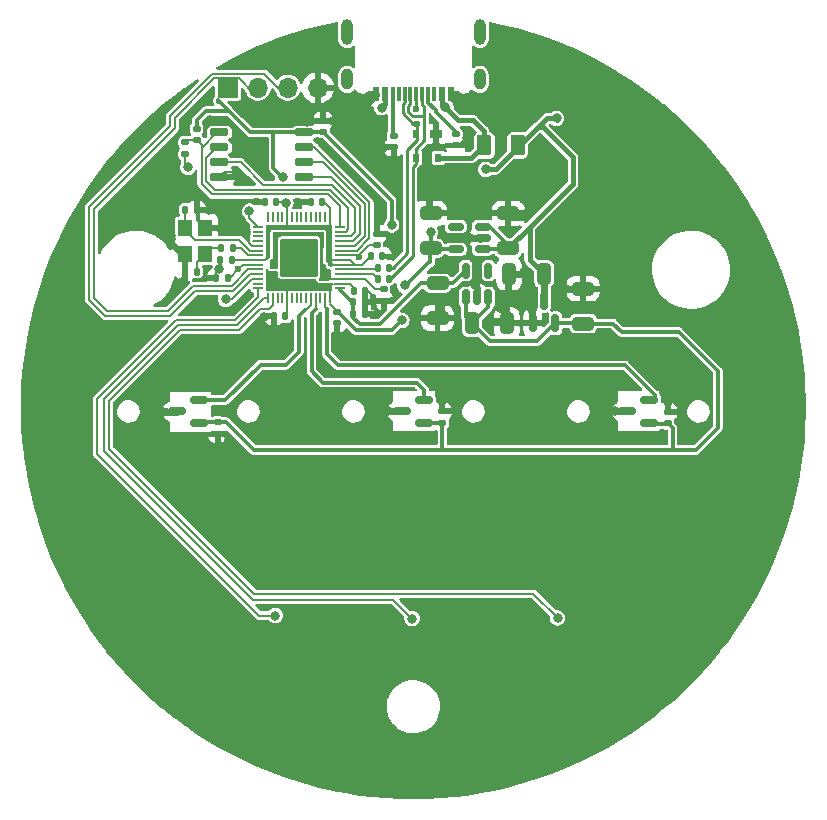
<source format=gbr>
%TF.GenerationSoftware,KiCad,Pcbnew,(7.0.0-0)*%
%TF.CreationDate,2023-04-23T13:29:19-05:00*%
%TF.ProjectId,RP2040,52503230-3430-42e6-9b69-6361645f7063,REV1*%
%TF.SameCoordinates,Original*%
%TF.FileFunction,Copper,L1,Top*%
%TF.FilePolarity,Positive*%
%FSLAX46Y46*%
G04 Gerber Fmt 4.6, Leading zero omitted, Abs format (unit mm)*
G04 Created by KiCad (PCBNEW (7.0.0-0)) date 2023-04-23 13:29:19*
%MOMM*%
%LPD*%
G01*
G04 APERTURE LIST*
G04 Aperture macros list*
%AMRoundRect*
0 Rectangle with rounded corners*
0 $1 Rounding radius*
0 $2 $3 $4 $5 $6 $7 $8 $9 X,Y pos of 4 corners*
0 Add a 4 corners polygon primitive as box body*
4,1,4,$2,$3,$4,$5,$6,$7,$8,$9,$2,$3,0*
0 Add four circle primitives for the rounded corners*
1,1,$1+$1,$2,$3*
1,1,$1+$1,$4,$5*
1,1,$1+$1,$6,$7*
1,1,$1+$1,$8,$9*
0 Add four rect primitives between the rounded corners*
20,1,$1+$1,$2,$3,$4,$5,0*
20,1,$1+$1,$4,$5,$6,$7,0*
20,1,$1+$1,$6,$7,$8,$9,0*
20,1,$1+$1,$8,$9,$2,$3,0*%
G04 Aperture macros list end*
%TA.AperFunction,SMDPad,CuDef*%
%ADD10RoundRect,0.140000X-0.170000X0.140000X-0.170000X-0.140000X0.170000X-0.140000X0.170000X0.140000X0*%
%TD*%
%TA.AperFunction,SMDPad,CuDef*%
%ADD11R,0.600000X1.150000*%
%TD*%
%TA.AperFunction,SMDPad,CuDef*%
%ADD12R,0.300000X1.150000*%
%TD*%
%TA.AperFunction,ComponentPad*%
%ADD13O,1.000000X1.800000*%
%TD*%
%TA.AperFunction,ComponentPad*%
%ADD14O,1.000000X2.200000*%
%TD*%
%TA.AperFunction,SMDPad,CuDef*%
%ADD15RoundRect,0.140000X-0.140000X-0.170000X0.140000X-0.170000X0.140000X0.170000X-0.140000X0.170000X0*%
%TD*%
%TA.AperFunction,SMDPad,CuDef*%
%ADD16RoundRect,0.150000X0.512500X0.150000X-0.512500X0.150000X-0.512500X-0.150000X0.512500X-0.150000X0*%
%TD*%
%TA.AperFunction,SMDPad,CuDef*%
%ADD17RoundRect,0.140000X0.140000X0.170000X-0.140000X0.170000X-0.140000X-0.170000X0.140000X-0.170000X0*%
%TD*%
%TA.AperFunction,SMDPad,CuDef*%
%ADD18RoundRect,0.150000X0.587500X0.150000X-0.587500X0.150000X-0.587500X-0.150000X0.587500X-0.150000X0*%
%TD*%
%TA.AperFunction,SMDPad,CuDef*%
%ADD19RoundRect,0.250000X0.650000X-0.325000X0.650000X0.325000X-0.650000X0.325000X-0.650000X-0.325000X0*%
%TD*%
%TA.AperFunction,SMDPad,CuDef*%
%ADD20RoundRect,0.150000X0.150000X-0.587500X0.150000X0.587500X-0.150000X0.587500X-0.150000X-0.587500X0*%
%TD*%
%TA.AperFunction,SMDPad,CuDef*%
%ADD21R,1.200000X1.400000*%
%TD*%
%TA.AperFunction,SMDPad,CuDef*%
%ADD22R,1.000000X0.700000*%
%TD*%
%TA.AperFunction,SMDPad,CuDef*%
%ADD23R,0.600000X0.700000*%
%TD*%
%TA.AperFunction,SMDPad,CuDef*%
%ADD24RoundRect,0.250000X-0.325000X-0.650000X0.325000X-0.650000X0.325000X0.650000X-0.325000X0.650000X0*%
%TD*%
%TA.AperFunction,SMDPad,CuDef*%
%ADD25RoundRect,0.140000X0.170000X-0.140000X0.170000X0.140000X-0.170000X0.140000X-0.170000X-0.140000X0*%
%TD*%
%TA.AperFunction,SMDPad,CuDef*%
%ADD26RoundRect,0.150000X-0.650000X-0.150000X0.650000X-0.150000X0.650000X0.150000X-0.650000X0.150000X0*%
%TD*%
%TA.AperFunction,SMDPad,CuDef*%
%ADD27RoundRect,0.250000X0.325000X0.650000X-0.325000X0.650000X-0.325000X-0.650000X0.325000X-0.650000X0*%
%TD*%
%TA.AperFunction,SMDPad,CuDef*%
%ADD28RoundRect,0.250000X-0.650000X0.325000X-0.650000X-0.325000X0.650000X-0.325000X0.650000X0.325000X0*%
%TD*%
%TA.AperFunction,SMDPad,CuDef*%
%ADD29RoundRect,0.135000X0.135000X0.185000X-0.135000X0.185000X-0.135000X-0.185000X0.135000X-0.185000X0*%
%TD*%
%TA.AperFunction,SMDPad,CuDef*%
%ADD30RoundRect,0.050000X-0.050000X0.387500X-0.050000X-0.387500X0.050000X-0.387500X0.050000X0.387500X0*%
%TD*%
%TA.AperFunction,SMDPad,CuDef*%
%ADD31RoundRect,0.050000X-0.387500X0.050000X-0.387500X-0.050000X0.387500X-0.050000X0.387500X0.050000X0*%
%TD*%
%TA.AperFunction,ComponentPad*%
%ADD32C,0.600000*%
%TD*%
%TA.AperFunction,SMDPad,CuDef*%
%ADD33RoundRect,0.144000X-1.456000X1.456000X-1.456000X-1.456000X1.456000X-1.456000X1.456000X1.456000X0*%
%TD*%
%TA.AperFunction,ComponentPad*%
%ADD34R,1.700000X1.700000*%
%TD*%
%TA.AperFunction,ComponentPad*%
%ADD35O,1.700000X1.700000*%
%TD*%
%TA.AperFunction,SMDPad,CuDef*%
%ADD36RoundRect,0.250000X-0.375000X-0.625000X0.375000X-0.625000X0.375000X0.625000X-0.375000X0.625000X0*%
%TD*%
%TA.AperFunction,SMDPad,CuDef*%
%ADD37RoundRect,0.150000X0.150000X-0.512500X0.150000X0.512500X-0.150000X0.512500X-0.150000X-0.512500X0*%
%TD*%
%TA.AperFunction,ViaPad*%
%ADD38C,0.800000*%
%TD*%
%TA.AperFunction,ViaPad*%
%ADD39C,0.600000*%
%TD*%
%TA.AperFunction,Conductor*%
%ADD40C,0.300000*%
%TD*%
%TA.AperFunction,Conductor*%
%ADD41C,0.200000*%
%TD*%
%TA.AperFunction,Conductor*%
%ADD42C,0.600000*%
%TD*%
%TA.AperFunction,Conductor*%
%ADD43C,0.150000*%
%TD*%
%TA.AperFunction,Conductor*%
%ADD44C,0.400000*%
%TD*%
%TA.AperFunction,Conductor*%
%ADD45C,0.250000*%
%TD*%
G04 APERTURE END LIST*
D10*
%TO.P,C9,1*%
%TO.N,+1V1*%
X-2515000Y10330000D03*
%TO.P,C9,2*%
%TO.N,GND*%
X-2515000Y9370000D03*
%TD*%
D11*
%TO.P,P1,A1,GND*%
%TO.N,GND*%
X3199999Y26894999D03*
%TO.P,P1,A4,VBUS*%
%TO.N,VBUS*%
X2399999Y26894999D03*
D12*
%TO.P,P1,A5,CC1*%
%TO.N,Net-(P1-CC1)*%
X1249999Y26894999D03*
%TO.P,P1,A6,D+*%
%TO.N,USB_D+*%
X249999Y26894999D03*
%TO.P,P1,A7,D-*%
%TO.N,USB_D-*%
X-249999Y26894999D03*
%TO.P,P1,A8,SBU1*%
%TO.N,unconnected-(P1-SBU1-PadA8)*%
X-1249999Y26894999D03*
D11*
%TO.P,P1,A9,VBUS*%
%TO.N,VBUS*%
X-2399999Y26894999D03*
%TO.P,P1,A12,GND*%
%TO.N,GND*%
X-3199999Y26894999D03*
%TO.P,P1,B1,GND*%
X-3199999Y26894999D03*
%TO.P,P1,B4,VBUS*%
%TO.N,VBUS*%
X-2399999Y26894999D03*
D12*
%TO.P,P1,B5,CC2*%
%TO.N,Net-(P1-CC2)*%
X-1749999Y26894999D03*
%TO.P,P1,B6,D+*%
%TO.N,USB_D+*%
X-749999Y26894999D03*
%TO.P,P1,B7,D-*%
%TO.N,USB_D-*%
X749999Y26894999D03*
%TO.P,P1,B8,SBU2*%
%TO.N,unconnected-(P1-SBU2-PadB8)*%
X1749999Y26894999D03*
D11*
%TO.P,P1,B9,VBUS*%
%TO.N,VBUS*%
X2399999Y26894999D03*
%TO.P,P1,B12,GND*%
%TO.N,GND*%
X3199999Y26894999D03*
D13*
%TO.P,P1,S1,SHIELD*%
%TO.N,unconnected-(P1-SHIELD-PadS1)*%
X5619999Y28119999D03*
D14*
X5619999Y32119999D03*
D13*
X-5619999Y28119999D03*
D14*
X-5619999Y32119999D03*
%TD*%
D15*
%TO.P,C12,1*%
%TO.N,ADC_AVDD*%
X-5085000Y8240000D03*
%TO.P,C12,2*%
%TO.N,GND*%
X-4125000Y8240000D03*
%TD*%
D10*
%TO.P,C8,1*%
%TO.N,+3V3*%
X-6455000Y8440000D03*
%TO.P,C8,2*%
%TO.N,GND*%
X-6455000Y7480000D03*
%TD*%
D15*
%TO.P,C21,1*%
%TO.N,GND*%
X-19310000Y11840000D03*
%TO.P,C21,2*%
%TO.N,Net-(C21-Pad2)*%
X-18350000Y11840000D03*
%TD*%
D16*
%TO.P,U6,1,VIN*%
%TO.N,+5V*%
X5862500Y13740000D03*
%TO.P,U6,2,GND*%
%TO.N,GND*%
X5862500Y14690000D03*
%TO.P,U6,3,EN*%
%TO.N,+5V*%
X5862500Y15640000D03*
%TO.P,U6,4,NC*%
%TO.N,unconnected-(U6-NC-Pad4)*%
X3587500Y15640000D03*
%TO.P,U6,5,VOUT*%
%TO.N,+3V3*%
X3587500Y13740000D03*
%TD*%
D17*
%TO.P,C2,1*%
%TO.N,+1V1*%
X-15730000Y11330000D03*
%TO.P,C2,2*%
%TO.N,GND*%
X-16690000Y11330000D03*
%TD*%
D18*
%TO.P,U9,1,VCC*%
%TO.N,+4V4*%
X19987500Y-950000D03*
%TO.P,U9,2,VOUT*%
%TO.N,ADC_IN3*%
X19987500Y950000D03*
%TO.P,U9,3,GND*%
%TO.N,GND*%
X18112500Y0D03*
%TD*%
D17*
%TO.P,R3,1*%
%TO.N,USB_D+*%
X-2055000Y12180000D03*
%TO.P,R3,2*%
%TO.N,Net-(U3-USB_DP)*%
X-3015000Y12180000D03*
%TD*%
D19*
%TO.P,C18,1*%
%TO.N,+5V*%
X8030000Y13815000D03*
%TO.P,C18,2*%
%TO.N,GND*%
X8030000Y16765000D03*
%TD*%
D20*
%TO.P,U2,1,GND*%
%TO.N,GND*%
X10120000Y7480000D03*
%TO.P,U2,2,VO*%
%TO.N,+4V4*%
X12020000Y7480000D03*
%TO.P,U2,3,VI*%
%TO.N,+5V*%
X11070000Y9355000D03*
%TD*%
D15*
%TO.P,C11,1*%
%TO.N,ADC_AVDD*%
X-5095000Y9230000D03*
%TO.P,C11,2*%
%TO.N,GND*%
X-4135000Y9230000D03*
%TD*%
D21*
%TO.P,Y1,1,1*%
%TO.N,OSC_IN*%
X-19338092Y15549999D03*
%TO.P,Y1,2,2*%
%TO.N,GND*%
X-19338092Y13349999D03*
%TO.P,Y1,3,3*%
%TO.N,Net-(C21-Pad2)*%
X-17638092Y13349999D03*
%TO.P,Y1,4,4*%
%TO.N,GND*%
X-17638092Y15549999D03*
%TD*%
D17*
%TO.P,C4,1*%
%TO.N,+3V3*%
X-15380000Y12820000D03*
%TO.P,C4,2*%
%TO.N,GND*%
X-16340000Y12820000D03*
%TD*%
D22*
%TO.P,U1,1,GND*%
%TO.N,GND*%
X1909999Y23479999D03*
D23*
%TO.P,U1,2,I/O1*%
%TO.N,USB_D+*%
X209999Y23479999D03*
%TO.P,U1,3,I/O2*%
%TO.N,USB_D-*%
X209999Y21479999D03*
%TO.P,U1,4,VCC*%
%TO.N,VBUS*%
X2109999Y21479999D03*
%TD*%
D24*
%TO.P,C16,1*%
%TO.N,+4V4*%
X4960000Y7455000D03*
%TO.P,C16,2*%
%TO.N,GND*%
X7910000Y7455000D03*
%TD*%
D17*
%TO.P,R4,1*%
%TO.N,USB_D-*%
X-2065000Y11250000D03*
%TO.P,R4,2*%
%TO.N,Net-(U3-USB_DM)*%
X-3025000Y11250000D03*
%TD*%
D10*
%TO.P,R1,1*%
%TO.N,Net-(P1-CC1)*%
X3602500Y23480000D03*
%TO.P,R1,2*%
%TO.N,GND*%
X3602500Y22520000D03*
%TD*%
D25*
%TO.P,R7,1*%
%TO.N,Net-(R7-Pad1)*%
X-19340000Y21820000D03*
%TO.P,R7,2*%
%TO.N,/QSPI_SS*%
X-19340000Y22780000D03*
%TD*%
%TO.P,C13,1*%
%TO.N,+3V3*%
X-7655000Y23660000D03*
%TO.P,C13,2*%
%TO.N,GND*%
X-7655000Y24620000D03*
%TD*%
D26*
%TO.P,U5,1,~{CS}*%
%TO.N,/QSPI_SS*%
X-16435000Y23635000D03*
%TO.P,U5,2,DO(IO1)*%
%TO.N,/QSPI_SD1*%
X-16435000Y22365000D03*
%TO.P,U5,3,IO2*%
%TO.N,/QSPI_SD2*%
X-16435000Y21095000D03*
%TO.P,U5,4,GND*%
%TO.N,GND*%
X-16435000Y19825000D03*
%TO.P,U5,5,DI(IO0)*%
%TO.N,/QSPI_SD0*%
X-9235000Y19825000D03*
%TO.P,U5,6,CLK*%
%TO.N,/QSPI_SCLK*%
X-9235000Y21095000D03*
%TO.P,U5,7,IO3*%
%TO.N,/QSPI_SD3*%
X-9235000Y22365000D03*
%TO.P,U5,8,VCC*%
%TO.N,+3V3*%
X-9235000Y23635000D03*
%TD*%
D27*
%TO.P,C14,1*%
%TO.N,+5V*%
X11055000Y11645000D03*
%TO.P,C14,2*%
%TO.N,GND*%
X8105000Y11645000D03*
%TD*%
D15*
%TO.P,C5,1*%
%TO.N,+3V3*%
X-3585000Y13120000D03*
%TO.P,C5,2*%
%TO.N,GND*%
X-2625000Y13120000D03*
%TD*%
D25*
%TO.P,C22,1*%
%TO.N,GND*%
X-16580000Y-1880000D03*
%TO.P,C22,2*%
%TO.N,+4V4*%
X-16580000Y-920000D03*
%TD*%
D17*
%TO.P,C6,1*%
%TO.N,+3V3*%
X-11600000Y17730000D03*
%TO.P,C6,2*%
%TO.N,GND*%
X-12560000Y17730000D03*
%TD*%
D28*
%TO.P,C17,1*%
%TO.N,ADC_AVDD*%
X2042813Y10848687D03*
%TO.P,C17,2*%
%TO.N,GND*%
X2042813Y7898687D03*
%TD*%
D10*
%TO.P,R5,1*%
%TO.N,+3V3*%
X-18350000Y23940000D03*
%TO.P,R5,2*%
%TO.N,/QSPI_SS*%
X-18350000Y22980000D03*
%TD*%
D17*
%TO.P,C20,1*%
%TO.N,GND*%
X-18350000Y17060000D03*
%TO.P,C20,2*%
%TO.N,OSC_IN*%
X-19310000Y17060000D03*
%TD*%
D29*
%TO.P,R8,1*%
%TO.N,OSC_OUT*%
X-15250000Y13840000D03*
%TO.P,R8,2*%
%TO.N,Net-(C21-Pad2)*%
X-16270000Y13840000D03*
%TD*%
D18*
%TO.P,U8,1,VCC*%
%TO.N,+4V4*%
X937500Y-950000D03*
%TO.P,U8,2,VOUT*%
%TO.N,ADC_IN2*%
X937500Y950000D03*
%TO.P,U8,3,GND*%
%TO.N,GND*%
X-937500Y0D03*
%TD*%
D10*
%TO.P,C24,1*%
%TO.N,GND*%
X2450000Y10000D03*
%TO.P,C24,2*%
%TO.N,+4V4*%
X2450000Y-950000D03*
%TD*%
D30*
%TO.P,U3,1,IOVDD*%
%TO.N,+3V3*%
X-7082662Y16459500D03*
%TO.P,U3,2,GPIO0*%
%TO.N,/GPIO0*%
X-7482662Y16459500D03*
%TO.P,U3,3,GPIO1*%
%TO.N,/GPIO1*%
X-7882662Y16459500D03*
%TO.P,U3,4,GPIO2*%
%TO.N,/GPIO2*%
X-8282662Y16459500D03*
%TO.P,U3,5,GPIO3*%
%TO.N,/GPIO3*%
X-8682662Y16459500D03*
%TO.P,U3,6,GPIO4*%
%TO.N,/GPIO4*%
X-9082662Y16459500D03*
%TO.P,U3,7,GPIO5*%
%TO.N,/GPIO5*%
X-9482662Y16459500D03*
%TO.P,U3,8,GPIO6*%
%TO.N,/GPIO6*%
X-9882662Y16459500D03*
%TO.P,U3,9,GPIO7*%
%TO.N,/GPIO7*%
X-10282662Y16459500D03*
%TO.P,U3,10,IOVDD*%
%TO.N,+3V3*%
X-10682662Y16459500D03*
%TO.P,U3,11,GPIO8*%
%TO.N,/GPIO8*%
X-11082662Y16459500D03*
%TO.P,U3,12,GPIO9*%
%TO.N,/GPIO9*%
X-11482662Y16459500D03*
%TO.P,U3,13,GPIO10*%
%TO.N,/GPIO10*%
X-11882662Y16459500D03*
%TO.P,U3,14,GPIO11*%
%TO.N,/GPIO11*%
X-12282662Y16459500D03*
D31*
%TO.P,U3,15,GPIO12*%
%TO.N,LED_D*%
X-13120162Y15622000D03*
%TO.P,U3,16,GPIO13*%
%TO.N,/GPIO13*%
X-13120162Y15222000D03*
%TO.P,U3,17,GPIO14*%
%TO.N,/GPIO14*%
X-13120162Y14822000D03*
%TO.P,U3,18,GPIO15*%
%TO.N,/GPIO15*%
X-13120162Y14422000D03*
%TO.P,U3,19,TESTEN*%
%TO.N,GND*%
X-13120162Y14022000D03*
%TO.P,U3,20,XIN*%
%TO.N,OSC_IN*%
X-13120162Y13622000D03*
%TO.P,U3,21,XOUT*%
%TO.N,OSC_OUT*%
X-13120162Y13222000D03*
%TO.P,U3,22,IOVDD*%
%TO.N,+3V3*%
X-13120162Y12822000D03*
%TO.P,U3,23,DVDD*%
%TO.N,+1V1*%
X-13120162Y12422000D03*
%TO.P,U3,24,SWCLK*%
%TO.N,SWCLK*%
X-13120162Y12022000D03*
%TO.P,U3,25,SWD*%
%TO.N,SWDIO*%
X-13120162Y11622000D03*
%TO.P,U3,26,RUN*%
%TO.N,Net-(U3-RUN)*%
X-13120162Y11222000D03*
%TO.P,U3,27,GPIO16*%
%TO.N,/GPIO16*%
X-13120162Y10822000D03*
%TO.P,U3,28,GPIO17*%
%TO.N,BUTT0*%
X-13120162Y10422000D03*
D30*
%TO.P,U3,29,GPIO18*%
%TO.N,BUTT1*%
X-12282662Y9584500D03*
%TO.P,U3,30,GPIO19*%
%TO.N,BUTT2*%
X-11882662Y9584500D03*
%TO.P,U3,31,GPIO20*%
%TO.N,/GPIO20*%
X-11482662Y9584500D03*
%TO.P,U3,32,GPIO21*%
%TO.N,/GPIO21*%
X-11082662Y9584500D03*
%TO.P,U3,33,IOVDD*%
%TO.N,+3V3*%
X-10682662Y9584500D03*
%TO.P,U3,34,GPIO22*%
%TO.N,/GPIO22*%
X-10282662Y9584500D03*
%TO.P,U3,35,GPIO23*%
%TO.N,/GPIO23*%
X-9882662Y9584500D03*
%TO.P,U3,36,GPIO24*%
%TO.N,/GPIO24*%
X-9482662Y9584500D03*
%TO.P,U3,37,GPIO25*%
%TO.N,/GPIO25*%
X-9082662Y9584500D03*
%TO.P,U3,38,GPIO26_ADC0*%
%TO.N,ADC_IN1*%
X-8682662Y9584500D03*
%TO.P,U3,39,GPIO27_ADC1*%
%TO.N,ADC_IN2*%
X-8282662Y9584500D03*
%TO.P,U3,40,GPIO28_ADC2*%
%TO.N,/GPIO28_ADC2*%
X-7882662Y9584500D03*
%TO.P,U3,41,GPIO29_ADC3*%
%TO.N,ADC_IN3*%
X-7482662Y9584500D03*
%TO.P,U3,42,IOVDD*%
%TO.N,+3V3*%
X-7082662Y9584500D03*
D31*
%TO.P,U3,43,ADC_AVDD*%
%TO.N,ADC_AVDD*%
X-6245162Y10422000D03*
%TO.P,U3,44,VREG_IN*%
%TO.N,+3V3*%
X-6245162Y10822000D03*
%TO.P,U3,45,VREG_VOUT*%
%TO.N,+1V1*%
X-6245162Y11222000D03*
%TO.P,U3,46,USB_DM*%
%TO.N,Net-(U3-USB_DM)*%
X-6245162Y11622000D03*
%TO.P,U3,47,USB_DP*%
%TO.N,Net-(U3-USB_DP)*%
X-6245162Y12022000D03*
%TO.P,U3,48,USB_VDD*%
%TO.N,+3V3*%
X-6245162Y12422000D03*
%TO.P,U3,49,IOVDD*%
X-6245162Y12822000D03*
%TO.P,U3,50,DVDD*%
%TO.N,+1V1*%
X-6245162Y13222000D03*
%TO.P,U3,51,QSPI_SD3*%
%TO.N,/QSPI_SD3*%
X-6245162Y13622000D03*
%TO.P,U3,52,QSPI_SCLK*%
%TO.N,/QSPI_SCLK*%
X-6245162Y14022000D03*
%TO.P,U3,53,QSPI_SD0*%
%TO.N,/QSPI_SD0*%
X-6245162Y14422000D03*
%TO.P,U3,54,QSPI_SD2*%
%TO.N,/QSPI_SD2*%
X-6245162Y14822000D03*
%TO.P,U3,55,QSPI_SD1*%
%TO.N,/QSPI_SD1*%
X-6245162Y15222000D03*
%TO.P,U3,56,QSPI_SS*%
%TO.N,/QSPI_SS*%
X-6245162Y15622000D03*
D32*
%TO.P,U3,57,GND*%
%TO.N,GND*%
X-8407662Y14297000D03*
X-9682662Y14297000D03*
X-10957662Y14297000D03*
X-8407662Y13022000D03*
X-9682662Y13022000D03*
D33*
X-9682662Y13022000D03*
D32*
X-10957662Y13022000D03*
X-8407662Y11747000D03*
X-9682662Y11747000D03*
X-10957662Y11747000D03*
%TD*%
D19*
%TO.P,C15,1*%
%TO.N,+4V4*%
X14365000Y7442500D03*
%TO.P,C15,2*%
%TO.N,GND*%
X14365000Y10392500D03*
%TD*%
D18*
%TO.P,U7,1,VCC*%
%TO.N,+4V4*%
X-18112500Y-950000D03*
%TO.P,U7,2,VOUT*%
%TO.N,ADC_IN1*%
X-18112500Y950000D03*
%TO.P,U7,3,GND*%
%TO.N,GND*%
X-19987500Y0D03*
%TD*%
D10*
%TO.P,R2,1*%
%TO.N,Net-(P1-CC2)*%
X-1680000Y23340000D03*
%TO.P,R2,2*%
%TO.N,GND*%
X-1680000Y22380000D03*
%TD*%
%TO.P,C23,1*%
%TO.N,GND*%
X21520000Y-50000D03*
%TO.P,C23,2*%
%TO.N,+4V4*%
X21520000Y-1010000D03*
%TD*%
D17*
%TO.P,C7,1*%
%TO.N,+3V3*%
X-7725000Y17710000D03*
%TO.P,C7,2*%
%TO.N,GND*%
X-8685000Y17710000D03*
%TD*%
%TO.P,C3,1*%
%TO.N,+3V3*%
X-10835000Y8070000D03*
%TO.P,C3,2*%
%TO.N,GND*%
X-11795000Y8070000D03*
%TD*%
D34*
%TO.P,J1,1,Pin_1*%
%TO.N,+3V3*%
X-15709999Y27419999D03*
D35*
%TO.P,J1,2,Pin_2*%
%TO.N,SWCLK*%
X-13169999Y27419999D03*
%TO.P,J1,3,Pin_3*%
%TO.N,SWDIO*%
X-10629999Y27419999D03*
%TO.P,J1,4,Pin_4*%
%TO.N,GND*%
X-8089999Y27419999D03*
%TD*%
D36*
%TO.P,F1,1*%
%TO.N,VBUS*%
X6020000Y22520000D03*
%TO.P,F1,2*%
%TO.N,+5V*%
X8820000Y22520000D03*
%TD*%
D25*
%TO.P,C1,1*%
%TO.N,+1V1*%
X-3115000Y14080000D03*
%TO.P,C1,2*%
%TO.N,GND*%
X-3115000Y15040000D03*
%TD*%
D15*
%TO.P,C10,1*%
%TO.N,+3V3*%
X-5035000Y10240000D03*
%TO.P,C10,2*%
%TO.N,GND*%
X-4075000Y10240000D03*
%TD*%
D19*
%TO.P,C19,1*%
%TO.N,+3V3*%
X1450000Y13815000D03*
%TO.P,C19,2*%
%TO.N,GND*%
X1450000Y16765000D03*
%TD*%
D37*
%TO.P,U4,1,VIN*%
%TO.N,+4V4*%
X4435000Y9647500D03*
%TO.P,U4,2,GND*%
%TO.N,GND*%
X5385000Y9647500D03*
%TO.P,U4,3,EN*%
%TO.N,+4V4*%
X6335000Y9647500D03*
%TO.P,U4,4,NC*%
%TO.N,unconnected-(U4-NC-Pad4)*%
X6335000Y11922500D03*
%TO.P,U4,5,VOUT*%
%TO.N,ADC_AVDD*%
X4435000Y11922500D03*
%TD*%
D38*
%TO.N,GND*%
X-3834000Y1294000D03*
X166000Y-30706000D03*
X-15834000Y-18706000D03*
X30166000Y11294000D03*
D39*
X-9415162Y17709500D03*
D38*
X16166000Y27294000D03*
X26166000Y-18706000D03*
X26166000Y5294000D03*
X12166000Y-28706000D03*
X-25834000Y7294000D03*
X-7834000Y-30706000D03*
X14166000Y29294000D03*
X18166000Y9294000D03*
X18166000Y15294000D03*
X7322500Y8765000D03*
D39*
X-13280000Y17779500D03*
D38*
X18166000Y-18706000D03*
X2166000Y5294000D03*
X-4120000Y25800000D03*
X-3270000Y24340000D03*
X12166000Y-6706000D03*
X32166000Y-2706000D03*
X-1834000Y-30706000D03*
X8166000Y31294000D03*
X18166000Y-6706000D03*
X-27834000Y7294000D03*
X-3834000Y-18706000D03*
X-19834000Y3294000D03*
X-17834000Y-24706000D03*
X-2110000Y0D03*
X16166000Y-18706000D03*
X14166000Y-6706000D03*
X-17288093Y17040000D03*
X10166000Y-6706000D03*
X6166000Y-22706000D03*
X26166000Y19294000D03*
X-15834000Y3294000D03*
X8060000Y9855000D03*
X-17834000Y-18706000D03*
X14166000Y-14706000D03*
X-11834000Y-28706000D03*
X4166000Y-16706000D03*
X-14157162Y15220000D03*
X20166000Y23294000D03*
X30166000Y-706000D03*
X14166000Y-28706000D03*
X24166000Y-20706000D03*
X24166000Y-8706000D03*
X20166000Y3294000D03*
X30166000Y-4706000D03*
X2450000Y860000D03*
X-13834000Y-8706000D03*
X20166000Y5294000D03*
X166000Y-12706000D03*
D39*
X-3408750Y8050000D03*
D38*
X30166000Y3294000D03*
X14166000Y-22706000D03*
X-20560000Y14850000D03*
X-21834000Y17294000D03*
X-11834000Y-4706000D03*
X4166000Y-30706000D03*
X12166000Y13294000D03*
X20166000Y-24706000D03*
X-9834000Y-18706000D03*
X-9834000Y-12706000D03*
X24166000Y7294000D03*
X20166000Y25294000D03*
X4166000Y-8706000D03*
X-15834000Y5294000D03*
X-21834000Y3294000D03*
X4781250Y14670000D03*
X-9834000Y-22706000D03*
X-15600000Y-2400000D03*
X8166000Y27294000D03*
X12166000Y27294000D03*
X-3834000Y5294000D03*
X2370000Y8992500D03*
X6485000Y7730000D03*
X-31834000Y-2706000D03*
X6166000Y-4706000D03*
X-11910000Y-20660000D03*
X5190531Y10667576D03*
X10020000Y8617500D03*
X-9834000Y-4706000D03*
X-5834000Y-4706000D03*
X-1834000Y-28706000D03*
X12166000Y-24706000D03*
X16166000Y25294000D03*
X10166000Y27294000D03*
X-25834000Y5294000D03*
X-7834000Y31294000D03*
X-22990000Y-8670000D03*
X-13834000Y-4706000D03*
X28166000Y-12706000D03*
X26166000Y-12706000D03*
X-16330000Y15420000D03*
X12937500Y10407500D03*
X-7834000Y-706000D03*
X4489898Y26525534D03*
X-3834000Y-30706000D03*
X-27834000Y3294000D03*
X-4520741Y26532318D03*
X4166000Y-18706000D03*
X-19834000Y-24706000D03*
X14166000Y23294000D03*
X32166000Y1294000D03*
X18140000Y-8540000D03*
X18166000Y13294000D03*
X-15834000Y17294000D03*
X17046000Y0D03*
X8166000Y-6706000D03*
X-7834000Y-28706000D03*
X-15030000Y20260000D03*
X4394000Y19990000D03*
X12166000Y-14706000D03*
X8166000Y-18706000D03*
X-11834000Y5294000D03*
X10166000Y-18706000D03*
X22166000Y21294000D03*
X2166000Y-30706000D03*
X-13834000Y-28706000D03*
X1470000Y18370000D03*
X9395000Y11792500D03*
X-31834000Y-706000D03*
X-9834000Y-6706000D03*
X10166000Y-706000D03*
X8166000Y-706000D03*
X12166000Y-4706000D03*
X16166000Y-12706000D03*
X-13834000Y5294000D03*
X4040000Y-7140000D03*
X-19834000Y-22706000D03*
X26166000Y-2706000D03*
X-15834000Y-26706000D03*
X0Y-20600000D03*
D39*
X-3432752Y9720262D03*
D38*
X16166000Y-22706000D03*
X-5834000Y5294000D03*
D39*
X-3095000Y15760000D03*
D38*
X21590000Y840000D03*
X-17834000Y3294000D03*
X-29834000Y-10706000D03*
X1900000Y22510000D03*
X-5834000Y-6706000D03*
X-1834000Y-18706000D03*
X-2613000Y22333000D03*
X-29834000Y-8706000D03*
X-27834000Y-10706000D03*
X-1650000Y21370000D03*
X14166000Y-4706000D03*
X16166000Y-16706000D03*
X8166000Y-4706000D03*
X20166000Y-12706000D03*
X22166000Y-10706000D03*
X22166000Y23294000D03*
X-13834000Y-22706000D03*
X-17834000Y-2706000D03*
X-18560000Y8570000D03*
X30166000Y-8706000D03*
X20166000Y-10706000D03*
X11760000Y-23190000D03*
X-13834000Y-18706000D03*
X9630000Y16810000D03*
X-7834000Y-20706000D03*
X16166000Y13294000D03*
X24166000Y3294000D03*
X-6865000Y-23165000D03*
X30166000Y1294000D03*
X-11834000Y-22706000D03*
X-19834000Y-6706000D03*
X6166000Y-30706000D03*
X-14985000Y-7210000D03*
X-19622360Y10920000D03*
X-7834000Y29294000D03*
X-890000Y-8640000D03*
X8166000Y-28706000D03*
X-17834000Y5294000D03*
X20166000Y15294000D03*
X26085000Y-16545000D03*
X-27834000Y1294000D03*
D39*
X-6427662Y6643824D03*
D38*
X-23834000Y-20706000D03*
X-7834000Y-16706000D03*
X16166000Y-14706000D03*
X-7834000Y-6706000D03*
X-27834000Y-14706000D03*
X12166000Y15294000D03*
X14166000Y-18706000D03*
X-4970000Y24970000D03*
X28166000Y-10706000D03*
X-19834000Y-2706000D03*
D39*
X-1982662Y13072000D03*
D38*
X16166000Y-20706000D03*
X2166000Y-12706000D03*
X26166000Y-6706000D03*
X166000Y-4706000D03*
X6166000Y-8706000D03*
X8166000Y-12706000D03*
X-11834000Y-706000D03*
X-31834000Y3294000D03*
X-9834000Y1294000D03*
X14166000Y-12706000D03*
X20166000Y21294000D03*
X18166000Y5294000D03*
X20166000Y9294000D03*
X30166000Y-2706000D03*
X32166000Y-706000D03*
X12166000Y29294000D03*
X-15270000Y8590000D03*
X-11834000Y-8706000D03*
X3800000Y25970000D03*
X10166000Y-12706000D03*
X-7834000Y1294000D03*
X8166000Y-24706000D03*
X2166000Y-18706000D03*
X166000Y5294000D03*
X22166000Y5294000D03*
X2166000Y-28706000D03*
X18166000Y11294000D03*
D39*
X-1765000Y9400000D03*
D38*
X-11834000Y-24706000D03*
X-12290000Y24820000D03*
X-27834000Y-706000D03*
X10166000Y29294000D03*
X-27834000Y-12706000D03*
X-5834000Y-30706000D03*
X16166000Y9294000D03*
X5950000Y26300000D03*
X-19834000Y5294000D03*
X-8970000Y24540000D03*
X-7834000Y-24706000D03*
D39*
X-3320000Y8820000D03*
D38*
X14166000Y15294000D03*
X12166000Y1294000D03*
X18166000Y-4706000D03*
X-27834000Y-4706000D03*
X8166000Y25294000D03*
X10166000Y1294000D03*
X-21834000Y-22706000D03*
X30166000Y5294000D03*
X18166000Y25294000D03*
X-13834000Y-12706000D03*
X-27834000Y5294000D03*
X4166000Y-12706000D03*
X18166000Y-12706000D03*
X30166000Y9294000D03*
X14166000Y17294000D03*
X30166000Y-10706000D03*
X12166000Y-12706000D03*
X-1834000Y5294000D03*
X10166000Y-4706000D03*
X14166000Y13294000D03*
X24166000Y21294000D03*
X8166000Y29294000D03*
X12166000Y-706000D03*
X-31834000Y-4706000D03*
X-21834000Y-20706000D03*
X-15925000Y25000D03*
X-27834000Y-2706000D03*
X8166000Y-8706000D03*
X-9834000Y31294000D03*
X-11834000Y-6706000D03*
X8166000Y1294000D03*
X-23834000Y-2706000D03*
X8166000Y-30706000D03*
X-9834000Y3294000D03*
X14166000Y-24706000D03*
X18166000Y-20706000D03*
X30166000Y-6706000D03*
X-1834000Y-12706000D03*
X12166000Y-8706000D03*
X10166000Y-8706000D03*
X-7834000Y-8706000D03*
X14166000Y5294000D03*
X-17260000Y24670000D03*
X4570000Y23140000D03*
X22166000Y-22706000D03*
X16166000Y11294000D03*
X-21200000Y-10000D03*
X166000Y-6706000D03*
X-23834000Y7294000D03*
X-12665000Y8000000D03*
X30166000Y7294000D03*
X-7834000Y-18706000D03*
X22166000Y3294000D03*
X-11834000Y-12706000D03*
X166000Y-28706000D03*
X-31834000Y1294000D03*
X18600000Y20890000D03*
X26166000Y7294000D03*
X-11834000Y1294000D03*
X-16460000Y12030000D03*
X-21834000Y-2706000D03*
X28166000Y-14706000D03*
X-19834000Y-4706000D03*
X-9834000Y-8706000D03*
X-25834000Y-12706000D03*
X12220000Y-20610000D03*
X16166000Y5294000D03*
X-16900000Y-15400000D03*
X-9834000Y29294000D03*
X4166000Y5294000D03*
X-3834000Y-12706000D03*
X6166000Y-6706000D03*
X-21230000Y19040000D03*
X-7834000Y-12706000D03*
X-6795000Y24580000D03*
X-31834000Y5294000D03*
X16166000Y15294000D03*
X32166000Y3294000D03*
X-7834000Y-4706000D03*
X23080000Y-7140000D03*
X-9834000Y-706000D03*
X14166000Y27294000D03*
X12166000Y5294000D03*
%TO.N,VBUS*%
X2650000Y25750000D03*
X-2690000Y25720000D03*
%TO.N,BUTT0*%
X-11695000Y-17285000D03*
%TO.N,+5V*%
X12120000Y24810000D03*
X6120000Y20500000D03*
D39*
%TO.N,USB_D+*%
X210000Y25640000D03*
X303779Y24365500D03*
D38*
%TO.N,LED_D*%
X-13880000Y16960000D03*
%TO.N,BUTT1*%
X-110000Y-17540000D03*
%TO.N,BUTT2*%
X12202500Y-17490000D03*
D39*
%TO.N,+1V1*%
X-14821915Y12031916D03*
X-7480000Y11920000D03*
X-11792662Y12384500D03*
X-4592147Y13058202D03*
D38*
%TO.N,+3V3*%
X-980000Y7720000D03*
X-750000Y10670000D03*
X-11080000Y19890000D03*
X1450000Y15180000D03*
X-10800000Y17680000D03*
X-1840000Y15780000D03*
%TO.N,Net-(R7-Pad1)*%
X-19100000Y20670000D03*
%TO.N,Net-(U3-RUN)*%
X-15900000Y9480000D03*
%TD*%
D40*
%TO.N,GND*%
X-18259929Y16171836D02*
X-17638093Y15550000D01*
X-17638093Y15550000D02*
X-16460000Y15550000D01*
D41*
X-6945000Y24650000D02*
X-6795000Y24580000D01*
D42*
X8060000Y9855000D02*
X8050000Y9982500D01*
D41*
X-9351169Y17720000D02*
X-8738831Y17720000D01*
D42*
X10020000Y7580000D02*
X10120000Y7480000D01*
D41*
X-16000000Y20260000D02*
X-16435000Y19825000D01*
D42*
X-19710365Y13442955D02*
X-19710365Y13321742D01*
D40*
X-17288093Y17040000D02*
X-17319835Y17071742D01*
X-2610000Y22330000D02*
X-2613000Y22333000D01*
D42*
X-3200000Y26895000D02*
X-3652645Y26895000D01*
D40*
X-4520741Y26532318D02*
X-4235927Y26532318D01*
D41*
X-11795000Y8070000D02*
X-12355000Y8070000D01*
D40*
X-18259929Y17084068D02*
X-18259929Y16171836D01*
D41*
X-15030000Y20260000D02*
X-16000000Y20260000D01*
D42*
X-21200000Y-10000D02*
X-19997500Y-10000D01*
X18074000Y0D02*
X17046000Y0D01*
X5190531Y10667576D02*
X5395000Y10463107D01*
D43*
X-8715500Y17709500D02*
X-8675000Y17750000D01*
D41*
X-16690000Y11800000D02*
X-16460000Y12030000D01*
D42*
X13775000Y10407500D02*
X12937500Y10407500D01*
D41*
X-6795000Y24580000D02*
X-6925000Y24630000D01*
D40*
X3800000Y26050000D02*
X3720000Y26130000D01*
D41*
X-1982662Y13072000D02*
X-2790162Y13072000D01*
D44*
X1900000Y22510000D02*
X1900000Y23589954D01*
D42*
X3569466Y26525534D02*
X3200000Y26895000D01*
X2370000Y8992500D02*
X2370000Y7923687D01*
X9280000Y16460000D02*
X7960000Y16460000D01*
D40*
X4375000Y23105000D02*
X4570000Y23140000D01*
D41*
X-16320000Y12170000D02*
X-16320000Y12820000D01*
D40*
X-2530000Y22330000D02*
X-2533000Y22333000D01*
D41*
X-16460000Y12030000D02*
X-16320000Y12170000D01*
D40*
X-1681000Y22330000D02*
X-2610000Y22330000D01*
D42*
X-1316000Y0D02*
X-2344000Y0D01*
X9630000Y16810000D02*
X9280000Y16460000D01*
X-3200000Y26895000D02*
X-3200000Y26780000D01*
X10020000Y8617500D02*
X10020000Y7580000D01*
X-4046103Y26635883D02*
X-4149668Y26532318D01*
X-20529871Y14262461D02*
X-19710365Y13442955D01*
X7835000Y8252500D02*
X7835000Y7525000D01*
D41*
X-13676901Y14022000D02*
X-13120162Y14022000D01*
X-3095000Y15005000D02*
X-3095000Y15760000D01*
D42*
X1347500Y18247500D02*
X1347500Y16616250D01*
X-19997500Y-10000D02*
X-19987500Y0D01*
X7890000Y7352500D02*
X7870000Y7332500D01*
X5618750Y14670000D02*
X4781250Y14670000D01*
X9265000Y11662500D02*
X8040000Y11662500D01*
D41*
X-3750000Y9250000D02*
X-4128750Y9250000D01*
D40*
X-16140000Y-1860000D02*
X-16820000Y-1860000D01*
D41*
X-12495000Y8070000D02*
X-12425000Y8070000D01*
D40*
X21590000Y840000D02*
X21590000Y660000D01*
D42*
X3200000Y26650000D02*
X3800000Y26050000D01*
X6560000Y7655000D02*
X7535000Y7655000D01*
X13812500Y10370000D02*
X13775000Y10407500D01*
X-4180000Y25800000D02*
X-4100000Y25880000D01*
D40*
X21580000Y-20000D02*
X21580000Y650000D01*
D41*
X-12665000Y8000000D02*
X-12495000Y8070000D01*
D40*
X-19280000Y12991377D02*
X-19640365Y13351742D01*
X3200000Y26895000D02*
X3200000Y26650000D01*
D42*
X-4149668Y26532318D02*
X-4520741Y26532318D01*
D40*
X3602500Y22520000D02*
X3950000Y22520000D01*
D44*
X1900000Y23589954D02*
X1985023Y23674977D01*
D40*
X-15600000Y-2400000D02*
X-16140000Y-1860000D01*
D42*
X-20560000Y14850000D02*
X-20529871Y14262461D01*
X-3200000Y26780000D02*
X-4120000Y25860000D01*
X7322500Y8765000D02*
X7835000Y8252500D01*
D40*
X-17319835Y17071742D02*
X-18325365Y17071742D01*
D41*
X-16690000Y11330000D02*
X-16690000Y11800000D01*
X-3432752Y9807752D02*
X-4105000Y10480000D01*
X-3320000Y8820000D02*
X-3750000Y9250000D01*
X-14157162Y15220000D02*
X-13921571Y14984409D01*
X-13921571Y14984409D02*
X-13921571Y14266670D01*
X-6427662Y6643824D02*
X-6427662Y7313824D01*
D40*
X3800000Y25970000D02*
X3800000Y26050000D01*
D42*
X-3652645Y26895000D02*
X-3764667Y26782978D01*
D40*
X-19622360Y10920000D02*
X-19622360Y11249747D01*
D42*
X-3764667Y26782978D02*
X-4046103Y26635883D01*
X5395000Y10463107D02*
X5395000Y9700000D01*
D41*
X-3408750Y8050000D02*
X-3922500Y8050000D01*
D42*
X4489898Y26525534D02*
X3569466Y26525534D01*
D40*
X-16460000Y15550000D02*
X-16330000Y15420000D01*
D42*
X-4120000Y25860000D02*
X-4120000Y25800000D01*
D41*
X-12355000Y8070000D02*
X-12665000Y8000000D01*
D42*
X1470000Y18370000D02*
X1347500Y18247500D01*
D41*
X-3922500Y8050000D02*
X-4132500Y8260000D01*
D42*
X8050000Y9972500D02*
X8050000Y9962500D01*
D40*
X-19280000Y11592107D02*
X-19280000Y12991377D01*
X-2533000Y22333000D02*
X-2613000Y22333000D01*
D41*
X-13280000Y17779500D02*
X-12667662Y17779500D01*
D40*
X2450000Y860000D02*
X2450000Y10000D01*
D42*
X6485000Y7730000D02*
X6560000Y7655000D01*
X9395000Y11792500D02*
X9265000Y11662500D01*
X5656250Y14632500D02*
X5736250Y14712500D01*
X8050000Y9982500D02*
X8050000Y11657500D01*
D41*
X-6835000Y24620000D02*
X-6795000Y24580000D01*
D42*
X13812500Y10370000D02*
X13892500Y10450000D01*
D41*
X-7655000Y24620000D02*
X-6835000Y24620000D01*
D42*
X5656250Y14632500D02*
X5618750Y14670000D01*
D40*
X3950000Y22520000D02*
X4570000Y23140000D01*
D41*
X-2595000Y9400000D02*
X-1765000Y9400000D01*
D40*
X-21200000Y-10000D02*
X-21240000Y30000D01*
D42*
X8050000Y9962500D02*
X8060000Y9855000D01*
X2370000Y8992500D02*
X2370000Y8852500D01*
D40*
X-19622360Y11249747D02*
X-19280000Y11592107D01*
D41*
X-3436502Y9530262D02*
X-3436502Y9617752D01*
D42*
X-20529871Y14754076D02*
X-20560000Y14850000D01*
D40*
X4570000Y23140000D02*
X4390000Y23120000D01*
X21580000Y650000D02*
X21590000Y840000D01*
D41*
X-13921571Y14266670D02*
X-13676901Y14022000D01*
D42*
X-4120000Y25800000D02*
X-4180000Y25800000D01*
D44*
%TO.N,VBUS*%
X-2400000Y26010000D02*
X-2400000Y26895000D01*
X2400000Y26000000D02*
X2400000Y26895000D01*
X-2690000Y25720000D02*
X-2400000Y26010000D01*
X-2680000Y25720000D02*
X-2585000Y25815000D01*
X2650000Y25750000D02*
X3760000Y24640000D01*
X4910000Y21480000D02*
X2110000Y21480000D01*
X5950000Y22520000D02*
X4910000Y21480000D01*
X5950000Y23750000D02*
X5950000Y22520000D01*
X2650000Y25750000D02*
X2400000Y26000000D01*
X-2690000Y25720000D02*
X-2680000Y25720000D01*
X3760000Y24640000D02*
X5060000Y24640000D01*
X5060000Y24640000D02*
X5950000Y23750000D01*
D41*
%TO.N,BUTT0*%
X-13075000Y-17285000D02*
X-26780000Y-3580000D01*
X-26780000Y-3580000D02*
X-26780000Y1041371D01*
X-13120162Y9666160D02*
X-13120162Y10422000D01*
X-15066322Y7720000D02*
X-13120162Y9666160D01*
X-11695000Y-17285000D02*
X-13075000Y-17285000D01*
X-20101370Y7720000D02*
X-15066322Y7720000D01*
X-26780000Y1041371D02*
X-20101370Y7720000D01*
D44*
%TO.N,+5V*%
X10970000Y24050000D02*
X13510000Y21510000D01*
D42*
X11090000Y11610000D02*
X11055000Y11645000D01*
D40*
X8030000Y13815000D02*
X8030000Y14100000D01*
D44*
X6120000Y20500000D02*
X6960000Y20500000D01*
X10510000Y24050000D02*
X10570000Y24050000D01*
X6960000Y20500000D02*
X10510000Y24050000D01*
X13510000Y21510000D02*
X13510000Y19295000D01*
X9842500Y15627500D02*
X8030000Y13815000D01*
D40*
X8030000Y14100000D02*
X6490000Y15640000D01*
D44*
X9842500Y15627500D02*
X9842500Y12857500D01*
X10510000Y24050000D02*
X10970000Y24050000D01*
D40*
X6490000Y15640000D02*
X5862500Y15640000D01*
D44*
X9842500Y12857500D02*
X11055000Y11645000D01*
X13510000Y19295000D02*
X9842500Y15627500D01*
D40*
X7955000Y13740000D02*
X5688750Y13740000D01*
D42*
X11090000Y9720000D02*
X11090000Y11610000D01*
X12120000Y24810000D02*
X12120000Y24770000D01*
D44*
X11330000Y24810000D02*
X12120000Y24810000D01*
D40*
X8030000Y13815000D02*
X7955000Y13740000D01*
D44*
X10570000Y24050000D02*
X11330000Y24810000D01*
D40*
%TO.N,Net-(P1-CC1)*%
X1250000Y26895000D02*
X1250000Y26155636D01*
X1900000Y25505636D02*
X1900000Y25322661D01*
X3602500Y23620161D02*
X3602500Y23480000D01*
X1250000Y26155636D02*
X1900000Y25505636D01*
X1900000Y25322661D02*
X3602500Y23620161D01*
%TO.N,Net-(P1-CC2)*%
X-1750000Y26895000D02*
X-1750000Y23410000D01*
X-1750000Y23410000D02*
X-1680000Y23340000D01*
D41*
%TO.N,OSC_IN*%
X-13842587Y13622000D02*
X-14730587Y14510000D01*
X-18498093Y14510000D02*
X-19338093Y15350000D01*
X-19338093Y15550000D02*
X-19338093Y17019014D01*
X-13120162Y13622000D02*
X-13842587Y13622000D01*
X-19338093Y15350000D02*
X-19338093Y15550000D01*
X-14730587Y14510000D02*
X-18498093Y14510000D01*
X-19338093Y17019014D02*
X-19285365Y17071742D01*
D45*
%TO.N,USB_D+*%
X303779Y22970175D02*
X-520000Y22146396D01*
X-1723787Y12180000D02*
X-2055000Y12180000D01*
X-910000Y26040280D02*
X-910000Y25239720D01*
X-520000Y22146396D02*
X-520000Y13383787D01*
D40*
X245500Y24365500D02*
X190000Y24310000D01*
D45*
X303779Y24365500D02*
X303779Y22970175D01*
X-910000Y25239720D02*
X-35780Y24365500D01*
X-750000Y26200280D02*
X-910000Y26040280D01*
X-750000Y26895000D02*
X-750000Y26200280D01*
X-35780Y24365500D02*
X303779Y24365500D01*
X240000Y25729372D02*
X240000Y26690000D01*
D40*
X303779Y24365500D02*
X245500Y24365500D01*
D45*
X-520000Y13383787D02*
X-1723787Y12180000D01*
%TO.N,USB_D-*%
X750000Y25983884D02*
X890000Y25843884D01*
X-415000Y25898884D02*
X-250000Y26063884D01*
X890000Y25843884D02*
X890000Y25020000D01*
X-70000Y13197391D02*
X-70000Y20688604D01*
X-250000Y26063884D02*
X-250000Y26895000D01*
X928779Y24981221D02*
X890000Y25020000D01*
X928779Y22958779D02*
X928779Y24981221D01*
X890000Y25020000D02*
X860000Y24990000D01*
X750000Y26895000D02*
X750000Y25983884D01*
X-70000Y20688604D02*
X210000Y20968604D01*
X-2065000Y11250000D02*
X-2017391Y11250000D01*
X-2017391Y11250000D02*
X-70000Y13197391D01*
X-415000Y25381116D02*
X-415000Y25898884D01*
X860000Y24990000D02*
X-23884Y24990000D01*
X210000Y22240000D02*
X928779Y22958779D01*
X-23884Y24990000D02*
X-415000Y25381116D01*
X210000Y21480000D02*
X210000Y22240000D01*
X210000Y20968604D02*
X210000Y21480000D01*
D41*
%TO.N,LED_D*%
X-13880000Y16960000D02*
X-13880000Y16381838D01*
X-13880000Y16381838D02*
X-13120162Y15622000D01*
D40*
%TO.N,ADC_IN1*%
X-9690000Y5040000D02*
X-9690000Y8080000D01*
X-9690000Y8080000D02*
X-9170000Y8600000D01*
D41*
X-9134687Y8600000D02*
X-9170000Y8600000D01*
D40*
X-18050000Y950000D02*
X-15940000Y950000D01*
X-10780108Y3949892D02*
X-9690000Y5040000D01*
D41*
X-8682662Y9052025D02*
X-9134687Y8600000D01*
X-8682662Y9584500D02*
X-8682662Y9052025D01*
D40*
X-12940108Y3949892D02*
X-10780108Y3949892D01*
X-15940000Y950000D02*
X-12940108Y3949892D01*
D41*
%TO.N,OSC_OUT*%
X-14008272Y13222000D02*
X-13120162Y13222000D01*
X-15250000Y13840000D02*
X-14626272Y13840000D01*
X-14626272Y13840000D02*
X-14008272Y13222000D01*
%TO.N,ADC_IN2*%
X-8282662Y8650000D02*
X-8282662Y9584500D01*
D40*
X-8620000Y3390000D02*
X-7680000Y2450000D01*
X-8282662Y8650000D02*
X-8620000Y8312662D01*
X-7680000Y2450000D02*
X280000Y2450000D01*
X937500Y1792500D02*
X937500Y950000D01*
X280000Y2450000D02*
X937500Y1792500D01*
X-8620000Y8312662D02*
X-8620000Y3390000D01*
D41*
%TO.N,ADC_IN3*%
X-7482662Y8807662D02*
X-7350000Y8675000D01*
D40*
X-7350000Y4880000D02*
X-7350000Y8675000D01*
D41*
X-7482662Y9584500D02*
X-7482662Y8807662D01*
D40*
X-6380000Y3910000D02*
X-7350000Y4880000D01*
X17920000Y3910000D02*
X-6380000Y3910000D01*
X20437500Y950000D02*
X20437500Y1392500D01*
X20525000Y1072500D02*
X20480000Y1027500D01*
X20437500Y1392500D02*
X17920000Y3910000D01*
D41*
%TO.N,BUTT1*%
X-1700000Y-15950000D02*
X-13538579Y-15950000D01*
X-12636136Y9584500D02*
X-12282662Y9584500D01*
X-19935685Y7320000D02*
X-14900636Y7320000D01*
X-110000Y-17540000D02*
X-1700000Y-15950000D01*
X-26180000Y-3308579D02*
X-26180000Y1075686D01*
X-14900636Y7320000D02*
X-12636136Y9584500D01*
X-26180000Y1075686D02*
X-19935685Y7320000D01*
X-13538579Y-15950000D02*
X-26180000Y-3308579D01*
%TO.N,BUTT2*%
X-25780000Y-3142894D02*
X-25780000Y910000D01*
X-12954950Y8700000D02*
X-12234687Y8700000D01*
X-25780000Y910000D02*
X-19770000Y6920000D01*
X10162500Y-15450000D02*
X-13472894Y-15450000D01*
X-11882662Y9052025D02*
X-11882662Y9584500D01*
X-12234687Y8700000D02*
X-11882662Y9052025D01*
X12202500Y-17490000D02*
X10162500Y-15450000D01*
X-13472894Y-15450000D02*
X-25780000Y-3142894D01*
X-19770000Y6920000D02*
X-14734950Y6920000D01*
X-14734950Y6920000D02*
X-12954950Y8700000D01*
%TO.N,+1V1*%
X-3495000Y10610000D02*
X-4107000Y11222000D01*
X-4592147Y13058202D02*
X-4755945Y13222000D01*
X-4107000Y11222000D02*
X-6245162Y11222000D01*
X-14821915Y12031916D02*
X-15523831Y11330000D01*
X-15523831Y11330000D02*
X-15730000Y11330000D01*
X-14821915Y12031916D02*
X-14431831Y12422000D01*
X-2515000Y10330000D02*
X-3232746Y10330000D01*
X-4592147Y13260111D02*
X-3772259Y14080000D01*
X-3772259Y14080000D02*
X-3115000Y14080000D01*
X-6245162Y11222000D02*
X-7067000Y11222000D01*
X-3495000Y10592254D02*
X-3495000Y10610000D01*
X-7067000Y11222000D02*
X-7085000Y11240000D01*
X-3232746Y10330000D02*
X-3495000Y10592254D01*
X-4755945Y13222000D02*
X-6245162Y13222000D01*
X-14431831Y12422000D02*
X-13120162Y12422000D01*
D43*
X-7480000Y11920000D02*
X-7480000Y12419338D01*
D41*
X-4592147Y13058202D02*
X-4592147Y13260111D01*
%TO.N,SWDIO*%
X-27470000Y17310000D02*
X-27470000Y9450000D01*
X-12610000Y28590000D02*
X-17025686Y28590000D01*
X-27470000Y9450000D02*
X-26120000Y8100000D01*
X-20604168Y8100000D02*
X-18504168Y10200000D01*
X-20580000Y24200000D02*
X-27470000Y17310000D01*
X-26120000Y8100000D02*
X-20604168Y8100000D01*
X-15240323Y10200000D02*
X-13818323Y11622000D01*
X-17025686Y28590000D02*
X-20580000Y25035686D01*
X-13818323Y11622000D02*
X-13120162Y11622000D01*
X-20580000Y25035686D02*
X-20580000Y24200000D01*
X-10920000Y26900000D02*
X-12610000Y28590000D01*
X-18504168Y10200000D02*
X-15240323Y10200000D01*
%TO.N,SWCLK*%
X-27070000Y9620253D02*
X-27070000Y17104314D01*
X-20180000Y23994314D02*
X-20180000Y24870000D01*
X-20180000Y24870000D02*
X-16860000Y28190000D01*
X-18633845Y10636009D02*
X-20769853Y8500000D01*
X-14750000Y28190000D02*
X-13460000Y26900000D01*
X-16860000Y28190000D02*
X-14750000Y28190000D01*
X-20769853Y8500000D02*
X-25949747Y8500000D01*
X-13984009Y12022000D02*
X-15370000Y10636009D01*
X-27070000Y17104314D02*
X-20180000Y23994314D01*
X-15370000Y10636009D02*
X-18633845Y10636009D01*
X-25949747Y8500000D02*
X-27070000Y9620253D01*
X-13120162Y12022000D02*
X-13984009Y12022000D01*
D40*
%TO.N,+4V4*%
X4960000Y7455000D02*
X6345000Y8840000D01*
X17657500Y6712500D02*
X16932500Y7437500D01*
X23910000Y-3260000D02*
X25780000Y-1390000D01*
X21940000Y-3260000D02*
X-13514293Y-3260000D01*
X2450000Y-950000D02*
X2450000Y-3260000D01*
X21940000Y-3260000D02*
X21940000Y-1430000D01*
X14030000Y7437500D02*
X14015000Y7422500D01*
X25780000Y-1390000D02*
X25780000Y3430000D01*
X6345000Y8840000D02*
X6345000Y9700000D01*
X21940000Y-3260000D02*
X23910000Y-3260000D01*
X20567500Y-1080000D02*
X20437500Y-950000D01*
X4960000Y7455000D02*
X4445000Y7970000D01*
X-13514293Y-3260000D02*
X-15874293Y-900000D01*
X6447500Y5967500D02*
X4960000Y7455000D01*
X16932500Y7437500D02*
X14030000Y7437500D01*
X25780000Y3430000D02*
X22497500Y6712500D01*
X21470000Y-1080000D02*
X20117500Y-1080000D01*
X14015000Y7422500D02*
X13957500Y7480000D01*
X21940000Y-1430000D02*
X21520000Y-1010000D01*
X12020000Y7480000D02*
X10507500Y5967500D01*
X13957500Y7480000D02*
X12020000Y7480000D01*
X-15874293Y-900000D02*
X-16820000Y-900000D01*
X-16820000Y-900000D02*
X-18482500Y-900000D01*
X4445000Y7970000D02*
X4445000Y9700000D01*
X2450000Y-950000D02*
X937500Y-950000D01*
X10507500Y5967500D02*
X6447500Y5967500D01*
X22497500Y6712500D02*
X17657500Y6712500D01*
%TO.N,ADC_AVDD*%
X3338687Y10848687D02*
X4360000Y11870000D01*
X602926Y10848687D02*
X-2845761Y7400000D01*
X2042813Y10848687D02*
X602926Y10848687D01*
X2042813Y10848687D02*
X3338687Y10848687D01*
D41*
X-5095000Y8250000D02*
X-5085000Y8240000D01*
D40*
X-2845761Y7400000D02*
X-4550000Y7400000D01*
X-6245162Y10270162D02*
X-5205000Y9230000D01*
D41*
X-6245162Y10270162D02*
X-6245162Y10419500D01*
D40*
X-5085000Y7935000D02*
X-5085000Y8240000D01*
X-5205000Y9230000D02*
X-5095000Y9230000D01*
X-4550000Y7400000D02*
X-5085000Y7935000D01*
D41*
X-5095000Y9230000D02*
X-5145000Y9280000D01*
D40*
X4360000Y11870000D02*
X4360000Y12040000D01*
X-5095000Y9230000D02*
X-5095000Y8250000D01*
D41*
%TO.N,+3V3*%
X-14480471Y12822000D02*
X-14506471Y12848000D01*
D40*
X-7655000Y23660000D02*
X-9210000Y23660000D01*
D41*
X-11600000Y17730000D02*
X-11560500Y17769500D01*
D40*
X-9210000Y23660000D02*
X-9235000Y23635000D01*
X-11850000Y23635000D02*
X-13815000Y23635000D01*
D41*
X-7082662Y17232000D02*
X-7590162Y17739500D01*
D40*
X-1840000Y15780000D02*
X-1840000Y17845000D01*
D41*
X-7085000Y10720000D02*
X-6985500Y10819500D01*
X-5442660Y12434500D02*
X-5455160Y12422000D01*
X-7082662Y10717662D02*
X-7082662Y9584500D01*
X-7082662Y15670000D02*
X-7092662Y15660000D01*
X-10682662Y16459500D02*
X-10682662Y15719500D01*
X-7082662Y9124500D02*
X-6372662Y8414500D01*
X-18350000Y23940000D02*
X-18350000Y24569950D01*
D40*
X-4865000Y6900000D02*
X-6405000Y8440000D01*
X1430000Y12644126D02*
X1354126Y12644126D01*
X-1840000Y17845000D02*
X-7655000Y23660000D01*
D41*
X-10800000Y17680000D02*
X-10800000Y17585000D01*
X-16569950Y26350000D02*
X-16530000Y26350000D01*
X-10682662Y9584500D02*
X-10682662Y10569500D01*
D40*
X1354126Y12644126D02*
X-620000Y10670000D01*
X-11850000Y20650000D02*
X-11090000Y19890000D01*
X-17570661Y25420000D02*
X-18350000Y24640661D01*
D41*
X-12528000Y12822000D02*
X-14480471Y12822000D01*
D40*
X-15600000Y25420000D02*
X-17570661Y25420000D01*
X-750000Y10540000D02*
X-650000Y10640000D01*
X-15480000Y25300000D02*
X-15600000Y25420000D01*
D41*
X-4975500Y12434500D02*
X-4875000Y12434500D01*
X-10800000Y17585000D02*
X-10682662Y17467662D01*
D40*
X1430000Y12644126D02*
X1430000Y13940000D01*
X-15480000Y25300000D02*
X-16530000Y26350000D01*
X-11090000Y19890000D02*
X-11080000Y19890000D01*
D41*
X-5363000Y12822000D02*
X-4975500Y12434500D01*
D40*
X-9235000Y23635000D02*
X-11850000Y23635000D01*
X-11080000Y19880000D02*
X-11150000Y19950000D01*
D41*
X1525000Y13740000D02*
X1450000Y13815000D01*
X-11560500Y17769500D02*
X-10940162Y17769500D01*
X-4367320Y12434500D02*
X-3791820Y13010000D01*
X-12350000Y13000000D02*
X-12528000Y12822000D01*
D40*
X-16530000Y26230000D02*
X-16530000Y26350000D01*
X-11850000Y23635000D02*
X-11850000Y20650000D01*
D41*
X-6740363Y10820000D02*
X-6535000Y10820000D01*
D40*
X-620000Y10670000D02*
X-750000Y10670000D01*
D41*
X-10682662Y15719500D02*
X-10692662Y15709500D01*
X-4875000Y12434500D02*
X-5442660Y12434500D01*
D40*
X3587500Y13740000D02*
X1525000Y13740000D01*
D41*
X-10895000Y17680000D02*
X-10800000Y17680000D01*
X-5407000Y10822000D02*
X-5065000Y10480000D01*
X-6985500Y10819500D02*
X-6780137Y10819500D01*
X-6205162Y12819500D02*
X-7042662Y12819500D01*
X-4875000Y12434500D02*
X-4367320Y12434500D01*
D40*
X-13815000Y23635000D02*
X-15480000Y25300000D01*
X1450000Y13815000D02*
X1450000Y15180000D01*
D41*
X-7082662Y16335000D02*
X-7082662Y15670000D01*
X-3791820Y13010000D02*
X-3595000Y13010000D01*
X-10940162Y17725162D02*
X-10895000Y17680000D01*
X-10682662Y8002000D02*
X-10682662Y9584500D01*
X-5455160Y12422000D02*
X-6845162Y12422000D01*
X-10682662Y10569500D02*
X-10667662Y10584500D01*
X-7082662Y16459500D02*
X-7082662Y17232000D01*
X-6245162Y12822000D02*
X-5363000Y12822000D01*
D40*
X-18350000Y24640661D02*
X-18350000Y23940000D01*
D41*
X-7085000Y10720000D02*
X-7082662Y10717662D01*
D40*
X-980000Y7720000D02*
X-1800000Y6900000D01*
D41*
X-14506471Y12848000D02*
X-15437000Y12848000D01*
D40*
X-11080000Y19890000D02*
X-11080000Y19880000D01*
X1450000Y15180000D02*
X1450000Y14960000D01*
D41*
X-10940162Y17769500D02*
X-10940162Y17725162D01*
X-6245162Y10822000D02*
X-5407000Y10822000D01*
X-6845162Y12422000D02*
X-7042662Y12619500D01*
D40*
X-6405000Y8440000D02*
X-6455000Y8440000D01*
X-1800000Y6900000D02*
X-4865000Y6900000D01*
D41*
X-10682662Y17467662D02*
X-10682662Y16459500D01*
D40*
X-750000Y10670000D02*
X-750000Y10540000D01*
D41*
%TO.N,Net-(U3-USB_DP)*%
X-6245162Y12022000D02*
X-3173000Y12022000D01*
X-3173000Y12022000D02*
X-3015000Y12180000D01*
%TO.N,Net-(U3-USB_DM)*%
X-3397000Y11622000D02*
X-3025000Y11250000D01*
X-6245162Y11622000D02*
X-3397000Y11622000D01*
%TO.N,/QSPI_SS*%
X-6245162Y15622000D02*
X-6245162Y17388790D01*
X-17075000Y18370000D02*
X-17935000Y19230000D01*
X-12217254Y18370000D02*
X-17075000Y18370000D01*
X-19140000Y22980000D02*
X-19340000Y22780000D01*
X-17935000Y22565000D02*
X-18350000Y22980000D01*
X-17935000Y22301396D02*
X-17935000Y22565000D01*
X-12197254Y18390000D02*
X-12217254Y18370000D01*
X-16601396Y23635000D02*
X-16435000Y23635000D01*
X-17935000Y19230000D02*
X-17935000Y22301396D01*
X-6245162Y17388790D02*
X-7246372Y18390000D01*
X-7246372Y18390000D02*
X-12197254Y18390000D01*
X-17935000Y22301396D02*
X-16601396Y23635000D01*
X-18350000Y22980000D02*
X-19140000Y22980000D01*
%TO.N,Net-(R7-Pad1)*%
X-19340000Y21820000D02*
X-19340000Y20810000D01*
X-19340000Y20810000D02*
X-19100000Y20670000D01*
X-19100000Y20670000D02*
X-19320000Y20790000D01*
%TO.N,Net-(U3-RUN)*%
X-15900000Y9480000D02*
X-15800000Y9660000D01*
X-13652637Y11222000D02*
X-15394637Y9480000D01*
X-13120162Y11222000D02*
X-13652637Y11222000D01*
X-15394637Y9480000D02*
X-15900000Y9480000D01*
%TO.N,/QSPI_SD1*%
X-6245162Y15222000D02*
X-5712687Y15222000D01*
X-17535000Y21431396D02*
X-16601396Y22365000D01*
X-5507662Y15427025D02*
X-5507662Y17216976D01*
X-5507662Y17216976D02*
X-7080686Y18790000D01*
X-16601396Y22365000D02*
X-16435000Y22365000D01*
X-12362940Y18790000D02*
X-12382940Y18770000D01*
X-16816396Y18770000D02*
X-17535000Y19488604D01*
X-12382940Y18770000D02*
X-16816396Y18770000D01*
X-7080686Y18790000D02*
X-12362940Y18790000D01*
X-5712687Y15222000D02*
X-5507662Y15427025D01*
X-17535000Y19488604D02*
X-17535000Y21431396D01*
%TO.N,/QSPI_SD2*%
X-5293000Y14822000D02*
X-4925000Y15190000D01*
X-6245162Y14822000D02*
X-5293000Y14822000D01*
X-12730000Y19190000D02*
X-14635000Y21095000D01*
X-4925000Y17200000D02*
X-6915001Y19190000D01*
X-14635000Y21095000D02*
X-16435000Y21095000D01*
X-4925000Y15190000D02*
X-4925000Y17200000D01*
X-6915001Y19190000D02*
X-12730000Y19190000D01*
%TO.N,/QSPI_SD0*%
X-5127314Y14422000D02*
X-4525000Y15024315D01*
X-4525000Y15024315D02*
X-4525000Y17370000D01*
X-6245162Y14422000D02*
X-5127314Y14422000D01*
X-4525000Y17370000D02*
X-6980000Y19825000D01*
X-6980000Y19825000D02*
X-9235000Y19825000D01*
%TO.N,/QSPI_SCLK*%
X-7684314Y21095000D02*
X-9235000Y21095000D01*
X-4125000Y17535686D02*
X-7684314Y21095000D01*
X-4961628Y14022001D02*
X-4125000Y14858630D01*
X-6245162Y14022000D02*
X-4961628Y14022001D01*
X-4125000Y14858630D02*
X-4125000Y17535686D01*
%TO.N,/QSPI_SD3*%
X-3725000Y17710000D02*
X-8380000Y22365000D01*
X-3725000Y14692945D02*
X-3725000Y17710000D01*
X-8380000Y22365000D02*
X-9235000Y22365000D01*
X-4795942Y13622001D02*
X-3725000Y14692945D01*
X-6245162Y13622000D02*
X-4795942Y13622001D01*
D43*
%TO.N,/GPIO15*%
X-13120162Y14422000D02*
X-13546571Y14422000D01*
D40*
%TO.N,Net-(C21-Pad2)*%
X-17498258Y13351742D02*
X-17940365Y13351742D01*
D41*
X-18300000Y11890000D02*
X-18300000Y12688093D01*
X-16270000Y13840000D02*
X-17148093Y13840000D01*
D40*
X-17478258Y13351742D02*
X-17940365Y13351742D01*
D41*
X-18350000Y11840000D02*
X-18300000Y11890000D01*
X-18300000Y12688093D02*
X-17638093Y13350000D01*
X-17148093Y13840000D02*
X-17638093Y13350000D01*
%TD*%
%TA.AperFunction,Conductor*%
%TO.N,+3V3*%
G36*
X-12373279Y12057467D02*
G01*
X-12339795Y12020524D01*
X-12334911Y12008731D01*
X-12334908Y12008726D01*
X-12333054Y12004250D01*
X-12330102Y12000403D01*
X-12301870Y11963610D01*
X-12301865Y11963604D01*
X-12300396Y11961690D01*
X-12273310Y11934604D01*
X-12271396Y11933135D01*
X-12271391Y11933131D01*
X-12261799Y11925771D01*
X-12230750Y11901946D01*
X-12226272Y11900092D01*
X-12226270Y11900090D01*
X-12209600Y11893185D01*
X-12181187Y11881416D01*
X-12144187Y11871502D01*
X-12091000Y11864500D01*
X-12088572Y11864500D01*
X-11557162Y11864500D01*
X-11520162Y11854586D01*
X-11493076Y11827500D01*
X-11483162Y11790500D01*
X-11483162Y11528068D01*
X-11483162Y11528053D01*
X-11483161Y11525638D01*
X-11476556Y11475461D01*
X-11474167Y11470336D01*
X-11474165Y11470332D01*
X-11451627Y11422000D01*
X-11425213Y11365355D01*
X-11339307Y11279449D01*
X-11229201Y11228106D01*
X-11179025Y11221500D01*
X-8294500Y11221501D01*
X-8257500Y11211587D01*
X-8230414Y11184501D01*
X-8220856Y11148827D01*
X-8220658Y11148839D01*
X-8220594Y11147849D01*
X-8220500Y11147501D01*
X-8220500Y11144000D01*
X-8220185Y11141606D01*
X-8220184Y11141594D01*
X-8213900Y11093867D01*
X-8213498Y11090813D01*
X-8203584Y11053813D01*
X-8202661Y11051584D01*
X-8202660Y11051582D01*
X-8184911Y11008731D01*
X-8184908Y11008726D01*
X-8183054Y11004250D01*
X-8180102Y11000403D01*
X-8151870Y10963610D01*
X-8151865Y10963604D01*
X-8150396Y10961690D01*
X-8123310Y10934604D01*
X-8121396Y10933135D01*
X-8121391Y10933131D01*
X-8106233Y10921500D01*
X-8080750Y10901946D01*
X-8076272Y10900092D01*
X-8076270Y10900090D01*
X-8066871Y10896197D01*
X-8031187Y10881416D01*
X-7994187Y10871502D01*
X-7941000Y10864500D01*
X-7179669Y10864500D01*
X-7177740Y10864500D01*
X-7135320Y10868926D01*
X-7105429Y10875232D01*
X-7064834Y10888320D01*
X-7047633Y10895916D01*
X-7034833Y10902106D01*
X-7025775Y10906880D01*
X-7022412Y10908806D01*
X-7008368Y10914907D01*
X-7008391Y10914976D01*
X-7007533Y10915270D01*
X-7007492Y10915288D01*
X-7006361Y10915637D01*
X-7005376Y10916006D01*
X-7005360Y10916011D01*
X-7003229Y10916808D01*
X-6977299Y10921500D01*
X-6959000Y10921500D01*
X-6922000Y10911586D01*
X-6894914Y10884500D01*
X-6885000Y10847500D01*
X-6885000Y10264000D01*
X-6894914Y10227000D01*
X-6922000Y10199914D01*
X-6959000Y10190000D01*
X-7285586Y10190000D01*
X-7326698Y10202471D01*
X-7328864Y10203918D01*
X-7334922Y10207966D01*
X-7342068Y10209388D01*
X-7342069Y10209388D01*
X-7404418Y10221790D01*
X-7404420Y10221791D01*
X-7407988Y10222500D01*
X-7557336Y10222500D01*
X-7560904Y10221791D01*
X-7560907Y10221790D01*
X-7623253Y10209389D01*
X-7623258Y10209388D01*
X-7630402Y10207966D01*
X-7636460Y10203919D01*
X-7636461Y10203918D01*
X-7637200Y10203425D01*
X-7638627Y10202471D01*
X-7679737Y10190000D01*
X-7685587Y10190000D01*
X-7726698Y10202471D01*
X-7734922Y10207966D01*
X-7742069Y10209388D01*
X-7742072Y10209389D01*
X-7804418Y10221790D01*
X-7804420Y10221791D01*
X-7807988Y10222500D01*
X-7957336Y10222500D01*
X-7960904Y10221791D01*
X-7960907Y10221790D01*
X-8023253Y10209389D01*
X-8023258Y10209388D01*
X-8030402Y10207966D01*
X-8036460Y10203919D01*
X-8036461Y10203918D01*
X-8037200Y10203425D01*
X-8038627Y10202471D01*
X-8079737Y10190000D01*
X-8085587Y10190000D01*
X-8126698Y10202471D01*
X-8134922Y10207966D01*
X-8142069Y10209388D01*
X-8142072Y10209389D01*
X-8204418Y10221790D01*
X-8204420Y10221791D01*
X-8207988Y10222500D01*
X-8357336Y10222500D01*
X-8360904Y10221791D01*
X-8360907Y10221790D01*
X-8423253Y10209389D01*
X-8423258Y10209388D01*
X-8430402Y10207966D01*
X-8436460Y10203919D01*
X-8436461Y10203918D01*
X-8437200Y10203425D01*
X-8438627Y10202471D01*
X-8479737Y10190000D01*
X-8485587Y10190000D01*
X-8526698Y10202471D01*
X-8534922Y10207966D01*
X-8542069Y10209388D01*
X-8542072Y10209389D01*
X-8604418Y10221790D01*
X-8604420Y10221791D01*
X-8607988Y10222500D01*
X-8757336Y10222500D01*
X-8760904Y10221791D01*
X-8760907Y10221790D01*
X-8823253Y10209389D01*
X-8823258Y10209388D01*
X-8830402Y10207966D01*
X-8836460Y10203919D01*
X-8836461Y10203918D01*
X-8837200Y10203425D01*
X-8838627Y10202471D01*
X-8879737Y10190000D01*
X-8885587Y10190000D01*
X-8926698Y10202471D01*
X-8934922Y10207966D01*
X-8942069Y10209388D01*
X-8942072Y10209389D01*
X-9004418Y10221790D01*
X-9004420Y10221791D01*
X-9007988Y10222500D01*
X-9157336Y10222500D01*
X-9160904Y10221791D01*
X-9160907Y10221790D01*
X-9223253Y10209389D01*
X-9223258Y10209388D01*
X-9230402Y10207966D01*
X-9236460Y10203919D01*
X-9236461Y10203918D01*
X-9237200Y10203425D01*
X-9238627Y10202471D01*
X-9279737Y10190000D01*
X-9285587Y10190000D01*
X-9326698Y10202471D01*
X-9334922Y10207966D01*
X-9342069Y10209388D01*
X-9342072Y10209389D01*
X-9404418Y10221790D01*
X-9404420Y10221791D01*
X-9407988Y10222500D01*
X-9557336Y10222500D01*
X-9560904Y10221791D01*
X-9560907Y10221790D01*
X-9623253Y10209389D01*
X-9623258Y10209388D01*
X-9630402Y10207966D01*
X-9636460Y10203919D01*
X-9636461Y10203918D01*
X-9637200Y10203425D01*
X-9638627Y10202471D01*
X-9679737Y10190000D01*
X-9685587Y10190000D01*
X-9726698Y10202471D01*
X-9734922Y10207966D01*
X-9742069Y10209388D01*
X-9742072Y10209389D01*
X-9804418Y10221790D01*
X-9804420Y10221791D01*
X-9807988Y10222500D01*
X-9957336Y10222500D01*
X-9960904Y10221791D01*
X-9960907Y10221790D01*
X-10023253Y10209389D01*
X-10023258Y10209388D01*
X-10030402Y10207966D01*
X-10036460Y10203919D01*
X-10036461Y10203918D01*
X-10037200Y10203425D01*
X-10038627Y10202471D01*
X-10079737Y10190000D01*
X-10085587Y10190000D01*
X-10126698Y10202471D01*
X-10134922Y10207966D01*
X-10142069Y10209388D01*
X-10142072Y10209389D01*
X-10204418Y10221790D01*
X-10204420Y10221791D01*
X-10207988Y10222500D01*
X-10357336Y10222500D01*
X-10360904Y10221791D01*
X-10360907Y10221790D01*
X-10423256Y10209388D01*
X-10423259Y10209387D01*
X-10430402Y10207966D01*
X-10436460Y10203919D01*
X-10436461Y10203918D01*
X-10438626Y10202471D01*
X-10479738Y10190000D01*
X-10885586Y10190000D01*
X-10926698Y10202471D01*
X-10928864Y10203918D01*
X-10934922Y10207966D01*
X-10942068Y10209388D01*
X-10942069Y10209388D01*
X-11004418Y10221790D01*
X-11004420Y10221791D01*
X-11007988Y10222500D01*
X-11157336Y10222500D01*
X-11160904Y10221791D01*
X-11160907Y10221790D01*
X-11223253Y10209389D01*
X-11223258Y10209388D01*
X-11230402Y10207966D01*
X-11236460Y10203919D01*
X-11236461Y10203918D01*
X-11237200Y10203425D01*
X-11238627Y10202471D01*
X-11279737Y10190000D01*
X-11285587Y10190000D01*
X-11326698Y10202471D01*
X-11334922Y10207966D01*
X-11342069Y10209388D01*
X-11342072Y10209389D01*
X-11404418Y10221790D01*
X-11404420Y10221791D01*
X-11407988Y10222500D01*
X-11557336Y10222500D01*
X-11560904Y10221791D01*
X-11560907Y10221790D01*
X-11623253Y10209389D01*
X-11623258Y10209388D01*
X-11630402Y10207966D01*
X-11636460Y10203919D01*
X-11636461Y10203918D01*
X-11637200Y10203425D01*
X-11638627Y10202471D01*
X-11679737Y10190000D01*
X-11685587Y10190000D01*
X-11726698Y10202471D01*
X-11734922Y10207966D01*
X-11742069Y10209388D01*
X-11742072Y10209389D01*
X-11804418Y10221790D01*
X-11804420Y10221791D01*
X-11807988Y10222500D01*
X-11957336Y10222500D01*
X-11960904Y10221791D01*
X-11960907Y10221790D01*
X-12023253Y10209389D01*
X-12023258Y10209388D01*
X-12030402Y10207966D01*
X-12036460Y10203919D01*
X-12036461Y10203918D01*
X-12037200Y10203425D01*
X-12038627Y10202471D01*
X-12079737Y10190000D01*
X-12085587Y10190000D01*
X-12126698Y10202471D01*
X-12134922Y10207966D01*
X-12142069Y10209388D01*
X-12142072Y10209389D01*
X-12204418Y10221790D01*
X-12204420Y10221791D01*
X-12207988Y10222500D01*
X-12357336Y10222500D01*
X-12360905Y10221791D01*
X-12360906Y10221790D01*
X-12375394Y10218908D01*
X-12396564Y10214698D01*
X-12439318Y10218908D01*
X-12472529Y10246163D01*
X-12485000Y10287275D01*
X-12485000Y10325771D01*
X-12483578Y10340209D01*
X-12482872Y10343759D01*
X-12482162Y10347326D01*
X-12482162Y10496674D01*
X-12483579Y10503795D01*
X-12485000Y10518229D01*
X-12485000Y10725771D01*
X-12483578Y10740209D01*
X-12482872Y10743759D01*
X-12482162Y10747326D01*
X-12482162Y10896674D01*
X-12483579Y10903795D01*
X-12485000Y10918229D01*
X-12485000Y11125771D01*
X-12483578Y11140209D01*
X-12482162Y11147326D01*
X-12482162Y11296674D01*
X-12483579Y11303795D01*
X-12485000Y11318229D01*
X-12485000Y11525771D01*
X-12483578Y11540209D01*
X-12482872Y11543759D01*
X-12482162Y11547326D01*
X-12482162Y11696674D01*
X-12483579Y11703795D01*
X-12485000Y11718229D01*
X-12485000Y11925771D01*
X-12483578Y11940209D01*
X-12482872Y11943759D01*
X-12482162Y11947326D01*
X-12482162Y11992205D01*
X-12465365Y12039150D01*
X-12422599Y12064783D01*
X-12373279Y12057467D01*
G37*
%TD.AperFunction*%
%TA.AperFunction,Conductor*%
G36*
X-6922000Y15780086D02*
G01*
X-6894914Y15753000D01*
X-6885000Y15716000D01*
X-6885000Y12322190D01*
X-6900292Y12277142D01*
X-6939847Y12250711D01*
X-6987319Y12253823D01*
X-6996581Y12257660D01*
X-6996589Y12257663D01*
X-6998813Y12258584D01*
X-7035813Y12268498D01*
X-7038867Y12268900D01*
X-7086594Y12275184D01*
X-7086606Y12275185D01*
X-7089000Y12275500D01*
X-7091428Y12275500D01*
X-7091991Y12275500D01*
X-7092234Y12275553D01*
X-7093839Y12275658D01*
X-7093824Y12275899D01*
X-7122730Y12282186D01*
X-7140624Y12295580D01*
X-7141406Y12294677D01*
X-7145407Y12298144D01*
X-7148872Y12302143D01*
X-7157933Y12307966D01*
X-7170507Y12316047D01*
X-7195448Y12342836D01*
X-7204500Y12378300D01*
X-7204500Y12442831D01*
X-7204500Y12446471D01*
X-7220485Y12526833D01*
X-7224533Y12532890D01*
X-7224533Y12532892D01*
X-7277327Y12611902D01*
X-7281376Y12617962D01*
X-7372505Y12678853D01*
X-7371883Y12679785D01*
X-7398722Y12701955D01*
X-7410929Y12743604D01*
X-7381210Y15112494D01*
X-7387651Y15166181D01*
X-7397252Y15203572D01*
X-7417473Y15253720D01*
X-7450074Y15296858D01*
X-7477199Y15324326D01*
X-7493351Y15336854D01*
X-7516062Y15354471D01*
X-7516067Y15354474D01*
X-7519927Y15357468D01*
X-7524437Y15359353D01*
X-7524439Y15359354D01*
X-7567569Y15377378D01*
X-7567578Y15377382D01*
X-7569820Y15378318D01*
X-7573118Y15379209D01*
X-7604735Y15387752D01*
X-7604746Y15387755D01*
X-7607088Y15388387D01*
X-7609496Y15388707D01*
X-7609508Y15388709D01*
X-7658271Y15395180D01*
X-7658283Y15395181D01*
X-7660688Y15395500D01*
X-11831000Y15395500D01*
X-11833394Y15395185D01*
X-11833407Y15395184D01*
X-11881780Y15388815D01*
X-11881782Y15388815D01*
X-11884187Y15388498D01*
X-11886531Y15387871D01*
X-11886531Y15387870D01*
X-11918855Y15379209D01*
X-11918858Y15379209D01*
X-11921187Y15378584D01*
X-11923412Y15377663D01*
X-11923419Y15377660D01*
X-11966270Y15359911D01*
X-11966278Y15359907D01*
X-11970750Y15358054D01*
X-11974595Y15355105D01*
X-11974598Y15355102D01*
X-12011391Y15326870D01*
X-12011405Y15326859D01*
X-12013310Y15325396D01*
X-12015014Y15323693D01*
X-12015022Y15323685D01*
X-12038685Y15300022D01*
X-12038693Y15300014D01*
X-12040396Y15298310D01*
X-12041859Y15296405D01*
X-12041870Y15296391D01*
X-12070102Y15259598D01*
X-12070105Y15259595D01*
X-12073054Y15255750D01*
X-12074907Y15251278D01*
X-12074911Y15251270D01*
X-12092660Y15208419D01*
X-12092663Y15208412D01*
X-12093584Y15206187D01*
X-12103498Y15169187D01*
X-12103815Y15166782D01*
X-12103815Y15166780D01*
X-12110184Y15118407D01*
X-12110185Y15118394D01*
X-12110500Y15116000D01*
X-12110500Y15113572D01*
X-12110500Y13115443D01*
X-12123570Y13073448D01*
X-12158164Y13046288D01*
X-12161935Y13044853D01*
X-12161943Y13044850D01*
X-12166134Y13043253D01*
X-12169824Y13040695D01*
X-12169826Y13040693D01*
X-12205150Y13016196D01*
X-12205161Y13016189D01*
X-12206990Y13014919D01*
X-12208655Y13013437D01*
X-12208664Y13013429D01*
X-12231858Y12992771D01*
X-12231869Y12992761D01*
X-12233534Y12991277D01*
X-12235013Y12989598D01*
X-12235019Y12989591D01*
X-12264915Y12955632D01*
X-12264922Y12955624D01*
X-12266394Y12953951D01*
X-12267645Y12952126D01*
X-12267662Y12952103D01*
X-12272737Y12944694D01*
X-12281450Y12934201D01*
X-12287357Y12928293D01*
X-12287366Y12928284D01*
X-12288636Y12927013D01*
X-12314193Y12895873D01*
X-12315191Y12894380D01*
X-12315198Y12894370D01*
X-12328217Y12874886D01*
X-12328221Y12874880D01*
X-12330234Y12871866D01*
X-12331623Y12868514D01*
X-12331625Y12868509D01*
X-12342633Y12841932D01*
X-12376117Y12804988D01*
X-12425437Y12797672D01*
X-12468203Y12823305D01*
X-12485000Y12870250D01*
X-12485000Y13125771D01*
X-12483578Y13140209D01*
X-12482872Y13143759D01*
X-12482162Y13147326D01*
X-12482162Y13296674D01*
X-12483579Y13303795D01*
X-12485000Y13318229D01*
X-12485000Y13525771D01*
X-12483578Y13540209D01*
X-12482872Y13543759D01*
X-12482162Y13547326D01*
X-12482162Y13696674D01*
X-12483579Y13703795D01*
X-12485000Y13718229D01*
X-12485000Y13925771D01*
X-12483578Y13940209D01*
X-12482872Y13943759D01*
X-12482162Y13947326D01*
X-12482162Y14096674D01*
X-12483579Y14103795D01*
X-12485000Y14118229D01*
X-12485000Y14325771D01*
X-12483578Y14340209D01*
X-12482872Y14343759D01*
X-12482162Y14347326D01*
X-12482162Y14496674D01*
X-12483579Y14503795D01*
X-12485000Y14518229D01*
X-12485000Y14725771D01*
X-12483578Y14740209D01*
X-12482872Y14743759D01*
X-12482162Y14747326D01*
X-12482162Y14896674D01*
X-12483579Y14903795D01*
X-12485000Y14918229D01*
X-12485000Y15125771D01*
X-12483578Y15140209D01*
X-12482872Y15143759D01*
X-12482162Y15147326D01*
X-12482162Y15296674D01*
X-12483579Y15303795D01*
X-12485000Y15318229D01*
X-12485000Y15525771D01*
X-12483578Y15540209D01*
X-12482872Y15543759D01*
X-12482162Y15547326D01*
X-12482162Y15696674D01*
X-12483134Y15701560D01*
X-12483068Y15702230D01*
X-12483228Y15703857D01*
X-12482905Y15703889D01*
X-12478926Y15744314D01*
X-12451671Y15777527D01*
X-12410557Y15790000D01*
X-6959000Y15790000D01*
X-6922000Y15780086D01*
G37*
%TD.AperFunction*%
%TD*%
%TA.AperFunction,Conductor*%
%TO.N,+1V1*%
G36*
X-7623420Y15179931D02*
G01*
X-7596295Y15152463D01*
X-7586694Y15115072D01*
X-7619647Y12488267D01*
X-7619647Y12488264D01*
X-7619766Y12478713D01*
X-7485854Y12473015D01*
X-7450198Y12462093D01*
X-7424396Y12435170D01*
X-7415000Y12399082D01*
X-7415000Y12070000D01*
X-7089000Y12070000D01*
X-7052000Y12060086D01*
X-7024914Y12033000D01*
X-7015000Y11996000D01*
X-7015000Y11183183D01*
X-7027001Y11142784D01*
X-7059111Y11115488D01*
X-7067140Y11111943D01*
X-7083428Y11106900D01*
X-7095933Y11104561D01*
X-7101759Y11100955D01*
X-7101762Y11100953D01*
X-7121590Y11088676D01*
X-7130648Y11083902D01*
X-7147849Y11076306D01*
X-7177740Y11070000D01*
X-7941000Y11070000D01*
X-7978000Y11079914D01*
X-8005086Y11107000D01*
X-8015000Y11144000D01*
X-8015000Y11259814D01*
X-8009367Y11288133D01*
X-7993326Y11312140D01*
X-7993326Y11312141D01*
X-7940111Y11365355D01*
X-7888768Y11475461D01*
X-7882162Y11525637D01*
X-7882163Y14518362D01*
X-7888768Y14568539D01*
X-7891161Y14573670D01*
X-7937376Y14672779D01*
X-7940111Y14678645D01*
X-8026017Y14764551D01*
X-8136123Y14815894D01*
X-8141732Y14816633D01*
X-8141737Y14816634D01*
X-8183893Y14822184D01*
X-8183905Y14822185D01*
X-8186299Y14822500D01*
X-8188728Y14822500D01*
X-11176595Y14822500D01*
X-11176611Y14822500D01*
X-11179024Y14822499D01*
X-11181431Y14822183D01*
X-11181434Y14822182D01*
X-11223589Y14816633D01*
X-11223591Y14816633D01*
X-11229201Y14815894D01*
X-11234325Y14813505D01*
X-11234331Y14813503D01*
X-11333441Y14767287D01*
X-11333444Y14767286D01*
X-11339307Y14764551D01*
X-11343882Y14759977D01*
X-11343885Y14759974D01*
X-11420636Y14683223D01*
X-11420639Y14683220D01*
X-11425213Y14678645D01*
X-11427948Y14672782D01*
X-11427949Y14672779D01*
X-11474164Y14573670D01*
X-11474164Y14573669D01*
X-11476556Y14568539D01*
X-11477295Y14562933D01*
X-11477296Y14562926D01*
X-11482846Y14520770D01*
X-11482847Y14520757D01*
X-11483162Y14518363D01*
X-11483162Y13045419D01*
X-11483161Y12144000D01*
X-11493075Y12107000D01*
X-11520161Y12079914D01*
X-11557161Y12070000D01*
X-12091000Y12070000D01*
X-12128000Y12079914D01*
X-12155086Y12107000D01*
X-12165000Y12144000D01*
X-12165000Y12729377D01*
X-12159367Y12757696D01*
X-12143326Y12781703D01*
X-12133736Y12791293D01*
X-12117826Y12807203D01*
X-12096854Y12837820D01*
X-12070310Y12861462D01*
X-12035804Y12870000D01*
X-11914743Y12870000D01*
X-11905000Y12870000D01*
X-11905000Y15116000D01*
X-11895086Y15153000D01*
X-11868000Y15180086D01*
X-11831000Y15190000D01*
X-7660688Y15190000D01*
X-7623420Y15179931D01*
G37*
%TD.AperFunction*%
%TD*%
%TA.AperFunction,Conductor*%
%TO.N,GND*%
G36*
X6841630Y32928140D02*
G01*
X6845759Y32927271D01*
X7960111Y32672643D01*
X7964226Y32671628D01*
X8751743Y32462838D01*
X9069137Y32378689D01*
X9073255Y32377521D01*
X10167407Y32046620D01*
X10171414Y32045332D01*
X11224882Y31686608D01*
X11253456Y31676878D01*
X11257486Y31675429D01*
X12326207Y31269835D01*
X12330144Y31268262D01*
X13384220Y30826029D01*
X13388064Y30824338D01*
X14426311Y30345960D01*
X14430094Y30344137D01*
X14803122Y30156392D01*
X15451127Y29830252D01*
X15454916Y29828263D01*
X15892438Y29588788D01*
X16457623Y29279437D01*
X16461324Y29277328D01*
X17263588Y28801513D01*
X17444483Y28694226D01*
X17448126Y28691979D01*
X18410552Y28075307D01*
X18414115Y28072936D01*
X19354666Y27423429D01*
X19358146Y27420937D01*
X20275767Y26739320D01*
X20279159Y26736708D01*
X20933213Y26214898D01*
X21115459Y26069500D01*
X21172670Y26023857D01*
X21175969Y26021131D01*
X22044372Y25277844D01*
X22047575Y25275005D01*
X22889784Y24502211D01*
X22892888Y24499263D01*
X23204836Y24192534D01*
X23702559Y23703136D01*
X23707950Y23697836D01*
X23710949Y23694782D01*
X24497838Y22865731D01*
X24500731Y22862577D01*
X25258556Y22006841D01*
X25261338Y22003588D01*
X25989171Y21122215D01*
X25991839Y21118868D01*
X26279848Y20744500D01*
X26683169Y20220244D01*
X26688818Y20212902D01*
X26691361Y20209476D01*
X27356664Y19279984D01*
X27359095Y19276461D01*
X27991918Y18324567D01*
X27994226Y18320962D01*
X28297484Y17828760D01*
X28593830Y17347775D01*
X28596000Y17344113D01*
X28778586Y17023492D01*
X29161653Y16350824D01*
X29163706Y16347069D01*
X29694728Y15334872D01*
X29696651Y15331048D01*
X30192427Y14301117D01*
X30194217Y14297229D01*
X30654163Y13250774D01*
X30655817Y13246826D01*
X30947082Y12516728D01*
X31078261Y12187907D01*
X31079359Y12185156D01*
X31080874Y12181158D01*
X31114481Y12087664D01*
X31467521Y11105504D01*
X31468899Y11101451D01*
X31818204Y10013054D01*
X31819442Y10008957D01*
X32130968Y8909177D01*
X32132063Y8905039D01*
X32405441Y7795178D01*
X32406393Y7791005D01*
X32608805Y6827138D01*
X32638294Y6686710D01*
X32641312Y6672341D01*
X32642118Y6668140D01*
X32643870Y6658086D01*
X32838281Y5542069D01*
X32838943Y5537841D01*
X32996131Y4405625D01*
X32996646Y4401376D01*
X33070393Y3690909D01*
X33088852Y3513073D01*
X33114658Y3264467D01*
X33115027Y3260202D01*
X33193733Y2119848D01*
X33193954Y2115574D01*
X33233256Y973190D01*
X33233329Y968910D01*
X33233180Y-174117D01*
X33233106Y-178397D01*
X33193506Y-1320801D01*
X33193283Y-1325075D01*
X33114284Y-2465347D01*
X33113915Y-2469612D01*
X32995602Y-3606525D01*
X32995086Y-3610774D01*
X32837604Y-4742945D01*
X32836941Y-4747173D01*
X32640481Y-5873218D01*
X32639672Y-5877422D01*
X32404473Y-6995975D01*
X32403521Y-7000147D01*
X32129841Y-8109985D01*
X32128744Y-8114123D01*
X31816940Y-9213795D01*
X31815702Y-9217892D01*
X31466110Y-10306207D01*
X31464730Y-10310259D01*
X31077808Y-11385799D01*
X31076290Y-11389801D01*
X30652468Y-12451370D01*
X30650813Y-12455317D01*
X30190599Y-13501643D01*
X30188808Y-13505531D01*
X29692764Y-14535332D01*
X29690840Y-14539156D01*
X29159548Y-15551226D01*
X29157494Y-15554980D01*
X28591589Y-16548112D01*
X28589406Y-16551794D01*
X27989553Y-17524814D01*
X27987244Y-17528418D01*
X27354183Y-18480134D01*
X27351751Y-18483657D01*
X26686203Y-19412978D01*
X26683651Y-19416414D01*
X25986449Y-20322183D01*
X25983780Y-20325530D01*
X25255719Y-21206712D01*
X25252937Y-21209964D01*
X24494874Y-22065520D01*
X24491980Y-22068674D01*
X23704862Y-22897534D01*
X23701861Y-22900586D01*
X22886618Y-23701772D01*
X22883514Y-23704719D01*
X22041106Y-24477293D01*
X22037902Y-24480132D01*
X21169289Y-25223207D01*
X21165989Y-25225932D01*
X20272306Y-25938538D01*
X20268914Y-25941149D01*
X19351134Y-26622514D01*
X19347654Y-26625006D01*
X18406901Y-27274291D01*
X18403337Y-27276661D01*
X17440729Y-27893096D01*
X17437085Y-27895341D01*
X16453819Y-28478159D01*
X16450100Y-28480278D01*
X15447268Y-29028834D01*
X15443478Y-29030823D01*
X14422314Y-29544440D01*
X14418457Y-29546297D01*
X13380194Y-30024354D01*
X13376276Y-30026077D01*
X12322102Y-30468028D01*
X12318127Y-30469614D01*
X11249369Y-30874904D01*
X11245341Y-30876353D01*
X10163175Y-31244534D01*
X10159099Y-31245842D01*
X9064922Y-31576440D01*
X9060804Y-31577607D01*
X7955871Y-31870243D01*
X7951715Y-31871268D01*
X6837299Y-32125605D01*
X6833111Y-32126485D01*
X5710598Y-32342204D01*
X5706381Y-32342939D01*
X4577094Y-32519788D01*
X4572854Y-32520377D01*
X3438160Y-32658143D01*
X3433903Y-32658586D01*
X2295084Y-32757111D01*
X2290814Y-32757406D01*
X1149312Y-32816566D01*
X1145034Y-32816714D01*
X2148Y-32836443D01*
X-2132Y-32836443D01*
X-1145019Y-32816714D01*
X-1149297Y-32816566D01*
X-2290799Y-32757407D01*
X-2295069Y-32757112D01*
X-3433888Y-32658587D01*
X-3438145Y-32658144D01*
X-4572839Y-32520378D01*
X-4577079Y-32519789D01*
X-5706371Y-32342940D01*
X-5710580Y-32342206D01*
X-6360149Y-32217375D01*
X-6833090Y-32126488D01*
X-6837278Y-32125608D01*
X-7951700Y-31871270D01*
X-7955856Y-31870245D01*
X-9060789Y-31577609D01*
X-9064907Y-31576442D01*
X-10159084Y-31245845D01*
X-10163160Y-31244537D01*
X-11245326Y-30876356D01*
X-11249354Y-30874907D01*
X-12318113Y-30469617D01*
X-12322088Y-30468031D01*
X-13376262Y-30026080D01*
X-13380180Y-30024357D01*
X-14418442Y-29546300D01*
X-14422299Y-29544443D01*
X-15443464Y-29030827D01*
X-15447254Y-29028838D01*
X-16450086Y-28480282D01*
X-16453805Y-28478163D01*
X-17437071Y-27895345D01*
X-17440715Y-27893100D01*
X-18403323Y-27276665D01*
X-18406887Y-27274295D01*
X-19188589Y-26734784D01*
X-19347647Y-26625006D01*
X-19351120Y-26622519D01*
X-19424513Y-26568032D01*
X-20081591Y-26080214D01*
X-20268901Y-25941154D01*
X-20272293Y-25938543D01*
X-21165976Y-25225937D01*
X-21169276Y-25223212D01*
X-21342096Y-25075369D01*
X-2254277Y-25075369D01*
X-2253863Y-25079490D01*
X-2253862Y-25079501D01*
X-2224534Y-25371034D01*
X-2224533Y-25371044D01*
X-2224118Y-25375162D01*
X-2154269Y-25668261D01*
X-2045977Y-25949434D01*
X-2043993Y-25953055D01*
X-2043987Y-25953067D01*
X-1974308Y-26080214D01*
X-1901175Y-26213665D01*
X-1898719Y-26216998D01*
X-1898716Y-26217003D01*
X-1807278Y-26341103D01*
X-1722446Y-26456238D01*
X-1512980Y-26672824D01*
X-1393263Y-26767363D01*
X-1279770Y-26856988D01*
X-1279766Y-26856990D01*
X-1276515Y-26859558D01*
X-1017270Y-27013109D01*
X-1013466Y-27014722D01*
X-1013462Y-27014724D01*
X-908422Y-27059264D01*
X-739872Y-27130736D01*
X-449271Y-27210340D01*
X-150653Y-27250500D01*
X73162Y-27250500D01*
X75244Y-27250500D01*
X300634Y-27235412D01*
X595903Y-27175396D01*
X880537Y-27076560D01*
X1149459Y-26940668D01*
X1397869Y-26770144D01*
X1621333Y-26568032D01*
X1815865Y-26337939D01*
X1977993Y-26083970D01*
X2104823Y-25810658D01*
X2194093Y-25522879D01*
X2244209Y-25225770D01*
X2254277Y-24924631D01*
X2224118Y-24624838D01*
X2154269Y-24331739D01*
X2045977Y-24050566D01*
X1901175Y-23786335D01*
X1722446Y-23543762D01*
X1512980Y-23327176D01*
X1386770Y-23227509D01*
X1279769Y-23143011D01*
X1279762Y-23143006D01*
X1276515Y-23140442D01*
X1272954Y-23138332D01*
X1272947Y-23138328D01*
X1020831Y-22989000D01*
X1020828Y-22988998D01*
X1017270Y-22986891D01*
X1013471Y-22985280D01*
X1013461Y-22985275D01*
X743681Y-22870879D01*
X743678Y-22870878D01*
X739872Y-22869264D01*
X735885Y-22868172D01*
X735877Y-22868169D01*
X453278Y-22790757D01*
X453269Y-22790755D01*
X449271Y-22789660D01*
X445164Y-22789107D01*
X445156Y-22789106D01*
X154754Y-22750051D01*
X154746Y-22750050D01*
X150653Y-22749500D01*
X-75244Y-22749500D01*
X-77318Y-22749638D01*
X-77323Y-22749639D01*
X-296502Y-22764311D01*
X-296508Y-22764311D01*
X-300634Y-22764588D01*
X-304691Y-22765412D01*
X-304694Y-22765413D01*
X-591835Y-22823777D01*
X-591838Y-22823777D01*
X-595903Y-22824604D01*
X-599817Y-22825963D01*
X-599824Y-22825965D01*
X-876625Y-22922081D01*
X-876633Y-22922084D01*
X-880537Y-22923440D01*
X-884229Y-22925305D01*
X-884237Y-22925309D01*
X-1145758Y-23057461D01*
X-1145768Y-23057466D01*
X-1149459Y-23059332D01*
X-1152870Y-23061672D01*
X-1152876Y-23061677D01*
X-1394452Y-23227509D01*
X-1394466Y-23227519D01*
X-1397869Y-23229856D01*
X-1400934Y-23232627D01*
X-1400944Y-23232636D01*
X-1618259Y-23429187D01*
X-1618265Y-23429192D01*
X-1621333Y-23431968D01*
X-1624002Y-23435123D01*
X-1624009Y-23435132D01*
X-1813190Y-23658896D01*
X-1813196Y-23658903D01*
X-1815865Y-23662061D01*
X-1818088Y-23665542D01*
X-1818096Y-23665554D01*
X-1975767Y-23912542D01*
X-1975771Y-23912549D01*
X-1977993Y-23916030D01*
X-1979733Y-23919779D01*
X-1979736Y-23919785D01*
X-2103078Y-24185580D01*
X-2103082Y-24185589D01*
X-2104823Y-24189342D01*
X-2106049Y-24193291D01*
X-2106051Y-24193299D01*
X-2192866Y-24473165D01*
X-2194093Y-24477121D01*
X-2194782Y-24481199D01*
X-2194782Y-24481204D01*
X-2219010Y-24624838D01*
X-2244209Y-24774230D01*
X-2244347Y-24778353D01*
X-2244348Y-24778365D01*
X-2254139Y-25071222D01*
X-2254139Y-25071231D01*
X-2254277Y-25075369D01*
X-21342096Y-25075369D01*
X-22037889Y-24480137D01*
X-22041093Y-24477298D01*
X-22883487Y-23704739D01*
X-22886592Y-23701792D01*
X-23270394Y-23324607D01*
X-23701871Y-22900569D01*
X-23704863Y-22897525D01*
X-23731701Y-22869264D01*
X-24491977Y-22068670D01*
X-24494862Y-22065525D01*
X-25252925Y-21209970D01*
X-25255707Y-21206718D01*
X-25983768Y-20325537D01*
X-25986437Y-20322190D01*
X-26683640Y-19416420D01*
X-26686192Y-19412984D01*
X-26874157Y-19150524D01*
X-27351743Y-18483657D01*
X-27354162Y-18480154D01*
X-27571981Y-18152696D01*
X-27987243Y-17528410D01*
X-27989551Y-17524807D01*
X-27995070Y-17515855D01*
X-28589405Y-16551784D01*
X-28591578Y-16548119D01*
X-28673072Y-16405102D01*
X-29157487Y-15554980D01*
X-29159537Y-15551233D01*
X-29324519Y-15236956D01*
X-29396677Y-15099500D01*
X-29690829Y-14539163D01*
X-29692753Y-14535339D01*
X-30188797Y-13505539D01*
X-30190588Y-13501651D01*
X-30190592Y-13501643D01*
X-30650803Y-12455325D01*
X-30652458Y-12451378D01*
X-31033415Y-11497174D01*
X-31076286Y-11389794D01*
X-31077798Y-11385807D01*
X-31464721Y-10310266D01*
X-31466101Y-10306214D01*
X-31786567Y-9308568D01*
X-31815700Y-9217875D01*
X-31816930Y-9213803D01*
X-31816932Y-9213795D01*
X-32128743Y-8114103D01*
X-32129825Y-8110021D01*
X-32403516Y-7000141D01*
X-32404464Y-6995983D01*
X-32639668Y-5877404D01*
X-32640472Y-5873226D01*
X-32836933Y-4747181D01*
X-32837596Y-4742953D01*
X-32963921Y-3834779D01*
X-32995079Y-3610774D01*
X-32995594Y-3606533D01*
X-32997056Y-3592481D01*
X-33113912Y-2469569D01*
X-33114272Y-2465407D01*
X-33193278Y-1325037D01*
X-33193496Y-1320854D01*
X-33233100Y-178364D01*
X-33233173Y-174166D01*
X-33233322Y968919D01*
X-33233249Y973182D01*
X-33193946Y2115594D01*
X-33193726Y2119840D01*
X-33192023Y2144514D01*
X-33115016Y3260249D01*
X-33114656Y3264403D01*
X-32996635Y4401413D01*
X-32996131Y4405573D01*
X-32838933Y5537860D01*
X-32838275Y5542060D01*
X-32837182Y5548334D01*
X-32642102Y6668188D01*
X-32641318Y6672275D01*
X-32406385Y7791015D01*
X-32405436Y7795170D01*
X-32403341Y7803674D01*
X-32132045Y8905083D01*
X-32130977Y8909117D01*
X-31819430Y10008976D01*
X-31818199Y10013046D01*
X-31468894Y11101443D01*
X-31467516Y11105496D01*
X-31466076Y11109501D01*
X-31080852Y12181202D01*
X-31079376Y12185095D01*
X-30655798Y13246856D01*
X-30654175Y13250731D01*
X-30194206Y14297240D01*
X-30192423Y14301110D01*
X-29696629Y15331079D01*
X-29694744Y15334827D01*
X-29163688Y16347092D01*
X-29161667Y16350788D01*
X-28595972Y17344151D01*
X-28593853Y17347727D01*
X-27994206Y18320983D01*
X-27991933Y18324533D01*
X-27359067Y19276493D01*
X-27356690Y19279938D01*
X-26691332Y20209507D01*
X-26688852Y20212847D01*
X-25991818Y21118886D01*
X-25989190Y21122183D01*
X-25261314Y22003609D01*
X-25258578Y22006809D01*
X-24500687Y22862618D01*
X-24497854Y22865708D01*
X-23710930Y23694797D01*
X-23707996Y23697784D01*
X-22892848Y24499296D01*
X-22889776Y24502211D01*
X-22047550Y25275023D01*
X-22044429Y25277790D01*
X-21175939Y26021151D01*
X-21172700Y26023827D01*
X-20279147Y26736712D01*
X-20275766Y26739314D01*
X-19417384Y27376929D01*
X-19358153Y27420927D01*
X-19354725Y27423384D01*
X-18414067Y28072966D01*
X-18410576Y28075288D01*
X-18333113Y28124922D01*
X-18276394Y28144097D01*
X-18217301Y28134459D01*
X-18169613Y28098256D01*
X-18144447Y28043927D01*
X-18147672Y27984140D01*
X-18178536Y27932834D01*
X-20793044Y25318326D01*
X-20810850Y25303865D01*
X-20812073Y25302741D01*
X-20820669Y25297123D01*
X-20826977Y25289019D01*
X-20826980Y25289016D01*
X-20838997Y25273577D01*
X-20842215Y25269614D01*
X-20844760Y25266610D01*
X-20848375Y25262993D01*
X-20851350Y25258828D01*
X-20851353Y25258823D01*
X-20859560Y25247328D01*
X-20862622Y25243222D01*
X-20886210Y25212917D01*
X-20886213Y25212912D01*
X-20892517Y25204812D01*
X-20894927Y25197794D01*
X-20899240Y25191752D01*
X-20902169Y25181917D01*
X-20902170Y25181913D01*
X-20913129Y25145104D01*
X-20914691Y25140229D01*
X-20927164Y25103896D01*
X-20927166Y25103888D01*
X-20930500Y25094174D01*
X-20930500Y25086751D01*
X-20932617Y25079640D01*
X-20932193Y25069377D01*
X-20932193Y25069372D01*
X-20930606Y25031018D01*
X-20930500Y25025894D01*
X-20930500Y24396544D01*
X-20939939Y24349091D01*
X-20966819Y24308863D01*
X-27683044Y17592640D01*
X-27700850Y17578179D01*
X-27702073Y17577055D01*
X-27710669Y17571437D01*
X-27716977Y17563333D01*
X-27716980Y17563330D01*
X-27728997Y17547891D01*
X-27732215Y17543928D01*
X-27734760Y17540924D01*
X-27738375Y17537307D01*
X-27741350Y17533142D01*
X-27741353Y17533137D01*
X-27749560Y17521642D01*
X-27752622Y17517536D01*
X-27776210Y17487231D01*
X-27776213Y17487226D01*
X-27782517Y17479126D01*
X-27784927Y17472108D01*
X-27789240Y17466066D01*
X-27792169Y17456231D01*
X-27792170Y17456227D01*
X-27803129Y17419418D01*
X-27804691Y17414543D01*
X-27817164Y17378210D01*
X-27817166Y17378202D01*
X-27820500Y17368488D01*
X-27820500Y17361065D01*
X-27822617Y17353954D01*
X-27822193Y17343691D01*
X-27822193Y17343686D01*
X-27820606Y17305332D01*
X-27820500Y17300208D01*
X-27820500Y9499212D01*
X-27822867Y9476395D01*
X-27822936Y9474736D01*
X-27825043Y9464685D01*
X-27823773Y9454496D01*
X-27823773Y9454491D01*
X-27821348Y9435044D01*
X-27820820Y9429945D01*
X-27820500Y9426083D01*
X-27820500Y9420960D01*
X-27817334Y9401984D01*
X-27816597Y9396923D01*
X-27814596Y9380871D01*
X-27810573Y9348607D01*
X-27807314Y9341940D01*
X-27806092Y9334619D01*
X-27801204Y9325587D01*
X-27801203Y9325584D01*
X-27782919Y9291798D01*
X-27780579Y9287253D01*
X-27759198Y9243516D01*
X-27753950Y9238268D01*
X-27750418Y9231742D01*
X-27742862Y9224786D01*
X-27742861Y9224785D01*
X-27714601Y9198770D01*
X-27710903Y9195221D01*
X-26402638Y7886956D01*
X-26388177Y7869149D01*
X-26387056Y7867931D01*
X-26381437Y7859331D01*
X-26357849Y7840972D01*
X-26353891Y7837757D01*
X-26350939Y7835257D01*
X-26347307Y7831625D01*
X-26331651Y7820448D01*
X-26327563Y7817400D01*
X-26289126Y7787483D01*
X-26282105Y7785073D01*
X-26276066Y7780761D01*
X-26229374Y7766861D01*
X-26224562Y7765319D01*
X-26178488Y7749500D01*
X-26171065Y7749500D01*
X-26163954Y7747383D01*
X-26115332Y7749395D01*
X-26110208Y7749500D01*
X-20866915Y7749500D01*
X-20810620Y7735985D01*
X-20766597Y7698385D01*
X-20744442Y7644898D01*
X-20748984Y7587182D01*
X-20779234Y7537819D01*
X-26993044Y1324011D01*
X-27010850Y1309550D01*
X-27012073Y1308426D01*
X-27020669Y1302808D01*
X-27026977Y1294704D01*
X-27026980Y1294701D01*
X-27038997Y1279262D01*
X-27042215Y1275299D01*
X-27044760Y1272295D01*
X-27048375Y1268678D01*
X-27051350Y1264513D01*
X-27051353Y1264508D01*
X-27059560Y1253013D01*
X-27062622Y1248907D01*
X-27086210Y1218602D01*
X-27086213Y1218597D01*
X-27092517Y1210497D01*
X-27094927Y1203479D01*
X-27099240Y1197437D01*
X-27102169Y1187602D01*
X-27102170Y1187598D01*
X-27113129Y1150789D01*
X-27114691Y1145914D01*
X-27127164Y1109581D01*
X-27127166Y1109573D01*
X-27130500Y1099859D01*
X-27130500Y1092436D01*
X-27132617Y1085325D01*
X-27132193Y1075062D01*
X-27132193Y1075057D01*
X-27130606Y1036703D01*
X-27130500Y1031579D01*
X-27130500Y-3530788D01*
X-27132867Y-3553605D01*
X-27132936Y-3555264D01*
X-27135043Y-3565315D01*
X-27133773Y-3575504D01*
X-27133773Y-3575509D01*
X-27131348Y-3594956D01*
X-27130820Y-3600055D01*
X-27130500Y-3603917D01*
X-27130500Y-3609040D01*
X-27128455Y-3621296D01*
X-27127334Y-3628016D01*
X-27126597Y-3633077D01*
X-27122556Y-3665492D01*
X-27120573Y-3681393D01*
X-27117314Y-3688060D01*
X-27116092Y-3695381D01*
X-27111204Y-3704413D01*
X-27111203Y-3704416D01*
X-27092919Y-3738202D01*
X-27090579Y-3742747D01*
X-27069198Y-3786484D01*
X-27063950Y-3791732D01*
X-27060418Y-3798258D01*
X-27052862Y-3805214D01*
X-27052861Y-3805215D01*
X-27024601Y-3831230D01*
X-27020903Y-3834779D01*
X-13357640Y-17498041D01*
X-13343173Y-17515855D01*
X-13342057Y-17517068D01*
X-13336437Y-17525669D01*
X-13312843Y-17544033D01*
X-13308877Y-17547254D01*
X-13305936Y-17549745D01*
X-13302306Y-17553375D01*
X-13298135Y-17556353D01*
X-13298129Y-17556358D01*
X-13286650Y-17564554D01*
X-13282543Y-17567616D01*
X-13244126Y-17597517D01*
X-13237108Y-17599926D01*
X-13231066Y-17604240D01*
X-13184407Y-17618131D01*
X-13179577Y-17619677D01*
X-13133488Y-17635500D01*
X-13126065Y-17635500D01*
X-13118954Y-17637617D01*
X-13070332Y-17635605D01*
X-13065208Y-17635500D01*
X-12308564Y-17635500D01*
X-12250938Y-17649704D01*
X-12206516Y-17689058D01*
X-12185483Y-17719530D01*
X-12179873Y-17724500D01*
X-12179871Y-17724502D01*
X-12093861Y-17800699D01*
X-12067240Y-17824283D01*
X-11927365Y-17897696D01*
X-11843530Y-17918359D01*
X-11798329Y-17929500D01*
X-11773985Y-17935500D01*
X-11623515Y-17935500D01*
X-11616015Y-17935500D01*
X-11462635Y-17897696D01*
X-11322760Y-17824283D01*
X-11204517Y-17719530D01*
X-11114780Y-17589523D01*
X-11058763Y-17441818D01*
X-11039722Y-17285000D01*
X-11058763Y-17128182D01*
X-11114780Y-16980477D01*
X-11204517Y-16850470D01*
X-11221567Y-16835365D01*
X-11317144Y-16750692D01*
X-11317146Y-16750690D01*
X-11322760Y-16745717D01*
X-11329405Y-16742229D01*
X-11329407Y-16742228D01*
X-11455994Y-16675789D01*
X-11455998Y-16675787D01*
X-11462635Y-16672304D01*
X-11469913Y-16670510D01*
X-11469916Y-16670509D01*
X-11608733Y-16636294D01*
X-11608740Y-16636293D01*
X-11616015Y-16634500D01*
X-11773985Y-16634500D01*
X-11781260Y-16636292D01*
X-11781268Y-16636294D01*
X-11920085Y-16670509D01*
X-11920091Y-16670510D01*
X-11927365Y-16672304D01*
X-11934000Y-16675786D01*
X-11934007Y-16675789D01*
X-12060594Y-16742228D01*
X-12060600Y-16742231D01*
X-12067240Y-16745717D01*
X-12072852Y-16750687D01*
X-12072857Y-16750692D01*
X-12179871Y-16845497D01*
X-12179877Y-16845502D01*
X-12185483Y-16850470D01*
X-12206516Y-16880941D01*
X-12250938Y-16920296D01*
X-12308564Y-16934500D01*
X-12878456Y-16934500D01*
X-12925909Y-16925061D01*
X-12966137Y-16898181D01*
X-13352137Y-16512181D01*
X-13382387Y-16462818D01*
X-13386929Y-16405102D01*
X-13364774Y-16351615D01*
X-13320751Y-16314015D01*
X-13264456Y-16300500D01*
X-1896544Y-16300500D01*
X-1849091Y-16309939D01*
X-1808863Y-16336819D01*
X-790691Y-17354991D01*
X-761155Y-17402222D01*
X-755276Y-17457617D01*
X-763655Y-17526635D01*
X-765278Y-17540000D01*
X-764374Y-17547445D01*
X-747142Y-17689370D01*
X-747141Y-17689375D01*
X-746237Y-17696818D01*
X-743578Y-17703831D01*
X-743577Y-17703832D01*
X-696574Y-17827771D01*
X-690220Y-17844523D01*
X-685957Y-17850699D01*
X-627424Y-17935500D01*
X-600483Y-17974530D01*
X-482240Y-18079283D01*
X-342365Y-18152696D01*
X-188985Y-18190500D01*
X-38515Y-18190500D01*
X-31015Y-18190500D01*
X122365Y-18152696D01*
X262240Y-18079283D01*
X380483Y-17974530D01*
X470220Y-17844523D01*
X526237Y-17696818D01*
X545278Y-17540000D01*
X526237Y-17383182D01*
X470220Y-17235477D01*
X380483Y-17105470D01*
X262240Y-17000717D01*
X255595Y-16997229D01*
X255593Y-16997228D01*
X129006Y-16930789D01*
X129002Y-16930787D01*
X122365Y-16927304D01*
X115087Y-16925510D01*
X115084Y-16925509D01*
X-23733Y-16891294D01*
X-23740Y-16891293D01*
X-31015Y-16889500D01*
X-188985Y-16889500D01*
X-196006Y-16891230D01*
X-251259Y-16885365D01*
X-298489Y-16855830D01*
X-1142137Y-16012181D01*
X-1172387Y-15962818D01*
X-1176929Y-15905102D01*
X-1154774Y-15851615D01*
X-1110751Y-15814015D01*
X-1054456Y-15800500D01*
X9965956Y-15800500D01*
X10013409Y-15809939D01*
X10053637Y-15836819D01*
X11521809Y-17304991D01*
X11551345Y-17352222D01*
X11557224Y-17407617D01*
X11548126Y-17482553D01*
X11547222Y-17490000D01*
X11548126Y-17497445D01*
X11565358Y-17639370D01*
X11565359Y-17639375D01*
X11566263Y-17646818D01*
X11568922Y-17653831D01*
X11568923Y-17653832D01*
X11595724Y-17724502D01*
X11622280Y-17794523D01*
X11626543Y-17800699D01*
X11691088Y-17894210D01*
X11712017Y-17924530D01*
X11830260Y-18029283D01*
X11970135Y-18102696D01*
X12123515Y-18140500D01*
X12273985Y-18140500D01*
X12281485Y-18140500D01*
X12434865Y-18102696D01*
X12574740Y-18029283D01*
X12692983Y-17924530D01*
X12782720Y-17794523D01*
X12838737Y-17646818D01*
X12857778Y-17490000D01*
X12838737Y-17333182D01*
X12782720Y-17185477D01*
X12692983Y-17055470D01*
X12616253Y-16987494D01*
X12580356Y-16955692D01*
X12580354Y-16955690D01*
X12574740Y-16950717D01*
X12568095Y-16947229D01*
X12568093Y-16947228D01*
X12441506Y-16880789D01*
X12441502Y-16880787D01*
X12434865Y-16877304D01*
X12427587Y-16875510D01*
X12427584Y-16875509D01*
X12288767Y-16841294D01*
X12288760Y-16841293D01*
X12281485Y-16839500D01*
X12123515Y-16839500D01*
X12116494Y-16841230D01*
X12061241Y-16835365D01*
X12014011Y-16805830D01*
X10445138Y-15236956D01*
X10430693Y-15219167D01*
X10429556Y-15217932D01*
X10423937Y-15209331D01*
X10400365Y-15190984D01*
X10396401Y-15187766D01*
X10393441Y-15185259D01*
X10389807Y-15181625D01*
X10382548Y-15176442D01*
X10374153Y-15170448D01*
X10370044Y-15167385D01*
X10339733Y-15143793D01*
X10331626Y-15137483D01*
X10324607Y-15135073D01*
X10318566Y-15130760D01*
X10308723Y-15127829D01*
X10308718Y-15127827D01*
X10271909Y-15116868D01*
X10267032Y-15115306D01*
X10230706Y-15102835D01*
X10230699Y-15102833D01*
X10220988Y-15099500D01*
X10213565Y-15099500D01*
X10206454Y-15097383D01*
X10196189Y-15097807D01*
X10196185Y-15097807D01*
X10157832Y-15099394D01*
X10152708Y-15099500D01*
X-13276350Y-15099500D01*
X-13323803Y-15090061D01*
X-13364031Y-15063181D01*
X-25393181Y-3034031D01*
X-25420061Y-2993803D01*
X-25429500Y-2946350D01*
X-25429500Y-2132590D01*
X-17381055Y-2132590D01*
X-17380480Y-2143857D01*
X-17344208Y-2268706D01*
X-17338062Y-2282908D01*
X-17263692Y-2408660D01*
X-17254201Y-2420896D01*
X-17150897Y-2524200D01*
X-17138661Y-2533691D01*
X-17012910Y-2608060D01*
X-16998703Y-2614208D01*
X-16857003Y-2655376D01*
X-16846416Y-2657310D01*
X-16833707Y-2654782D01*
X-16830000Y-2641641D01*
X-16830000Y-2641637D01*
X-16330000Y-2641637D01*
X-16326294Y-2654781D01*
X-16313586Y-2657309D01*
X-16302995Y-2655375D01*
X-16161298Y-2614208D01*
X-16147091Y-2608060D01*
X-16021340Y-2533691D01*
X-16009104Y-2524200D01*
X-15905800Y-2420896D01*
X-15896309Y-2408660D01*
X-15821939Y-2282908D01*
X-15815793Y-2268706D01*
X-15779521Y-2143857D01*
X-15778946Y-2132590D01*
X-15789925Y-2130000D01*
X-16313674Y-2130000D01*
X-16326550Y-2133450D01*
X-16330000Y-2146326D01*
X-16330000Y-2641637D01*
X-16830000Y-2641637D01*
X-16830000Y-2146326D01*
X-16833451Y-2133450D01*
X-16846326Y-2130000D01*
X-17370075Y-2130000D01*
X-17381055Y-2132590D01*
X-25429500Y-2132590D01*
X-25429500Y-48390D01*
X-25084176Y-48390D01*
X-25083225Y-54602D01*
X-25083224Y-54608D01*
X-25055856Y-233259D01*
X-25055854Y-233267D01*
X-25054903Y-239474D01*
X-25052722Y-245364D01*
X-25052720Y-245370D01*
X-24998077Y-392908D01*
X-24987764Y-420753D01*
X-24984438Y-426089D01*
X-24984436Y-426093D01*
X-24889341Y-578660D01*
X-24885509Y-584807D01*
X-24876283Y-594513D01*
X-24787584Y-687825D01*
X-24752323Y-724919D01*
X-24593658Y-835353D01*
X-24416012Y-911587D01*
X-24226656Y-950500D01*
X-24084936Y-950500D01*
X-24081794Y-950500D01*
X-23937679Y-935845D01*
X-23753232Y-877974D01*
X-23584209Y-784159D01*
X-23437532Y-658240D01*
X-23319204Y-505373D01*
X-23234070Y-331816D01*
X-23185615Y-144674D01*
X-23175824Y48390D01*
X-23205097Y239474D01*
X-23272236Y420753D01*
X-23324980Y505373D01*
X-23371165Y579471D01*
X-23371166Y579472D01*
X-23374491Y584807D01*
X-23478036Y693737D01*
X-23503346Y720363D01*
X-23503348Y720364D01*
X-23507677Y724919D01*
X-23666342Y835353D01*
X-23672116Y837831D01*
X-23672118Y837832D01*
X-23838214Y909109D01*
X-23838213Y909109D01*
X-23843988Y911587D01*
X-23850142Y912852D01*
X-23850143Y912852D01*
X-24027186Y949235D01*
X-24027191Y949236D01*
X-24033344Y950500D01*
X-24178206Y950500D01*
X-24181317Y950184D01*
X-24181330Y950183D01*
X-24316069Y936481D01*
X-24316072Y936481D01*
X-24322321Y935845D01*
X-24328319Y933964D01*
X-24328320Y933963D01*
X-24500765Y879858D01*
X-24500770Y879857D01*
X-24506768Y877974D01*
X-24512264Y874924D01*
X-24512270Y874921D01*
X-24670292Y787212D01*
X-24670298Y787208D01*
X-24675791Y784159D01*
X-24680556Y780070D01*
X-24680561Y780065D01*
X-24817700Y662334D01*
X-24817705Y662330D01*
X-24822468Y658240D01*
X-24826311Y653276D01*
X-24826318Y653268D01*
X-24919499Y532887D01*
X-24940796Y505373D01*
X-24943564Y499732D01*
X-24943568Y499724D01*
X-25022550Y338707D01*
X-25025930Y331816D01*
X-25027507Y325727D01*
X-25027508Y325723D01*
X-25059389Y202591D01*
X-25074385Y144674D01*
X-25074704Y138394D01*
X-25074704Y138390D01*
X-25083858Y-42108D01*
X-25083858Y-42113D01*
X-25084176Y-48390D01*
X-25429500Y-48390D01*
X-25429500Y713456D01*
X-25420061Y760909D01*
X-25393181Y801137D01*
X-19661137Y6533181D01*
X-19620909Y6560061D01*
X-19573456Y6569500D01*
X-14784162Y6569500D01*
X-14761345Y6567134D01*
X-14759692Y6567066D01*
X-14749635Y6564957D01*
X-14719973Y6568655D01*
X-14714886Y6569182D01*
X-14711045Y6569500D01*
X-14705910Y6569500D01*
X-14700854Y6570344D01*
X-14700852Y6570344D01*
X-14696512Y6571069D01*
X-14686930Y6572668D01*
X-14681881Y6573404D01*
X-14633557Y6579427D01*
X-14626890Y6582687D01*
X-14619569Y6583908D01*
X-14576734Y6607091D01*
X-14572220Y6609414D01*
X-14528466Y6630802D01*
X-14523218Y6636051D01*
X-14516692Y6639582D01*
X-14483696Y6675428D01*
X-14480194Y6679076D01*
X-13355683Y7803586D01*
X-12572310Y7803586D01*
X-12570376Y7792995D01*
X-12529209Y7651298D01*
X-12523061Y7637091D01*
X-12448692Y7511340D01*
X-12439201Y7499104D01*
X-12335897Y7395800D01*
X-12323661Y7386309D01*
X-12197909Y7311939D01*
X-12183707Y7305793D01*
X-12058858Y7269521D01*
X-12047591Y7268946D01*
X-12045000Y7279925D01*
X-12045000Y7803674D01*
X-12048451Y7816550D01*
X-12061326Y7820000D01*
X-12556637Y7820000D01*
X-12569782Y7816294D01*
X-12572310Y7803586D01*
X-13355683Y7803586D01*
X-12846088Y8313181D01*
X-12805859Y8340061D01*
X-12758406Y8349500D01*
X-12648959Y8349500D01*
X-12599266Y8339107D01*
X-12582774Y8327371D01*
X-12556641Y8320000D01*
X-11669000Y8320000D01*
X-11607000Y8303387D01*
X-11561613Y8258000D01*
X-11545000Y8196000D01*
X-11545000Y7279925D01*
X-11542410Y7268946D01*
X-11531143Y7269521D01*
X-11406294Y7305793D01*
X-11392092Y7311939D01*
X-11266340Y7386309D01*
X-11254108Y7395797D01*
X-11166667Y7483238D01*
X-11117303Y7513488D01*
X-11059589Y7518030D01*
X-11005735Y7509500D01*
X-10664266Y7509501D01*
X-10572825Y7523983D01*
X-10462609Y7580141D01*
X-10375141Y7667609D01*
X-10333016Y7750284D01*
X-10324985Y7766045D01*
X-10280942Y7814447D01*
X-10218395Y7833689D01*
X-10154762Y7818412D01*
X-10107768Y7772871D01*
X-10090500Y7709750D01*
X-10090500Y5257255D01*
X-10099939Y5209802D01*
X-10126819Y5169574D01*
X-10909682Y4386711D01*
X-10949910Y4359831D01*
X-10997363Y4350392D01*
X-12876675Y4350392D01*
X-13003541Y4350392D01*
X-13012820Y4347378D01*
X-13012823Y4347377D01*
X-13024616Y4343545D01*
X-13043526Y4339006D01*
X-13065412Y4335538D01*
X-13074099Y4331113D01*
X-13074108Y4331109D01*
X-13085154Y4325480D01*
X-13103121Y4318038D01*
X-13114913Y4314207D01*
X-13114924Y4314202D01*
X-13124198Y4311188D01*
X-13132090Y4305455D01*
X-13132099Y4305450D01*
X-13142132Y4298161D01*
X-13158710Y4288002D01*
X-13169750Y4282377D01*
X-13169759Y4282372D01*
X-13178450Y4277942D01*
X-13185347Y4271046D01*
X-13185353Y4271041D01*
X-13201014Y4255379D01*
X-16069574Y1386819D01*
X-16109802Y1359939D01*
X-16157255Y1350500D01*
X-16986000Y1350500D01*
X-17048000Y1367113D01*
X-17093387Y1412500D01*
X-17110000Y1474500D01*
X-17110000Y1657789D01*
X-17110000Y1670000D01*
X-17120000Y1680000D01*
X-20630000Y1680000D01*
X-20630000Y1663674D01*
X-20630000Y903999D01*
X-20641255Y852380D01*
X-20672976Y810132D01*
X-20719405Y784923D01*
X-20827706Y753459D01*
X-20841913Y747311D01*
X-20969839Y671656D01*
X-20982075Y662165D01*
X-21087165Y557075D01*
X-21096656Y544839D01*
X-21172311Y416913D01*
X-21178459Y402706D01*
X-21219693Y260777D01*
X-21218287Y253707D01*
X-21205144Y250000D01*
X-20754000Y250000D01*
X-20692000Y233387D01*
X-20646613Y188000D01*
X-20630000Y126000D01*
X-20630000Y-126000D01*
X-20646613Y-188000D01*
X-20692000Y-233387D01*
X-20754000Y-250000D01*
X-21205144Y-250000D01*
X-21218287Y-253706D01*
X-21219693Y-260776D01*
X-21178459Y-402705D01*
X-21172311Y-416912D01*
X-21096656Y-544838D01*
X-21087165Y-557074D01*
X-20982075Y-662164D01*
X-20969839Y-671655D01*
X-20841913Y-747310D01*
X-20827706Y-753458D01*
X-20719405Y-784923D01*
X-20672976Y-810132D01*
X-20641255Y-852380D01*
X-20630000Y-903999D01*
X-20630000Y-1650000D01*
X-20560000Y-1720000D01*
X-17232211Y-1720000D01*
X-17220000Y-1720000D01*
X-17166320Y-1666319D01*
X-17126091Y-1639439D01*
X-17078638Y-1630000D01*
X-15775495Y-1630000D01*
X-15775495Y-1631144D01*
X-15730723Y-1632155D01*
X-15676934Y-1663752D01*
X-13775202Y-3565484D01*
X-13775199Y-3565486D01*
X-13752635Y-3588050D01*
X-13732899Y-3598106D01*
X-13716309Y-3608273D01*
X-13706283Y-3615557D01*
X-13706281Y-3615558D01*
X-13698383Y-3621296D01*
X-13677312Y-3628142D01*
X-13659339Y-3635586D01*
X-13639597Y-3645646D01*
X-13617712Y-3649112D01*
X-13598804Y-3653651D01*
X-13577726Y-3660500D01*
X-13545812Y-3660500D01*
X-13450860Y-3660500D01*
X2408725Y-3660500D01*
X2428122Y-3662027D01*
X2450000Y-3665492D01*
X2459641Y-3663965D01*
X2471878Y-3662027D01*
X2491275Y-3660500D01*
X21898725Y-3660500D01*
X21918122Y-3662027D01*
X21940000Y-3665492D01*
X21949641Y-3663965D01*
X21961878Y-3662027D01*
X21981275Y-3660500D01*
X23963677Y-3660500D01*
X23973433Y-3660500D01*
X23994495Y-3653656D01*
X24013423Y-3649111D01*
X24035304Y-3645646D01*
X24055045Y-3635586D01*
X24073014Y-3628143D01*
X24094090Y-3621296D01*
X24112016Y-3608271D01*
X24128602Y-3598107D01*
X24148342Y-3588050D01*
X24170905Y-3565486D01*
X24170909Y-3565484D01*
X26085483Y-1650909D01*
X26108050Y-1628342D01*
X26118104Y-1608606D01*
X26128275Y-1592009D01*
X26141296Y-1574090D01*
X26148140Y-1553023D01*
X26155591Y-1535037D01*
X26161215Y-1524000D01*
X26161215Y-1523999D01*
X26165646Y-1515304D01*
X26169112Y-1493414D01*
X26173652Y-1474501D01*
X26180499Y-1453433D01*
X26180499Y-1421525D01*
X26180500Y-1421519D01*
X26180500Y3461519D01*
X26180500Y3493433D01*
X26173651Y3514511D01*
X26169112Y3533419D01*
X26165646Y3555304D01*
X26155586Y3575046D01*
X26148142Y3593019D01*
X26141296Y3614090D01*
X26135558Y3621988D01*
X26135557Y3621990D01*
X26128273Y3632016D01*
X26118107Y3648604D01*
X26108050Y3668342D01*
X26085486Y3690906D01*
X26085484Y3690909D01*
X22758409Y7017984D01*
X22758405Y7017987D01*
X22735842Y7040550D01*
X22727149Y7044980D01*
X22727147Y7044981D01*
X22716098Y7050611D01*
X22699515Y7060774D01*
X22689487Y7068060D01*
X22689480Y7068064D01*
X22681590Y7073796D01*
X22660519Y7080643D01*
X22642544Y7088088D01*
X22631499Y7093716D01*
X22631496Y7093717D01*
X22622804Y7098146D01*
X22613167Y7099673D01*
X22613166Y7099673D01*
X22600918Y7101613D01*
X22582006Y7106154D01*
X22570217Y7109984D01*
X22570214Y7109985D01*
X22560933Y7113000D01*
X22551173Y7113000D01*
X17874755Y7113000D01*
X17827302Y7122439D01*
X17787074Y7149319D01*
X17193416Y7742977D01*
X17193415Y7742978D01*
X17193409Y7742984D01*
X17193405Y7742987D01*
X17170842Y7765550D01*
X17162149Y7769980D01*
X17162147Y7769981D01*
X17151098Y7775611D01*
X17134515Y7785774D01*
X17124487Y7793060D01*
X17124480Y7793064D01*
X17116590Y7798796D01*
X17095519Y7805643D01*
X17077544Y7813088D01*
X17066499Y7818716D01*
X17066496Y7818717D01*
X17057804Y7823146D01*
X17048167Y7824673D01*
X17048166Y7824673D01*
X17035918Y7826613D01*
X17017006Y7831154D01*
X17005217Y7834984D01*
X17005214Y7834985D01*
X16995933Y7838000D01*
X16986173Y7838000D01*
X15608980Y7838000D01*
X15560167Y7848012D01*
X15519237Y7876430D01*
X15492798Y7918667D01*
X15483909Y7942500D01*
X15458796Y8009831D01*
X15372546Y8125046D01*
X15358478Y8135577D01*
X15264431Y8205981D01*
X15264430Y8205982D01*
X15257331Y8211296D01*
X15142010Y8254308D01*
X15129752Y8258880D01*
X15129750Y8258881D01*
X15122483Y8261591D01*
X15114770Y8262421D01*
X15114767Y8262421D01*
X15066180Y8267645D01*
X15066169Y8267646D01*
X15062873Y8268000D01*
X15059550Y8268000D01*
X13670439Y8268000D01*
X13670420Y8268000D01*
X13667128Y8267999D01*
X13663850Y8267647D01*
X13663838Y8267646D01*
X13615231Y8262421D01*
X13615225Y8262420D01*
X13607517Y8261591D01*
X13600252Y8258882D01*
X13600246Y8258880D01*
X13480980Y8214396D01*
X13480978Y8214396D01*
X13472669Y8211296D01*
X13465572Y8205984D01*
X13465568Y8205981D01*
X13364550Y8130359D01*
X13364546Y8130356D01*
X13357454Y8125046D01*
X13352144Y8117954D01*
X13352141Y8117950D01*
X13276519Y8016932D01*
X13276516Y8016928D01*
X13271204Y8009831D01*
X13268105Y8001524D01*
X13268103Y8001519D01*
X13253054Y7961168D01*
X13226616Y7918931D01*
X13185685Y7890512D01*
X13136872Y7880500D01*
X12694499Y7880500D01*
X12632499Y7897113D01*
X12587112Y7942500D01*
X12570499Y8004500D01*
X12570499Y8094147D01*
X12570499Y8099018D01*
X12555646Y8192804D01*
X12544644Y8214396D01*
X12517332Y8267999D01*
X12498050Y8305842D01*
X12408342Y8395550D01*
X12378408Y8410802D01*
X12304000Y8448715D01*
X12295304Y8453146D01*
X12285667Y8454673D01*
X12285662Y8454674D01*
X12206339Y8467237D01*
X12206333Y8467238D01*
X12201519Y8468000D01*
X12196640Y8468000D01*
X11843352Y8468000D01*
X11843339Y8468000D01*
X11838482Y8467999D01*
X11833680Y8467239D01*
X11833673Y8467238D01*
X11754330Y8454672D01*
X11754328Y8454672D01*
X11744696Y8453146D01*
X11741916Y8451730D01*
X11688630Y8447539D01*
X11635144Y8469696D01*
X11597547Y8513721D01*
X11584034Y8570016D01*
X11597551Y8626309D01*
X11599479Y8630093D01*
X11605646Y8642196D01*
X11620500Y8735981D01*
X11620499Y9555909D01*
X11625098Y9589364D01*
X11638211Y9636166D01*
X11638210Y9636166D01*
X11640500Y9644335D01*
X11640500Y10020671D01*
X12965001Y10020671D01*
X12965321Y10014389D01*
X12974805Y9921541D01*
X12977623Y9908378D01*
X13028370Y9755233D01*
X13034432Y9742234D01*
X13118890Y9605306D01*
X13127794Y9594045D01*
X13241544Y9480295D01*
X13252805Y9471391D01*
X13389733Y9386933D01*
X13402732Y9380871D01*
X13555874Y9330125D01*
X13569041Y9327306D01*
X13661890Y9317820D01*
X13668168Y9317500D01*
X14098674Y9317500D01*
X14111549Y9320951D01*
X14115000Y9333826D01*
X14115000Y9333827D01*
X14615000Y9333827D01*
X14618450Y9320952D01*
X14631326Y9317501D01*
X15061829Y9317501D01*
X15068111Y9317822D01*
X15160959Y9327306D01*
X15174122Y9330124D01*
X15327267Y9380871D01*
X15340266Y9386933D01*
X15477194Y9471391D01*
X15488455Y9480295D01*
X15602205Y9594045D01*
X15611109Y9605306D01*
X15695567Y9742234D01*
X15701629Y9755233D01*
X15752375Y9908375D01*
X15755194Y9921542D01*
X15764680Y10014391D01*
X15765000Y10020668D01*
X15765000Y10126174D01*
X15761549Y10139050D01*
X15748674Y10142500D01*
X14631326Y10142500D01*
X14618450Y10139050D01*
X14615000Y10126174D01*
X14615000Y9333827D01*
X14115000Y9333827D01*
X14115000Y10126174D01*
X14111549Y10139050D01*
X14098674Y10142500D01*
X12981327Y10142500D01*
X12968451Y10139050D01*
X12965001Y10126174D01*
X12965001Y10020671D01*
X11640500Y10020671D01*
X11640500Y10502736D01*
X11653616Y10558240D01*
X11690187Y10602001D01*
X11737546Y10637454D01*
X11753545Y10658826D01*
X12965000Y10658826D01*
X12968450Y10645951D01*
X12981326Y10642500D01*
X14098674Y10642500D01*
X14111549Y10645951D01*
X14115000Y10658826D01*
X14615000Y10658826D01*
X14618450Y10645951D01*
X14631326Y10642500D01*
X15748673Y10642500D01*
X15761548Y10645951D01*
X15764999Y10658826D01*
X15764999Y10764329D01*
X15764678Y10770612D01*
X15755194Y10863460D01*
X15752376Y10876623D01*
X15701629Y11029768D01*
X15695567Y11042767D01*
X15611109Y11179695D01*
X15602205Y11190956D01*
X15488455Y11304706D01*
X15477194Y11313610D01*
X15340266Y11398068D01*
X15327267Y11404130D01*
X15174125Y11454876D01*
X15160958Y11457695D01*
X15068109Y11467181D01*
X15061832Y11467500D01*
X14631326Y11467500D01*
X14618450Y11464050D01*
X14615000Y11451174D01*
X14615000Y10658826D01*
X14115000Y10658826D01*
X14115000Y11451173D01*
X14111549Y11464049D01*
X14098674Y11467499D01*
X13668171Y11467499D01*
X13661888Y11467179D01*
X13569040Y11457695D01*
X13555877Y11454877D01*
X13402732Y11404130D01*
X13389733Y11398068D01*
X13252805Y11313610D01*
X13241544Y11304706D01*
X13127794Y11190956D01*
X13118890Y11179695D01*
X13034432Y11042767D01*
X13028370Y11029768D01*
X12977624Y10876626D01*
X12974805Y10863459D01*
X12965319Y10770610D01*
X12965000Y10764332D01*
X12965000Y10658826D01*
X11753545Y10658826D01*
X11823796Y10752669D01*
X11874091Y10887517D01*
X11880500Y10947127D01*
X11880499Y12091081D01*
X20195736Y12091081D01*
X20195830Y12087668D01*
X20195830Y12087664D01*
X20205676Y11730453D01*
X20205677Y11730441D01*
X20205771Y11727032D01*
X20206238Y11723659D01*
X20206240Y11723644D01*
X20245904Y11437609D01*
X20255793Y11366297D01*
X20256628Y11362998D01*
X20256630Y11362990D01*
X20344358Y11016561D01*
X20344360Y11016552D01*
X20345196Y11013254D01*
X20346393Y11010056D01*
X20346394Y11010054D01*
X20470925Y10677445D01*
X20472894Y10672188D01*
X20474439Y10669134D01*
X20474440Y10669133D01*
X20631233Y10359301D01*
X20637337Y10347241D01*
X20639211Y10344372D01*
X20639212Y10344371D01*
X20834660Y10045213D01*
X20834667Y10045204D01*
X20836528Y10042355D01*
X20960844Y9891407D01*
X21036535Y9799500D01*
X21068051Y9761233D01*
X21070494Y9758857D01*
X21070499Y9758851D01*
X21324173Y9512073D01*
X21329094Y9507286D01*
X21331789Y9505188D01*
X21331793Y9505185D01*
X21608834Y9289556D01*
X21616489Y9283598D01*
X21757298Y9197043D01*
X21882632Y9120000D01*
X21926747Y9092883D01*
X22256102Y8937456D01*
X22600557Y8819205D01*
X22955929Y8739564D01*
X23317906Y8699500D01*
X23589269Y8699500D01*
X23590972Y8699500D01*
X23863634Y8714543D01*
X24222855Y8774487D01*
X24573300Y8873583D01*
X24910718Y9010630D01*
X25231011Y9183964D01*
X25530292Y9391481D01*
X25804928Y9630662D01*
X26051585Y9898603D01*
X26267270Y10192052D01*
X26449363Y10507448D01*
X26595656Y10840961D01*
X26704371Y11188543D01*
X26774190Y11545975D01*
X26804264Y11908919D01*
X26794229Y12272968D01*
X26744207Y12633703D01*
X26654804Y12986746D01*
X26527106Y13327812D01*
X26362663Y13652759D01*
X26263208Y13804987D01*
X26165339Y13954788D01*
X26165335Y13954794D01*
X26163472Y13957645D01*
X25931949Y14238767D01*
X25929505Y14241145D01*
X25929500Y14241150D01*
X25673358Y14490329D01*
X25673354Y14490332D01*
X25670906Y14492714D01*
X25668211Y14494812D01*
X25668206Y14494816D01*
X25386202Y14714308D01*
X25386196Y14714312D01*
X25383511Y14716402D01*
X25366049Y14727136D01*
X25076161Y14905330D01*
X25076153Y14905334D01*
X25073253Y14907117D01*
X25070167Y14908573D01*
X25070164Y14908575D01*
X24747000Y15061080D01*
X24747001Y15061080D01*
X24743898Y15062544D01*
X24740659Y15063656D01*
X24740654Y15063658D01*
X24402681Y15179684D01*
X24402671Y15179687D01*
X24399443Y15180795D01*
X24396113Y15181542D01*
X24396107Y15181543D01*
X24083240Y15251658D01*
X24044071Y15260436D01*
X24040674Y15260812D01*
X24040668Y15260813D01*
X23685506Y15300123D01*
X23685494Y15300124D01*
X23682094Y15300500D01*
X23409028Y15300500D01*
X23407352Y15300408D01*
X23407332Y15300407D01*
X23139768Y15285645D01*
X23139762Y15285645D01*
X23136366Y15285457D01*
X23133022Y15284900D01*
X23133004Y15284897D01*
X22780514Y15226076D01*
X22780499Y15226073D01*
X22777145Y15225513D01*
X22773868Y15224587D01*
X22773853Y15224583D01*
X22429994Y15127349D01*
X22429984Y15127346D01*
X22426700Y15126417D01*
X22423528Y15125129D01*
X22423526Y15125128D01*
X22092456Y14990660D01*
X22092443Y14990654D01*
X22089282Y14989370D01*
X22086293Y14987753D01*
X22086275Y14987744D01*
X21771986Y14817659D01*
X21771971Y14817650D01*
X21768989Y14816036D01*
X21766194Y14814099D01*
X21766181Y14814090D01*
X21472517Y14610468D01*
X21472501Y14610457D01*
X21469708Y14608519D01*
X21467142Y14606285D01*
X21467130Y14606275D01*
X21197654Y14371588D01*
X21197640Y14371576D01*
X21195072Y14369338D01*
X21192763Y14366831D01*
X21192755Y14366822D01*
X20950726Y14103909D01*
X20950713Y14103895D01*
X20948415Y14101397D01*
X20946394Y14098649D01*
X20946392Y14098645D01*
X20734754Y13810703D01*
X20734746Y13810692D01*
X20732730Y13807948D01*
X20731024Y13804994D01*
X20731020Y13804987D01*
X20552346Y13495513D01*
X20552342Y13495506D01*
X20550637Y13492552D01*
X20549267Y13489431D01*
X20549264Y13489423D01*
X20405718Y13162173D01*
X20405713Y13162163D01*
X20404344Y13159039D01*
X20403322Y13155775D01*
X20403322Y13155772D01*
X20298096Y12819343D01*
X20295629Y12811457D01*
X20294975Y12808110D01*
X20294974Y12808105D01*
X20226464Y12457377D01*
X20226462Y12457364D01*
X20225810Y12454025D01*
X20225528Y12450631D01*
X20225527Y12450618D01*
X20197948Y12117775D01*
X20195736Y12091081D01*
X11880499Y12091081D01*
X11880499Y12342872D01*
X11874091Y12402483D01*
X11823796Y12537331D01*
X11737546Y12652546D01*
X11719568Y12666004D01*
X11629431Y12733481D01*
X11629430Y12733482D01*
X11622331Y12738796D01*
X11551965Y12765041D01*
X11494752Y12786380D01*
X11494750Y12786381D01*
X11487483Y12789091D01*
X11479770Y12789921D01*
X11479767Y12789921D01*
X11431180Y12795145D01*
X11431169Y12795146D01*
X11427873Y12795500D01*
X11424550Y12795500D01*
X10685439Y12795500D01*
X10685420Y12795500D01*
X10682128Y12795499D01*
X10678850Y12795147D01*
X10678838Y12795146D01*
X10622517Y12789091D01*
X10622405Y12790126D01*
X10567960Y12791345D01*
X10514157Y12822946D01*
X10329319Y13007784D01*
X10302439Y13048012D01*
X10293000Y13095465D01*
X10293000Y15389534D01*
X10302439Y15436987D01*
X10329319Y15477215D01*
X10887348Y16035244D01*
X13805744Y18953643D01*
X13816093Y18962891D01*
X13843970Y18985121D01*
X13876191Y19032382D01*
X13878830Y19036102D01*
X13912793Y19082118D01*
X13915629Y19090225D01*
X13920472Y19097327D01*
X13937339Y19152014D01*
X13938761Y19156331D01*
X13957646Y19210300D01*
X13957967Y19218888D01*
X13960500Y19227098D01*
X13960500Y19284261D01*
X13960587Y19288898D01*
X13960603Y19289347D01*
X13962724Y19346010D01*
X13960928Y19352713D01*
X13960500Y19360342D01*
X13960500Y21477739D01*
X13961280Y21491622D01*
X13965270Y21527035D01*
X13954635Y21583239D01*
X13953864Y21587780D01*
X13951325Y21604624D01*
X13945348Y21644287D01*
X13941620Y21652027D01*
X13940023Y21660472D01*
X13913316Y21711002D01*
X13911224Y21715145D01*
X13890457Y21758269D01*
X13886425Y21766642D01*
X13880579Y21772942D01*
X13876565Y21780538D01*
X13836164Y21820939D01*
X13832946Y21824279D01*
X13800374Y21859384D01*
X13800372Y21859385D01*
X13794055Y21866194D01*
X13788046Y21869664D01*
X13782340Y21874763D01*
X11509284Y24147819D01*
X11479034Y24197182D01*
X11474492Y24254898D01*
X11496647Y24308385D01*
X11540670Y24345985D01*
X11596965Y24359500D01*
X11600517Y24359500D01*
X11644488Y24351442D01*
X11682744Y24328315D01*
X11742139Y24275696D01*
X11742142Y24275694D01*
X11747760Y24270717D01*
X11887635Y24197304D01*
X12041015Y24159500D01*
X12191485Y24159500D01*
X12198985Y24159500D01*
X12352365Y24197304D01*
X12492240Y24270717D01*
X12610483Y24375470D01*
X12700220Y24505477D01*
X12756237Y24653182D01*
X12775278Y24810000D01*
X12756237Y24966818D01*
X12700220Y25114523D01*
X12635279Y25208606D01*
X12614742Y25238360D01*
X12614741Y25238361D01*
X12610483Y25244530D01*
X12600570Y25253312D01*
X12497856Y25344308D01*
X12497854Y25344310D01*
X12492240Y25349283D01*
X12485595Y25352771D01*
X12485593Y25352772D01*
X12359006Y25419211D01*
X12359002Y25419213D01*
X12352365Y25422696D01*
X12345087Y25424490D01*
X12345084Y25424491D01*
X12206267Y25458706D01*
X12206260Y25458707D01*
X12198985Y25460500D01*
X12041015Y25460500D01*
X12033740Y25458708D01*
X12033732Y25458706D01*
X11894915Y25424491D01*
X11894909Y25424490D01*
X11887635Y25422696D01*
X11881000Y25419214D01*
X11880993Y25419211D01*
X11754406Y25352772D01*
X11754400Y25352769D01*
X11747760Y25349283D01*
X11742147Y25344312D01*
X11742139Y25344305D01*
X11682744Y25291685D01*
X11644488Y25268558D01*
X11600517Y25260500D01*
X11362261Y25260500D01*
X11348378Y25261280D01*
X11322199Y25264230D01*
X11322196Y25264230D01*
X11312965Y25265270D01*
X11256795Y25254643D01*
X11252242Y25253869D01*
X11204894Y25246732D01*
X11204893Y25246732D01*
X11195713Y25245348D01*
X11187973Y25241621D01*
X11179528Y25240023D01*
X11171317Y25235684D01*
X11171316Y25235683D01*
X11128985Y25213310D01*
X11124847Y25211221D01*
X11084420Y25191752D01*
X11073358Y25186425D01*
X11067058Y25180580D01*
X11059462Y25176565D01*
X11052898Y25170002D01*
X11052891Y25169996D01*
X11019058Y25136163D01*
X11015722Y25132949D01*
X10980615Y25100374D01*
X10980611Y25100370D01*
X10973806Y25094055D01*
X10970337Y25088049D01*
X10965239Y25082344D01*
X10379936Y24497041D01*
X10350197Y24475092D01*
X10308986Y24453311D01*
X10304846Y24451221D01*
X10253358Y24426425D01*
X10247058Y24420580D01*
X10239462Y24416565D01*
X10232898Y24410002D01*
X10232891Y24409996D01*
X10199058Y24376163D01*
X10195722Y24372949D01*
X10160615Y24340374D01*
X10160611Y24340370D01*
X10153806Y24334055D01*
X10150337Y24328049D01*
X10145239Y24322344D01*
X9475006Y23652111D01*
X9413684Y23618626D01*
X9343994Y23623609D01*
X9319257Y23632835D01*
X9302483Y23639091D01*
X9294770Y23639921D01*
X9294767Y23639921D01*
X9246180Y23645145D01*
X9246169Y23645146D01*
X9242873Y23645500D01*
X9239550Y23645500D01*
X8400439Y23645500D01*
X8400420Y23645500D01*
X8397128Y23645499D01*
X8393850Y23645147D01*
X8393838Y23645146D01*
X8345231Y23639921D01*
X8345225Y23639920D01*
X8337517Y23639091D01*
X8330252Y23636382D01*
X8330246Y23636380D01*
X8210980Y23591896D01*
X8210978Y23591896D01*
X8202669Y23588796D01*
X8195572Y23583484D01*
X8195568Y23583481D01*
X8094550Y23507859D01*
X8094546Y23507856D01*
X8087454Y23502546D01*
X8082144Y23495454D01*
X8082141Y23495450D01*
X8006519Y23394432D01*
X8006516Y23394428D01*
X8001204Y23387331D01*
X7998104Y23379022D01*
X7998104Y23379020D01*
X7953620Y23259753D01*
X7953619Y23259750D01*
X7950909Y23252483D01*
X7950079Y23244773D01*
X7950079Y23244768D01*
X7944855Y23196181D01*
X7944854Y23196169D01*
X7944500Y23192873D01*
X7944500Y23189551D01*
X7944500Y22172966D01*
X7935061Y22125513D01*
X7908181Y22085285D01*
X6809716Y20986819D01*
X6769488Y20959939D01*
X6722035Y20950500D01*
X6639483Y20950500D01*
X6595512Y20958558D01*
X6557256Y20981685D01*
X6497860Y21034305D01*
X6497855Y21034308D01*
X6492240Y21039283D01*
X6485595Y21042771D01*
X6485593Y21042772D01*
X6359006Y21109211D01*
X6359002Y21109213D01*
X6352365Y21112696D01*
X6345087Y21114490D01*
X6345084Y21114491D01*
X6200592Y21150104D01*
X6148040Y21177685D01*
X6119998Y21218310D01*
X6091958Y21177686D01*
X6039406Y21150104D01*
X5894915Y21114491D01*
X5894909Y21114490D01*
X5887635Y21112696D01*
X5881000Y21109214D01*
X5880993Y21109211D01*
X5754406Y21042772D01*
X5754400Y21042769D01*
X5747760Y21039283D01*
X5742148Y21034313D01*
X5742143Y21034308D01*
X5635127Y20939501D01*
X5635122Y20939497D01*
X5629517Y20934530D01*
X5625262Y20928366D01*
X5625257Y20928360D01*
X5544043Y20810700D01*
X5544040Y20810697D01*
X5539780Y20804523D01*
X5537120Y20797512D01*
X5537118Y20797506D01*
X5490867Y20675550D01*
X5483763Y20656818D01*
X5482859Y20649378D01*
X5482858Y20649371D01*
X5468891Y20534334D01*
X5464722Y20500000D01*
X5465626Y20492555D01*
X5482858Y20350630D01*
X5482859Y20350625D01*
X5483763Y20343182D01*
X5486422Y20336169D01*
X5486423Y20336168D01*
X5534477Y20209458D01*
X5539780Y20195477D01*
X5544043Y20189301D01*
X5623407Y20074321D01*
X5629517Y20065470D01*
X5635126Y20060501D01*
X5635127Y20060500D01*
X5682744Y20018315D01*
X5747760Y19960717D01*
X5887635Y19887304D01*
X6041015Y19849500D01*
X6191485Y19849500D01*
X6198985Y19849500D01*
X6352365Y19887304D01*
X6492240Y19960717D01*
X6540010Y20003037D01*
X6557256Y20018315D01*
X6595512Y20041442D01*
X6639483Y20049500D01*
X6927739Y20049500D01*
X6941621Y20048721D01*
X6977035Y20044730D01*
X7033219Y20055362D01*
X7037778Y20056136D01*
X7094287Y20064652D01*
X7102026Y20068380D01*
X7110472Y20069977D01*
X7161045Y20096708D01*
X7165153Y20098780D01*
X7173717Y20102905D01*
X7216642Y20123575D01*
X7222939Y20129418D01*
X7230538Y20133434D01*
X7270980Y20173877D01*
X7274266Y20177043D01*
X7316194Y20215945D01*
X7319663Y20221955D01*
X7324747Y20227645D01*
X8455284Y21358183D01*
X8495512Y21385062D01*
X8542965Y21394501D01*
X9239561Y21394501D01*
X9242872Y21394501D01*
X9302483Y21400909D01*
X9437331Y21451204D01*
X9552546Y21537454D01*
X9638796Y21652669D01*
X9689091Y21787517D01*
X9695500Y21847127D01*
X9695499Y22547037D01*
X9704938Y22594489D01*
X9731815Y22634714D01*
X10652320Y23555218D01*
X10707905Y23587310D01*
X10772093Y23587310D01*
X10827680Y23555216D01*
X13023181Y21359715D01*
X13050061Y21319487D01*
X13059500Y21272034D01*
X13059500Y19532965D01*
X13050061Y19485512D01*
X13023181Y19445285D01*
X11293322Y17715426D01*
X9571964Y15994068D01*
X9571962Y15994066D01*
X9571950Y15994060D01*
X9571953Y15994057D01*
X9567688Y15989793D01*
X9507898Y15956660D01*
X9439635Y15960245D01*
X9383644Y15999458D01*
X9356940Y16062383D01*
X9366117Y16120296D01*
X9364358Y16120878D01*
X9417375Y16280875D01*
X9420194Y16294042D01*
X9429680Y16386891D01*
X9430000Y16393168D01*
X9430000Y16498674D01*
X9426549Y16511550D01*
X9413674Y16515000D01*
X8296326Y16515000D01*
X8283450Y16511550D01*
X8280000Y16498674D01*
X8280000Y15706327D01*
X8283450Y15693452D01*
X8296326Y15690001D01*
X8726829Y15690001D01*
X8733111Y15690322D01*
X8825959Y15699806D01*
X8839122Y15702624D01*
X8999122Y15755642D01*
X8999705Y15753882D01*
X9057611Y15763062D01*
X9120542Y15736358D01*
X9159758Y15680363D01*
X9163339Y15612094D01*
X9130197Y15552303D01*
X8254715Y14676819D01*
X8214487Y14649939D01*
X8167034Y14640500D01*
X8107255Y14640500D01*
X8059802Y14649939D01*
X8019574Y14676819D01*
X7216031Y15480362D01*
X7185025Y15532135D01*
X7182130Y15592414D01*
X7208033Y15646920D01*
X7256598Y15682744D01*
X7316321Y15691400D01*
X7326886Y15690320D01*
X7333168Y15690000D01*
X7763674Y15690000D01*
X7776549Y15693451D01*
X7780000Y15706326D01*
X7780000Y16498674D01*
X7776549Y16511550D01*
X7763674Y16515000D01*
X6646327Y16515000D01*
X6633451Y16511550D01*
X6630001Y16498674D01*
X6630001Y16393171D01*
X6630321Y16386889D01*
X6638020Y16311519D01*
X6630903Y16255745D01*
X6599887Y16208847D01*
X6551347Y16180469D01*
X6495265Y16176445D01*
X6406519Y16190500D01*
X6401640Y16190500D01*
X5323352Y16190500D01*
X5323339Y16190500D01*
X5318482Y16190499D01*
X5313680Y16189739D01*
X5313673Y16189738D01*
X5234331Y16177172D01*
X5234330Y16177172D01*
X5224696Y16175646D01*
X5216010Y16171221D01*
X5216003Y16171218D01*
X5120353Y16122481D01*
X5120349Y16122479D01*
X5111658Y16118050D01*
X5104759Y16111152D01*
X5104756Y16111149D01*
X5028851Y16035244D01*
X5028848Y16035241D01*
X5021950Y16028342D01*
X5017521Y16019651D01*
X5017519Y16019647D01*
X4968785Y15924001D01*
X4964354Y15915304D01*
X4962827Y15905670D01*
X4962826Y15905663D01*
X4950263Y15826340D01*
X4950262Y15826333D01*
X4949500Y15821519D01*
X4949500Y15816642D01*
X4949500Y15816641D01*
X4949500Y15463353D01*
X4949500Y15463341D01*
X4949501Y15458482D01*
X4950261Y15453678D01*
X4950262Y15453676D01*
X4953255Y15434780D01*
X4948712Y15377065D01*
X4918463Y15327702D01*
X4837832Y15247071D01*
X4828344Y15234839D01*
X4752689Y15106913D01*
X4746541Y15092706D01*
X4705307Y14950777D01*
X4706713Y14943707D01*
X4719856Y14940000D01*
X5988500Y14940000D01*
X6050500Y14923387D01*
X6095887Y14878000D01*
X6112500Y14816000D01*
X6112500Y14564000D01*
X6095887Y14502000D01*
X6050500Y14456613D01*
X5988500Y14440000D01*
X4719856Y14440000D01*
X4706713Y14436294D01*
X4705307Y14429224D01*
X4746541Y14287295D01*
X4752689Y14273088D01*
X4828344Y14145162D01*
X4837835Y14132926D01*
X4918461Y14052300D01*
X4948711Y14002938D01*
X4953254Y13945223D01*
X4950261Y13926328D01*
X4950260Y13926320D01*
X4949500Y13921519D01*
X4949500Y13916650D01*
X4949500Y13916649D01*
X4949500Y13563353D01*
X4949500Y13563341D01*
X4949501Y13558482D01*
X4950261Y13553680D01*
X4950262Y13553674D01*
X4955217Y13522391D01*
X4964354Y13464696D01*
X4968780Y13456009D01*
X4968782Y13456004D01*
X5010715Y13373707D01*
X5021950Y13351658D01*
X5111658Y13261950D01*
X5224696Y13204354D01*
X5318481Y13189500D01*
X6406518Y13189501D01*
X6500304Y13204354D01*
X6613342Y13261950D01*
X6654573Y13303182D01*
X6694801Y13330061D01*
X6742254Y13339500D01*
X6815858Y13339500D01*
X6864670Y13329488D01*
X6905601Y13301070D01*
X6932039Y13258836D01*
X6936204Y13247669D01*
X6941518Y13240570D01*
X6941519Y13240569D01*
X6979748Y13189501D01*
X7022454Y13132454D01*
X7137669Y13046204D01*
X7188154Y13027374D01*
X7199332Y13023205D01*
X7249712Y12988226D01*
X7277165Y12933382D01*
X7274976Y12872089D01*
X7243681Y12819343D01*
X7192794Y12768456D01*
X7183890Y12757195D01*
X7099432Y12620267D01*
X7093369Y12607265D01*
X7089564Y12595783D01*
X7059128Y12546701D01*
X7009762Y12516728D01*
X6952174Y12512366D01*
X6898857Y12534561D01*
X6861375Y12578499D01*
X6813050Y12673342D01*
X6723342Y12763050D01*
X6694356Y12777819D01*
X6659885Y12795383D01*
X6610304Y12820646D01*
X6600667Y12822173D01*
X6600662Y12822174D01*
X6521339Y12834737D01*
X6521333Y12834738D01*
X6516519Y12835500D01*
X6511640Y12835500D01*
X6158352Y12835500D01*
X6158339Y12835500D01*
X6153482Y12835499D01*
X6148680Y12834739D01*
X6148673Y12834738D01*
X6069331Y12822172D01*
X6069330Y12822172D01*
X6059696Y12820646D01*
X6051010Y12816221D01*
X6051003Y12816218D01*
X5955353Y12767481D01*
X5955349Y12767479D01*
X5946658Y12763050D01*
X5939759Y12756152D01*
X5939756Y12756149D01*
X5863851Y12680244D01*
X5863848Y12680241D01*
X5856950Y12673342D01*
X5852521Y12664651D01*
X5852519Y12664647D01*
X5803785Y12569001D01*
X5799354Y12560304D01*
X5797827Y12550670D01*
X5797826Y12550663D01*
X5785263Y12471340D01*
X5785262Y12471333D01*
X5784500Y12466519D01*
X5784500Y12461642D01*
X5784500Y12461641D01*
X5784500Y11383353D01*
X5784500Y11383341D01*
X5784501Y11378482D01*
X5785261Y11373680D01*
X5785262Y11373674D01*
X5796185Y11304706D01*
X5799354Y11284696D01*
X5803780Y11276009D01*
X5803782Y11276004D01*
X5850008Y11185282D01*
X5856950Y11171658D01*
X5946658Y11081950D01*
X6059696Y11024354D01*
X6153481Y11009500D01*
X6516518Y11009501D01*
X6610304Y11024354D01*
X6723342Y11081950D01*
X6813050Y11171658D01*
X6813843Y11170865D01*
X6853192Y11203424D01*
X6913777Y11214987D01*
X6972437Y11195931D01*
X7014660Y11150972D01*
X7030000Y11091232D01*
X7030000Y10948172D01*
X7030321Y10941889D01*
X7039805Y10849041D01*
X7042623Y10835878D01*
X7093370Y10682733D01*
X7099432Y10669734D01*
X7183890Y10532806D01*
X7192794Y10521545D01*
X7306544Y10407795D01*
X7317805Y10398891D01*
X7454733Y10314433D01*
X7467732Y10308371D01*
X7620874Y10257625D01*
X7634041Y10254806D01*
X7726890Y10245320D01*
X7733168Y10245000D01*
X7838674Y10245000D01*
X7851549Y10248451D01*
X7855000Y10261326D01*
X7855000Y10261327D01*
X8355000Y10261327D01*
X8358450Y10248452D01*
X8371326Y10245001D01*
X8476829Y10245001D01*
X8483111Y10245322D01*
X8575959Y10254806D01*
X8589122Y10257624D01*
X8742267Y10308371D01*
X8755266Y10314433D01*
X8892194Y10398891D01*
X8903455Y10407795D01*
X9017205Y10521545D01*
X9026109Y10532806D01*
X9110567Y10669734D01*
X9116629Y10682733D01*
X9167375Y10835875D01*
X9170194Y10849042D01*
X9179680Y10941891D01*
X9180000Y10948168D01*
X9180000Y11378674D01*
X9176549Y11391550D01*
X9163674Y11395000D01*
X8371326Y11395000D01*
X8358450Y11391550D01*
X8355000Y11378674D01*
X8355000Y10261327D01*
X7855000Y10261327D01*
X7855000Y11771000D01*
X7871613Y11833000D01*
X7917000Y11878387D01*
X7979000Y11895000D01*
X9163673Y11895000D01*
X9176548Y11898451D01*
X9179999Y11911326D01*
X9179999Y12341829D01*
X9179678Y12348112D01*
X9170194Y12440960D01*
X9167376Y12454123D01*
X9116629Y12607268D01*
X9110567Y12620267D01*
X9026109Y12757195D01*
X9017205Y12768456D01*
X8918936Y12866725D01*
X8890435Y12911073D01*
X8882933Y12963252D01*
X8897785Y13013833D01*
X8932304Y13053671D01*
X9037546Y13132454D01*
X9123796Y13247669D01*
X9151818Y13322801D01*
X9192279Y13377663D01*
X9255625Y13402848D01*
X9322711Y13390745D01*
X9373262Y13345010D01*
X9392000Y13279467D01*
X9392000Y12889761D01*
X9391220Y12875878D01*
X9388270Y12849700D01*
X9388270Y12849697D01*
X9387230Y12840465D01*
X9388957Y12831338D01*
X9397856Y12784303D01*
X9398632Y12779735D01*
X9404803Y12738796D01*
X9407152Y12723213D01*
X9410879Y12715474D01*
X9412477Y12707028D01*
X9416821Y12698809D01*
X9439187Y12656490D01*
X9441277Y12652351D01*
X9462044Y12609227D01*
X9462046Y12609224D01*
X9466075Y12600858D01*
X9471917Y12594561D01*
X9475934Y12586962D01*
X9482504Y12580392D01*
X9516346Y12546550D01*
X9519564Y12543210D01*
X9558445Y12501306D01*
X9564450Y12497839D01*
X9570153Y12492743D01*
X9894272Y12168624D01*
X10193181Y11869716D01*
X10220061Y11829488D01*
X10229500Y11782035D01*
X10229500Y10950440D01*
X10229500Y10950422D01*
X10229501Y10947128D01*
X10229853Y10943850D01*
X10229854Y10943839D01*
X10235079Y10895232D01*
X10235080Y10895227D01*
X10235909Y10887517D01*
X10238619Y10880251D01*
X10238620Y10880247D01*
X10255169Y10835878D01*
X10286204Y10752669D01*
X10291518Y10745570D01*
X10291519Y10745569D01*
X10333491Y10689501D01*
X10372454Y10637454D01*
X10476268Y10559739D01*
X10487669Y10551204D01*
X10485975Y10548943D01*
X10522146Y10514033D01*
X10539500Y10450767D01*
X10539500Y10098341D01*
X10534803Y10068687D01*
X10534354Y10067804D01*
X10532827Y10058168D01*
X10532827Y10058165D01*
X10520263Y9978840D01*
X10520262Y9978833D01*
X10519500Y9974019D01*
X10519500Y9969142D01*
X10519500Y9969141D01*
X10519500Y8835792D01*
X10507802Y8783215D01*
X10474914Y8740559D01*
X10427043Y8715871D01*
X10392643Y8714554D01*
X10373706Y8710787D01*
X10370000Y8697644D01*
X10370000Y7746326D01*
X10373450Y7733451D01*
X10386326Y7730000D01*
X10903674Y7730000D01*
X10916549Y7733451D01*
X10920000Y7746326D01*
X10920000Y8130697D01*
X10919808Y8135577D01*
X10917597Y8163674D01*
X10915331Y8176077D01*
X10905939Y8208405D01*
X10903032Y8265278D01*
X10925854Y8317453D01*
X10969589Y8353924D01*
X11025012Y8367001D01*
X11251518Y8367001D01*
X11345304Y8381854D01*
X11348081Y8383270D01*
X11401360Y8387464D01*
X11454848Y8365310D01*
X11492448Y8321288D01*
X11505965Y8264995D01*
X11492452Y8208700D01*
X11488786Y8201506D01*
X11488783Y8201497D01*
X11484354Y8192804D01*
X11482827Y8183170D01*
X11482826Y8183163D01*
X11470263Y8103840D01*
X11470262Y8103833D01*
X11469500Y8099019D01*
X11469500Y8094147D01*
X11469500Y8094141D01*
X11469500Y7547256D01*
X11460061Y7499803D01*
X11433181Y7459575D01*
X11128351Y7154746D01*
X11072763Y7122652D01*
X11008576Y7122652D01*
X10952989Y7154746D01*
X10920895Y7210334D01*
X10916550Y7226550D01*
X10903674Y7230000D01*
X9336326Y7230000D01*
X9323450Y7226550D01*
X9320000Y7213674D01*
X9320000Y6829303D01*
X9320191Y6824424D01*
X9322402Y6796327D01*
X9324668Y6783921D01*
X9366541Y6639795D01*
X9372689Y6625588D01*
X9414363Y6555121D01*
X9431627Y6492974D01*
X9415341Y6430563D01*
X9369912Y6384776D01*
X9307631Y6368000D01*
X9052017Y6368000D01*
X8995561Y6381597D01*
X8951487Y6419407D01*
X8929460Y6473137D01*
X8934311Y6531004D01*
X8972375Y6645875D01*
X8975194Y6659042D01*
X8984680Y6751891D01*
X8985000Y6758168D01*
X8985000Y7188674D01*
X8981549Y7201550D01*
X8968674Y7205000D01*
X6851327Y7205000D01*
X6838451Y7201550D01*
X6835001Y7188674D01*
X6835001Y6758171D01*
X6835321Y6751889D01*
X6844805Y6659041D01*
X6847623Y6645878D01*
X6885689Y6531004D01*
X6890540Y6473137D01*
X6868513Y6419407D01*
X6824439Y6381597D01*
X6767983Y6368000D01*
X6664755Y6368000D01*
X6617302Y6377439D01*
X6577074Y6404319D01*
X5821818Y7159575D01*
X5794938Y7199803D01*
X5785499Y7247256D01*
X5785499Y7662745D01*
X5794938Y7710198D01*
X5802374Y7721326D01*
X6835000Y7721326D01*
X6838450Y7708451D01*
X6851326Y7705000D01*
X7643674Y7705000D01*
X7656549Y7708451D01*
X7660000Y7721326D01*
X8160000Y7721326D01*
X8163450Y7708451D01*
X8176326Y7705000D01*
X8968673Y7705000D01*
X8981548Y7708451D01*
X8984999Y7721326D01*
X8984999Y7746326D01*
X9320000Y7746326D01*
X9323450Y7733451D01*
X9336326Y7730000D01*
X9853674Y7730000D01*
X9866549Y7733451D01*
X9870000Y7746326D01*
X9870000Y8697644D01*
X9866293Y8710787D01*
X9859223Y8712193D01*
X9717294Y8670959D01*
X9703087Y8664811D01*
X9575161Y8589156D01*
X9562925Y8579665D01*
X9457835Y8474575D01*
X9448344Y8462339D01*
X9372689Y8334413D01*
X9366541Y8320206D01*
X9324668Y8176080D01*
X9322402Y8163674D01*
X9320191Y8135577D01*
X9320000Y8130697D01*
X9320000Y7746326D01*
X8984999Y7746326D01*
X8984999Y8151829D01*
X8984678Y8158112D01*
X8975194Y8250960D01*
X8972376Y8264123D01*
X8921629Y8417268D01*
X8915567Y8430267D01*
X8831109Y8567195D01*
X8822205Y8578456D01*
X8708455Y8692206D01*
X8697194Y8701110D01*
X8560266Y8785568D01*
X8547267Y8791630D01*
X8394125Y8842376D01*
X8380958Y8845195D01*
X8288109Y8854681D01*
X8281832Y8855000D01*
X8176326Y8855000D01*
X8163450Y8851550D01*
X8160000Y8838674D01*
X8160000Y7721326D01*
X7660000Y7721326D01*
X7660000Y8838673D01*
X7656549Y8851549D01*
X7643674Y8854999D01*
X7538171Y8854999D01*
X7531888Y8854679D01*
X7439040Y8845195D01*
X7425877Y8842377D01*
X7272732Y8791630D01*
X7259733Y8785568D01*
X7122805Y8701110D01*
X7111544Y8692206D01*
X6997794Y8578456D01*
X6988890Y8567195D01*
X6904432Y8430267D01*
X6898370Y8417268D01*
X6847624Y8264126D01*
X6844805Y8250959D01*
X6835319Y8158110D01*
X6835000Y8151832D01*
X6835000Y7721326D01*
X5802374Y7721326D01*
X5821818Y7750426D01*
X6214825Y8143433D01*
X6650484Y8579091D01*
X6650486Y8579095D01*
X6673050Y8601658D01*
X6683109Y8621402D01*
X6693274Y8637988D01*
X6696473Y8642391D01*
X6706296Y8655911D01*
X6713142Y8676985D01*
X6720583Y8694948D01*
X6730646Y8714696D01*
X6734111Y8736578D01*
X6738653Y8755499D01*
X6745500Y8776567D01*
X6745500Y8786327D01*
X6747027Y8795967D01*
X6749060Y8795645D01*
X6754939Y8825199D01*
X6781819Y8865427D01*
X6791265Y8874873D01*
X6813050Y8896658D01*
X6870646Y9009696D01*
X6885500Y9103481D01*
X6885499Y10191518D01*
X6870646Y10285304D01*
X6862134Y10302009D01*
X6832942Y10359301D01*
X6813050Y10398342D01*
X6723342Y10488050D01*
X6708004Y10495865D01*
X6636742Y10532175D01*
X6610304Y10545646D01*
X6600667Y10547173D01*
X6600662Y10547174D01*
X6521339Y10559737D01*
X6521333Y10559738D01*
X6516519Y10560500D01*
X6511640Y10560500D01*
X6158352Y10560500D01*
X6158339Y10560500D01*
X6153482Y10560499D01*
X6148682Y10559739D01*
X6148671Y10559738D01*
X6129771Y10556745D01*
X6072059Y10561290D01*
X6022700Y10591539D01*
X5942074Y10672165D01*
X5929838Y10681656D01*
X5801912Y10757311D01*
X5787705Y10763459D01*
X5645776Y10804693D01*
X5638706Y10803287D01*
X5635000Y10790144D01*
X5635000Y9521500D01*
X5618387Y9459500D01*
X5573000Y9414113D01*
X5511000Y9397500D01*
X5259000Y9397500D01*
X5197000Y9414113D01*
X5151613Y9459500D01*
X5135000Y9521500D01*
X5135000Y10790144D01*
X5131293Y10803287D01*
X5124223Y10804693D01*
X4982294Y10763459D01*
X4968087Y10757311D01*
X4840161Y10681656D01*
X4827929Y10672168D01*
X4747299Y10591538D01*
X4697936Y10561289D01*
X4640221Y10556746D01*
X4621325Y10559739D01*
X4621322Y10559740D01*
X4616519Y10560500D01*
X4611648Y10560500D01*
X4258352Y10560500D01*
X4258339Y10560500D01*
X4253482Y10560499D01*
X4248680Y10559739D01*
X4248673Y10559738D01*
X4169331Y10547172D01*
X4169330Y10547172D01*
X4159696Y10545646D01*
X4151010Y10541221D01*
X4151003Y10541218D01*
X4055353Y10492481D01*
X4055349Y10492479D01*
X4046658Y10488050D01*
X4039759Y10481152D01*
X4039756Y10481149D01*
X3963851Y10405244D01*
X3963848Y10405241D01*
X3956950Y10398342D01*
X3952521Y10389651D01*
X3952519Y10389647D01*
X3903785Y10294001D01*
X3899354Y10285304D01*
X3897827Y10275670D01*
X3897826Y10275663D01*
X3885263Y10196340D01*
X3885262Y10196333D01*
X3884500Y10191519D01*
X3884500Y10186642D01*
X3884500Y10186641D01*
X3884500Y9108353D01*
X3884500Y9108341D01*
X3884501Y9103482D01*
X3885261Y9098680D01*
X3885262Y9098674D01*
X3896243Y9029338D01*
X3899354Y9009696D01*
X3903780Y9001009D01*
X3903782Y9001004D01*
X3943429Y8923194D01*
X3956950Y8896658D01*
X3963851Y8889757D01*
X4008181Y8845427D01*
X4035061Y8805199D01*
X4044500Y8757746D01*
X4044500Y8033433D01*
X4044500Y7906567D01*
X4047515Y7897286D01*
X4047516Y7897283D01*
X4051346Y7885494D01*
X4055887Y7866582D01*
X4059354Y7844696D01*
X4063783Y7836004D01*
X4063784Y7836001D01*
X4069412Y7824956D01*
X4076857Y7806981D01*
X4083704Y7785910D01*
X4089436Y7778020D01*
X4089440Y7778013D01*
X4096726Y7767985D01*
X4106889Y7751402D01*
X4116949Y7731660D01*
X4116544Y7731455D01*
X4128430Y7708129D01*
X4134500Y7669809D01*
X4134500Y6760440D01*
X4134500Y6760422D01*
X4134501Y6757128D01*
X4134853Y6753850D01*
X4134854Y6753839D01*
X4140079Y6705232D01*
X4140080Y6705227D01*
X4140909Y6697517D01*
X4143619Y6690251D01*
X4143620Y6690247D01*
X4174186Y6608296D01*
X4191204Y6562669D01*
X4196518Y6555570D01*
X4196519Y6555569D01*
X4247460Y6487520D01*
X4277454Y6447454D01*
X4392669Y6361204D01*
X4527517Y6310909D01*
X4587127Y6304500D01*
X5332872Y6304501D01*
X5392483Y6310909D01*
X5423582Y6322509D01*
X5469865Y6330293D01*
X5515728Y6320317D01*
X5554598Y6294009D01*
X6186591Y5662016D01*
X6186594Y5662014D01*
X6209158Y5639450D01*
X6217853Y5635020D01*
X6217854Y5635019D01*
X6228896Y5629393D01*
X6245480Y5619231D01*
X6263411Y5606204D01*
X6284482Y5599358D01*
X6302451Y5591915D01*
X6322196Y5581854D01*
X6344076Y5578389D01*
X6363001Y5573845D01*
X6384067Y5567000D01*
X6415981Y5567000D01*
X6510933Y5567000D01*
X10444067Y5567000D01*
X10539019Y5567000D01*
X10561177Y5567000D01*
X10570933Y5567000D01*
X10591995Y5573844D01*
X10610923Y5578389D01*
X10632804Y5581854D01*
X10652545Y5591914D01*
X10670514Y5599357D01*
X10691590Y5606204D01*
X10709516Y5619229D01*
X10726102Y5629393D01*
X10745842Y5639450D01*
X10768405Y5662014D01*
X10768409Y5662016D01*
X11593914Y6487522D01*
X11637157Y6515604D01*
X11688088Y6523669D01*
X11726422Y6513395D01*
X11726717Y6514301D01*
X11736000Y6511285D01*
X11744696Y6506854D01*
X11838481Y6492000D01*
X12201518Y6492001D01*
X12295304Y6506854D01*
X12408342Y6564450D01*
X12498050Y6654158D01*
X12555646Y6767196D01*
X12570500Y6860981D01*
X12570500Y6955500D01*
X12587113Y7017500D01*
X12632500Y7062887D01*
X12694500Y7079500D01*
X13108898Y7079500D01*
X13157711Y7069488D01*
X13198641Y7041070D01*
X13225080Y6998833D01*
X13242795Y6951337D01*
X13271204Y6875169D01*
X13276518Y6868070D01*
X13276519Y6868069D01*
X13352032Y6767196D01*
X13357454Y6759954D01*
X13472669Y6673704D01*
X13607517Y6623409D01*
X13667127Y6617000D01*
X15062872Y6617001D01*
X15122483Y6623409D01*
X15257331Y6673704D01*
X15372546Y6759954D01*
X15458796Y6875169D01*
X15489068Y6956334D01*
X15515507Y6998569D01*
X15556437Y7026988D01*
X15605250Y7037000D01*
X16715245Y7037000D01*
X16762698Y7027561D01*
X16802926Y7000681D01*
X17396591Y6407016D01*
X17396594Y6407014D01*
X17419158Y6384450D01*
X17427853Y6380020D01*
X17427854Y6380019D01*
X17438896Y6374393D01*
X17455480Y6364231D01*
X17473411Y6351204D01*
X17494482Y6344358D01*
X17512451Y6336915D01*
X17532196Y6326854D01*
X17554076Y6323389D01*
X17573001Y6318845D01*
X17594067Y6312000D01*
X17625981Y6312000D01*
X17720933Y6312000D01*
X22280245Y6312000D01*
X22327698Y6302561D01*
X22367926Y6275681D01*
X25343181Y3300426D01*
X25370061Y3260198D01*
X25379500Y3212745D01*
X25379500Y-1172746D01*
X25370061Y-1220199D01*
X25343181Y-1260427D01*
X23780426Y-2823181D01*
X23740198Y-2850061D01*
X23692745Y-2859500D01*
X22464500Y-2859500D01*
X22402500Y-2842887D01*
X22357113Y-2797500D01*
X22340500Y-2735500D01*
X22340500Y-1376323D01*
X22340500Y-1366567D01*
X22333655Y-1345501D01*
X22329111Y-1326575D01*
X22328875Y-1325083D01*
X22325646Y-1304696D01*
X22315585Y-1284951D01*
X22308142Y-1266982D01*
X22301296Y-1245911D01*
X22288269Y-1227980D01*
X22278107Y-1211396D01*
X22272481Y-1200354D01*
X22272480Y-1200353D01*
X22268050Y-1191658D01*
X22245486Y-1169094D01*
X22245484Y-1169091D01*
X22116818Y-1040425D01*
X22089938Y-1000197D01*
X22080499Y-952744D01*
X22080499Y-844135D01*
X22080499Y-839266D01*
X22071970Y-785413D01*
X22076512Y-727697D01*
X22106762Y-678333D01*
X22194203Y-590892D01*
X22203691Y-578660D01*
X22278061Y-452908D01*
X22284207Y-438706D01*
X22320479Y-313857D01*
X22321054Y-302590D01*
X22310075Y-300000D01*
X21394000Y-300000D01*
X21332000Y-283387D01*
X21286613Y-238000D01*
X21270000Y-176000D01*
X21270000Y-48390D01*
X23175824Y-48390D01*
X23176775Y-54602D01*
X23176776Y-54608D01*
X23204144Y-233259D01*
X23204146Y-233267D01*
X23205097Y-239474D01*
X23207278Y-245364D01*
X23207280Y-245370D01*
X23261923Y-392908D01*
X23272236Y-420753D01*
X23275562Y-426089D01*
X23275564Y-426093D01*
X23370659Y-578660D01*
X23374491Y-584807D01*
X23383717Y-594513D01*
X23472416Y-687825D01*
X23507677Y-724919D01*
X23666342Y-835353D01*
X23843988Y-911587D01*
X24033344Y-950500D01*
X24175064Y-950500D01*
X24178206Y-950500D01*
X24322321Y-935845D01*
X24506768Y-877974D01*
X24675791Y-784159D01*
X24822468Y-658240D01*
X24940796Y-505373D01*
X25025930Y-331816D01*
X25074385Y-144674D01*
X25084176Y48390D01*
X25054903Y239474D01*
X24987764Y420753D01*
X24935020Y505373D01*
X24888835Y579471D01*
X24888834Y579472D01*
X24885509Y584807D01*
X24781964Y693737D01*
X24756654Y720363D01*
X24756652Y720364D01*
X24752323Y724919D01*
X24593658Y835353D01*
X24587884Y837831D01*
X24587882Y837832D01*
X24421786Y909109D01*
X24421787Y909109D01*
X24416012Y911587D01*
X24409858Y912852D01*
X24409857Y912852D01*
X24232814Y949235D01*
X24232809Y949236D01*
X24226656Y950500D01*
X24081794Y950500D01*
X24078683Y950184D01*
X24078670Y950183D01*
X23943931Y936481D01*
X23943928Y936481D01*
X23937679Y935845D01*
X23931681Y933964D01*
X23931680Y933963D01*
X23759235Y879858D01*
X23759230Y879857D01*
X23753232Y877974D01*
X23747736Y874924D01*
X23747730Y874921D01*
X23589708Y787212D01*
X23589702Y787208D01*
X23584209Y784159D01*
X23579444Y780070D01*
X23579439Y780065D01*
X23442300Y662334D01*
X23442295Y662330D01*
X23437532Y658240D01*
X23433689Y653276D01*
X23433682Y653268D01*
X23340501Y532887D01*
X23319204Y505373D01*
X23316436Y499732D01*
X23316432Y499724D01*
X23237450Y338707D01*
X23234070Y331816D01*
X23232493Y325727D01*
X23232492Y325723D01*
X23200611Y202591D01*
X23185615Y144674D01*
X23185296Y138394D01*
X23185296Y138390D01*
X23176142Y-42108D01*
X23176142Y-42113D01*
X23175824Y-48390D01*
X21270000Y-48390D01*
X21270000Y216326D01*
X21770000Y216326D01*
X21773450Y203451D01*
X21786326Y200000D01*
X22310075Y200000D01*
X22321054Y202591D01*
X22320479Y213858D01*
X22284207Y338707D01*
X22278061Y352909D01*
X22203691Y478661D01*
X22194200Y490897D01*
X22090896Y594201D01*
X22078660Y603692D01*
X21952909Y678061D01*
X21938702Y684209D01*
X21797002Y725377D01*
X21786415Y727311D01*
X21773706Y724783D01*
X21770000Y711641D01*
X21770000Y216326D01*
X21270000Y216326D01*
X21270000Y711637D01*
X21266293Y724782D01*
X21253585Y727310D01*
X21243000Y725377D01*
X21134093Y693737D01*
X21077220Y690832D01*
X21025046Y713653D01*
X20988575Y757389D01*
X20975499Y812811D01*
X20975499Y1131518D01*
X20960646Y1225304D01*
X20947587Y1250933D01*
X20925286Y1294701D01*
X20903050Y1338342D01*
X20874319Y1367073D01*
X20847439Y1407301D01*
X20841559Y1436858D01*
X20839527Y1436536D01*
X20838000Y1446177D01*
X20838000Y1455933D01*
X20831155Y1476999D01*
X20826611Y1495925D01*
X20824672Y1508167D01*
X20823146Y1517804D01*
X20818714Y1526501D01*
X20816070Y1534640D01*
X20810000Y1572961D01*
X20810000Y1707789D01*
X20810000Y1720000D01*
X20800000Y1730000D01*
X20787789Y1730000D01*
X20717755Y1730000D01*
X20670302Y1739439D01*
X20630074Y1766319D01*
X18180916Y4215477D01*
X18180915Y4215478D01*
X18180909Y4215484D01*
X18180905Y4215487D01*
X18158342Y4238050D01*
X18149649Y4242480D01*
X18149647Y4242481D01*
X18138598Y4248111D01*
X18122015Y4258274D01*
X18111987Y4265560D01*
X18111980Y4265564D01*
X18104090Y4271296D01*
X18083019Y4278143D01*
X18065044Y4285588D01*
X18053999Y4291216D01*
X18053996Y4291217D01*
X18045304Y4295646D01*
X18035667Y4297173D01*
X18035666Y4297173D01*
X18023418Y4299113D01*
X18004506Y4303654D01*
X17992717Y4307484D01*
X17992714Y4307485D01*
X17983433Y4310500D01*
X17973673Y4310500D01*
X-6162746Y4310500D01*
X-6210199Y4319939D01*
X-6250427Y4346819D01*
X-6913181Y5009574D01*
X-6940061Y5049802D01*
X-6949500Y5097255D01*
X-6949500Y6602661D01*
X-6936423Y6658086D01*
X-6899952Y6701822D01*
X-6847777Y6724643D01*
X-6790904Y6721737D01*
X-6732000Y6704624D01*
X-6721416Y6702690D01*
X-6708707Y6705218D01*
X-6705000Y6718359D01*
X-6705000Y7606000D01*
X-6688387Y7668000D01*
X-6643000Y7713387D01*
X-6581000Y7730000D01*
X-6329000Y7730000D01*
X-6267000Y7713387D01*
X-6221613Y7668000D01*
X-6205000Y7606000D01*
X-6205000Y6718363D01*
X-6201294Y6705219D01*
X-6188586Y6702691D01*
X-6177995Y6704625D01*
X-6036298Y6745792D01*
X-6022091Y6751940D01*
X-5896340Y6826309D01*
X-5884104Y6835800D01*
X-5780800Y6939104D01*
X-5771311Y6951337D01*
X-5745444Y6995076D01*
X-5706791Y7035595D01*
X-5654253Y7054978D01*
X-5598546Y7049271D01*
X-5551030Y7019637D01*
X-5125909Y6594516D01*
X-5125906Y6594514D01*
X-5103342Y6571950D01*
X-5083606Y6561894D01*
X-5067016Y6551727D01*
X-5056990Y6544443D01*
X-5056988Y6544442D01*
X-5049090Y6538704D01*
X-5028019Y6531858D01*
X-5010046Y6524414D01*
X-4990304Y6514354D01*
X-4968419Y6510888D01*
X-4949511Y6506349D01*
X-4928433Y6499500D01*
X-4896519Y6499500D01*
X-4801567Y6499500D01*
X-1863433Y6499500D01*
X-1768481Y6499500D01*
X-1746323Y6499500D01*
X-1736567Y6499500D01*
X-1715505Y6506344D01*
X-1696577Y6510889D01*
X-1674696Y6514354D01*
X-1654955Y6524414D01*
X-1636986Y6531857D01*
X-1615910Y6538704D01*
X-1597984Y6551729D01*
X-1581398Y6561893D01*
X-1561658Y6571950D01*
X-1539095Y6594514D01*
X-1539091Y6594516D01*
X-1100427Y7033182D01*
X-1060199Y7060061D01*
X-1012746Y7069500D01*
X-908515Y7069500D01*
X-901015Y7069500D01*
X-747635Y7107304D01*
X-607760Y7180717D01*
X-489517Y7285470D01*
X-399780Y7415477D01*
X-357539Y7526858D01*
X642814Y7526858D01*
X643134Y7520576D01*
X652618Y7427728D01*
X655436Y7414565D01*
X706183Y7261420D01*
X712245Y7248421D01*
X796703Y7111493D01*
X805607Y7100232D01*
X919357Y6986482D01*
X930618Y6977578D01*
X1067546Y6893120D01*
X1080545Y6887058D01*
X1233687Y6836312D01*
X1246854Y6833493D01*
X1339703Y6824007D01*
X1345981Y6823687D01*
X1776487Y6823687D01*
X1789362Y6827138D01*
X1792813Y6840013D01*
X1792813Y6840014D01*
X2292813Y6840014D01*
X2296263Y6827139D01*
X2309139Y6823688D01*
X2739642Y6823688D01*
X2745924Y6824009D01*
X2838772Y6833493D01*
X2851935Y6836311D01*
X3005080Y6887058D01*
X3018079Y6893120D01*
X3155007Y6977578D01*
X3166268Y6986482D01*
X3280018Y7100232D01*
X3288922Y7111493D01*
X3373380Y7248421D01*
X3379442Y7261420D01*
X3430188Y7414562D01*
X3433007Y7427729D01*
X3442493Y7520578D01*
X3442813Y7526855D01*
X3442813Y7632361D01*
X3439362Y7645237D01*
X3426487Y7648687D01*
X2309139Y7648687D01*
X2296263Y7645237D01*
X2292813Y7632361D01*
X2292813Y6840014D01*
X1792813Y6840014D01*
X1792813Y7632361D01*
X1789362Y7645237D01*
X1776487Y7648687D01*
X659140Y7648687D01*
X646264Y7645237D01*
X642814Y7632361D01*
X642814Y7526858D01*
X-357539Y7526858D01*
X-343763Y7563182D01*
X-324722Y7720000D01*
X-343763Y7876818D01*
X-399780Y8024523D01*
X-464268Y8117950D01*
X-485258Y8148360D01*
X-485259Y8148361D01*
X-489517Y8154530D01*
X-496863Y8161038D01*
X-501350Y8165013D01*
X642813Y8165013D01*
X646263Y8152138D01*
X659139Y8148687D01*
X1776487Y8148687D01*
X1789362Y8152138D01*
X1792813Y8165013D01*
X2292813Y8165013D01*
X2296263Y8152138D01*
X2309139Y8148687D01*
X3426486Y8148687D01*
X3439361Y8152138D01*
X3442812Y8165013D01*
X3442812Y8270516D01*
X3442491Y8276799D01*
X3433007Y8369647D01*
X3430189Y8382810D01*
X3379442Y8535955D01*
X3373380Y8548954D01*
X3288922Y8685882D01*
X3280018Y8697143D01*
X3166268Y8810893D01*
X3155007Y8819797D01*
X3018079Y8904255D01*
X3005080Y8910317D01*
X2851938Y8961063D01*
X2838771Y8963882D01*
X2745922Y8973368D01*
X2739645Y8973687D01*
X2309139Y8973687D01*
X2296263Y8970237D01*
X2292813Y8957361D01*
X2292813Y8165013D01*
X1792813Y8165013D01*
X1792813Y8957360D01*
X1789362Y8970236D01*
X1776487Y8973686D01*
X1345984Y8973686D01*
X1339701Y8973366D01*
X1246853Y8963882D01*
X1233690Y8961064D01*
X1080545Y8910317D01*
X1067546Y8904255D01*
X930618Y8819797D01*
X919357Y8810893D01*
X805607Y8697143D01*
X796703Y8685882D01*
X712245Y8548954D01*
X706183Y8535955D01*
X655437Y8382813D01*
X652618Y8369646D01*
X643132Y8276797D01*
X642813Y8270519D01*
X642813Y8165013D01*
X-501350Y8165013D01*
X-602144Y8254308D01*
X-602146Y8254310D01*
X-607760Y8259283D01*
X-614405Y8262771D01*
X-614407Y8262772D01*
X-740994Y8329211D01*
X-740998Y8329213D01*
X-747635Y8332696D01*
X-754913Y8334490D01*
X-754916Y8334491D01*
X-893733Y8368706D01*
X-893740Y8368707D01*
X-901015Y8370500D01*
X-1009506Y8370500D01*
X-1065801Y8384015D01*
X-1109824Y8421615D01*
X-1131979Y8475102D01*
X-1127437Y8532818D01*
X-1097187Y8582181D01*
X-191923Y9487445D01*
X718311Y10397680D01*
X771055Y10428974D01*
X832348Y10431163D01*
X887193Y10403710D01*
X922172Y10353331D01*
X925514Y10344371D01*
X949017Y10281356D01*
X954331Y10274257D01*
X954332Y10274256D01*
X1017931Y10189298D01*
X1035267Y10166141D01*
X1150482Y10079891D01*
X1285330Y10029596D01*
X1344940Y10023187D01*
X2740685Y10023188D01*
X2800296Y10029596D01*
X2935144Y10079891D01*
X3050359Y10166141D01*
X3136609Y10281356D01*
X3168746Y10367521D01*
X3195185Y10409756D01*
X3236115Y10438175D01*
X3284928Y10448187D01*
X3392364Y10448187D01*
X3402120Y10448187D01*
X3423182Y10455031D01*
X3442110Y10459576D01*
X3463991Y10463041D01*
X3483732Y10473101D01*
X3501701Y10480544D01*
X3522777Y10487391D01*
X3540703Y10500416D01*
X3557289Y10510580D01*
X3577029Y10520637D01*
X3599592Y10543201D01*
X3599596Y10543203D01*
X4047588Y10991197D01*
X4106321Y11024089D01*
X4159324Y11022007D01*
X4159696Y11024354D01*
X4253481Y11009500D01*
X4616518Y11009501D01*
X4710304Y11024354D01*
X4823342Y11081950D01*
X4913050Y11171658D01*
X4970646Y11284696D01*
X4985500Y11378481D01*
X4985499Y12466518D01*
X4970646Y12560304D01*
X4956391Y12588280D01*
X4922687Y12654428D01*
X4913050Y12673342D01*
X4823342Y12763050D01*
X4794356Y12777819D01*
X4759885Y12795383D01*
X4710304Y12820646D01*
X4700667Y12822173D01*
X4700662Y12822174D01*
X4621339Y12834737D01*
X4621333Y12834738D01*
X4616519Y12835500D01*
X4611640Y12835500D01*
X4258352Y12835500D01*
X4258339Y12835500D01*
X4253482Y12835499D01*
X4248680Y12834739D01*
X4248673Y12834738D01*
X4169331Y12822172D01*
X4169330Y12822172D01*
X4159696Y12820646D01*
X4151010Y12816221D01*
X4151003Y12816218D01*
X4055353Y12767481D01*
X4055349Y12767479D01*
X4046658Y12763050D01*
X4039759Y12756152D01*
X4039756Y12756149D01*
X3963851Y12680244D01*
X3963848Y12680241D01*
X3956950Y12673342D01*
X3952521Y12664651D01*
X3952519Y12664647D01*
X3903785Y12569001D01*
X3899354Y12560304D01*
X3897827Y12550670D01*
X3897826Y12550663D01*
X3885263Y12471340D01*
X3885262Y12471333D01*
X3884500Y12466519D01*
X3884500Y12461641D01*
X3884500Y12012256D01*
X3875061Y11964803D01*
X3848181Y11924575D01*
X3324509Y11400904D01*
X3275983Y11370929D01*
X3219173Y11365848D01*
X3166098Y11386736D01*
X3138517Y11417447D01*
X3136609Y11416018D01*
X3050359Y11531233D01*
X3039811Y11539129D01*
X2942244Y11612168D01*
X2942243Y11612169D01*
X2935144Y11617483D01*
X2841551Y11652391D01*
X2807565Y11665067D01*
X2807563Y11665068D01*
X2800296Y11667778D01*
X2792583Y11668608D01*
X2792580Y11668608D01*
X2743993Y11673832D01*
X2743982Y11673833D01*
X2740686Y11674187D01*
X2737363Y11674187D01*
X1348252Y11674187D01*
X1348233Y11674187D01*
X1344941Y11674186D01*
X1341663Y11673834D01*
X1341651Y11673833D01*
X1293044Y11668608D01*
X1293038Y11668607D01*
X1285330Y11667778D01*
X1278066Y11665070D01*
X1278054Y11665066D01*
X1275303Y11664039D01*
X1272804Y11663825D01*
X1270513Y11663283D01*
X1270433Y11663621D01*
X1209083Y11658355D01*
X1149440Y11687682D01*
X1113509Y11743595D01*
X1111612Y11810032D01*
X1144293Y11867902D01*
X1506367Y12229976D01*
X1552042Y12257964D01*
X1555304Y12258480D01*
X1668342Y12316076D01*
X1758050Y12405784D01*
X1815646Y12518822D01*
X1835492Y12644126D01*
X1832027Y12666004D01*
X1830500Y12685401D01*
X1830500Y12865501D01*
X1847113Y12927501D01*
X1892500Y12972888D01*
X1954500Y12989501D01*
X2144561Y12989501D01*
X2147872Y12989501D01*
X2207483Y12995909D01*
X2342331Y13046204D01*
X2457546Y13132454D01*
X2543796Y13247669D01*
X2547960Y13258836D01*
X2574399Y13301070D01*
X2615330Y13329488D01*
X2664142Y13339500D01*
X2707746Y13339500D01*
X2755199Y13330061D01*
X2795426Y13303182D01*
X2836658Y13261950D01*
X2949696Y13204354D01*
X3043481Y13189500D01*
X4131518Y13189501D01*
X4225304Y13204354D01*
X4338342Y13261950D01*
X4428050Y13351658D01*
X4485646Y13464696D01*
X4500500Y13558481D01*
X4500499Y13921518D01*
X4485646Y14015304D01*
X4428050Y14128342D01*
X4338342Y14218050D01*
X4288042Y14243679D01*
X4234000Y14271215D01*
X4225304Y14275646D01*
X4215667Y14277173D01*
X4215662Y14277174D01*
X4136339Y14289737D01*
X4136333Y14289738D01*
X4131519Y14290500D01*
X4126640Y14290500D01*
X3048352Y14290500D01*
X3048339Y14290500D01*
X3043482Y14290499D01*
X3038680Y14289739D01*
X3038673Y14289738D01*
X2959331Y14277172D01*
X2959330Y14277172D01*
X2949696Y14275646D01*
X2941010Y14271221D01*
X2941003Y14271218D01*
X2845353Y14222481D01*
X2845349Y14222479D01*
X2836658Y14218050D01*
X2829758Y14211151D01*
X2829759Y14211151D01*
X2802499Y14183891D01*
X2746018Y14151563D01*
X2680944Y14152291D01*
X2625200Y14185874D01*
X2594671Y14242088D01*
X2594091Y14247483D01*
X2543796Y14382331D01*
X2457546Y14497546D01*
X2432607Y14516215D01*
X2349431Y14578481D01*
X2349430Y14578482D01*
X2342331Y14583796D01*
X2207483Y14634091D01*
X2199770Y14634921D01*
X2199767Y14634921D01*
X2151180Y14640145D01*
X2151169Y14640146D01*
X2147873Y14640500D01*
X2144551Y14640500D01*
X2104289Y14640500D01*
X2040139Y14658383D01*
X1994492Y14706875D01*
X1980515Y14771987D01*
X2002237Y14834938D01*
X2030220Y14875477D01*
X2086237Y15023182D01*
X2105278Y15180000D01*
X2086237Y15336818D01*
X2030220Y15484523D01*
X2022600Y15495562D01*
X2000877Y15558514D01*
X2014854Y15623627D01*
X2060501Y15672118D01*
X2124651Y15690001D01*
X2146829Y15690001D01*
X2153111Y15690322D01*
X2245959Y15699806D01*
X2259122Y15702624D01*
X2412267Y15753371D01*
X2425273Y15759436D01*
X2485403Y15796524D01*
X2547795Y15814956D01*
X2610931Y15799264D01*
X2657433Y15753766D01*
X2674500Y15690987D01*
X2674500Y15463353D01*
X2674500Y15463341D01*
X2674501Y15458482D01*
X2675261Y15453680D01*
X2675262Y15453674D01*
X2680431Y15421039D01*
X2689354Y15364696D01*
X2693780Y15356009D01*
X2693782Y15356004D01*
X2730637Y15283674D01*
X2746950Y15251658D01*
X2836658Y15161950D01*
X2949696Y15104354D01*
X3043481Y15089500D01*
X4131518Y15089501D01*
X4225304Y15104354D01*
X4338342Y15161950D01*
X4428050Y15251658D01*
X4485646Y15364696D01*
X4500500Y15458481D01*
X4500499Y15821518D01*
X4485646Y15915304D01*
X4478478Y15929371D01*
X4445519Y15994057D01*
X4428050Y16028342D01*
X4338342Y16118050D01*
X4225304Y16175646D01*
X4215667Y16177173D01*
X4215662Y16177174D01*
X4136339Y16189737D01*
X4136333Y16189738D01*
X4131519Y16190500D01*
X4126640Y16190500D01*
X3048352Y16190500D01*
X3048339Y16190500D01*
X3043482Y16190499D01*
X3038685Y16189740D01*
X3038668Y16189738D01*
X2985225Y16181274D01*
X2929143Y16185300D01*
X2880604Y16213679D01*
X2849589Y16260577D01*
X2842473Y16316352D01*
X2849680Y16386894D01*
X2850000Y16393168D01*
X2850000Y16498674D01*
X2846549Y16511550D01*
X2833674Y16515000D01*
X1324000Y16515000D01*
X1262000Y16531613D01*
X1216613Y16577000D01*
X1200000Y16639000D01*
X1200000Y17031326D01*
X1700000Y17031326D01*
X1703450Y17018451D01*
X1716326Y17015000D01*
X2833673Y17015000D01*
X2846548Y17018451D01*
X2849999Y17031326D01*
X6630000Y17031326D01*
X6633450Y17018451D01*
X6646326Y17015000D01*
X7763674Y17015000D01*
X7776549Y17018451D01*
X7780000Y17031326D01*
X8280000Y17031326D01*
X8283450Y17018451D01*
X8296326Y17015000D01*
X9413673Y17015000D01*
X9426548Y17018451D01*
X9429999Y17031326D01*
X9429999Y17136829D01*
X9429678Y17143112D01*
X9420194Y17235960D01*
X9417376Y17249123D01*
X9366629Y17402268D01*
X9360567Y17415267D01*
X9276109Y17552195D01*
X9267205Y17563456D01*
X9153455Y17677206D01*
X9142194Y17686110D01*
X9005266Y17770568D01*
X8992267Y17776630D01*
X8839125Y17827376D01*
X8825958Y17830195D01*
X8733109Y17839681D01*
X8726832Y17840000D01*
X8296326Y17840000D01*
X8283450Y17836550D01*
X8280000Y17823674D01*
X8280000Y17031326D01*
X7780000Y17031326D01*
X7780000Y17823673D01*
X7776549Y17836549D01*
X7763674Y17839999D01*
X7333171Y17839999D01*
X7326888Y17839679D01*
X7234040Y17830195D01*
X7220877Y17827377D01*
X7067732Y17776630D01*
X7054733Y17770568D01*
X6917805Y17686110D01*
X6906544Y17677206D01*
X6792794Y17563456D01*
X6783890Y17552195D01*
X6699432Y17415267D01*
X6693370Y17402268D01*
X6642624Y17249126D01*
X6639805Y17235959D01*
X6630319Y17143110D01*
X6630000Y17136832D01*
X6630000Y17031326D01*
X2849999Y17031326D01*
X2849999Y17136829D01*
X2849678Y17143112D01*
X2840194Y17235960D01*
X2837376Y17249123D01*
X2786629Y17402268D01*
X2780567Y17415267D01*
X2696109Y17552195D01*
X2687205Y17563456D01*
X2573455Y17677206D01*
X2562194Y17686110D01*
X2425266Y17770568D01*
X2412267Y17776630D01*
X2259125Y17827376D01*
X2245958Y17830195D01*
X2153109Y17839681D01*
X2146832Y17840000D01*
X1716326Y17840000D01*
X1703450Y17836550D01*
X1700000Y17823674D01*
X1700000Y17031326D01*
X1200000Y17031326D01*
X1200000Y17823673D01*
X1196549Y17836549D01*
X1183674Y17839999D01*
X753171Y17839999D01*
X746888Y17839679D01*
X654040Y17830195D01*
X640877Y17827377D01*
X487728Y17776629D01*
X481904Y17773912D01*
X421389Y17762560D01*
X362875Y17781714D01*
X320786Y17826652D01*
X305500Y17886294D01*
X305500Y20481705D01*
X314939Y20529157D01*
X341815Y20569383D01*
X438897Y20666465D01*
X458748Y20682584D01*
X467836Y20688520D01*
X487271Y20713493D01*
X490744Y20717396D01*
X490573Y20717541D01*
X493885Y20721452D01*
X497520Y20725086D01*
X509608Y20742019D01*
X512647Y20746096D01*
X544809Y20787415D01*
X547390Y20794936D01*
X552010Y20801405D01*
X559832Y20827681D01*
X578887Y20865907D01*
X609787Y20895402D01*
X617898Y20900821D01*
X690601Y20949399D01*
X745966Y21032260D01*
X760500Y21105326D01*
X760500Y21854674D01*
X745966Y21927740D01*
X690601Y22010601D01*
X685036Y22014320D01*
X655022Y22066304D01*
X655022Y22130491D01*
X687116Y22186079D01*
X904003Y22402966D01*
X1125966Y22624930D01*
X1164832Y22651235D01*
X1210695Y22661211D01*
X1256980Y22653427D01*
X1295360Y22639112D01*
X1310330Y22635574D01*
X1358885Y22630354D01*
X1365482Y22630000D01*
X1643674Y22630000D01*
X1656549Y22633451D01*
X1660000Y22646326D01*
X1660000Y24313674D01*
X1656549Y24326550D01*
X1643674Y24330000D01*
X1428279Y24330000D01*
X1366279Y24346613D01*
X1320892Y24392000D01*
X1304279Y24454000D01*
X1304279Y24929417D01*
X1306918Y24954863D01*
X1306920Y24954877D01*
X1309146Y24965489D01*
X1305230Y24996898D01*
X1304907Y25002108D01*
X1304703Y25002091D01*
X1304279Y25007203D01*
X1304279Y25012335D01*
X1300853Y25032859D01*
X1300120Y25037895D01*
X1298741Y25048956D01*
X1293645Y25089847D01*
X1290708Y25095855D01*
X1289392Y25101544D01*
X1288843Y25104835D01*
X1291010Y25105197D01*
X1287319Y25150822D01*
X1312317Y25206880D01*
X1361136Y25244081D01*
X1421817Y25253312D01*
X1479491Y25232310D01*
X1520027Y25186222D01*
X1524409Y25177623D01*
X1531857Y25159642D01*
X1538704Y25138571D01*
X1544436Y25130681D01*
X1544440Y25130674D01*
X1551726Y25120646D01*
X1561889Y25104063D01*
X1567267Y25093508D01*
X1571950Y25084319D01*
X1578850Y25077419D01*
X1594513Y25061756D01*
X1594516Y25061752D01*
X2158440Y24497828D01*
X2190534Y24442242D01*
X2190534Y24378056D01*
X2165746Y24335119D01*
X2160000Y24313674D01*
X2160000Y22646326D01*
X2163450Y22633451D01*
X2176326Y22630000D01*
X2454518Y22630000D01*
X2461114Y22630354D01*
X2509667Y22635574D01*
X2524641Y22639112D01*
X2643777Y22683548D01*
X2659189Y22691963D01*
X2730395Y22745267D01*
X2765546Y22763654D01*
X2804706Y22770000D01*
X4392575Y22770000D01*
X4403554Y22772591D01*
X4402979Y22783858D01*
X4366707Y22908707D01*
X4360561Y22922909D01*
X4286191Y23048661D01*
X4276700Y23060897D01*
X4189262Y23148335D01*
X4159012Y23197699D01*
X4154470Y23255412D01*
X4163000Y23309265D01*
X4162999Y23650734D01*
X4148517Y23742175D01*
X4092359Y23852391D01*
X4004891Y23939859D01*
X3993166Y23945833D01*
X3975146Y23955015D01*
X3926744Y23999058D01*
X3907502Y24061605D01*
X3922779Y24125238D01*
X3968320Y24172232D01*
X4031441Y24189500D01*
X4822034Y24189500D01*
X4869487Y24180061D01*
X4909715Y24153181D01*
X5342330Y23720566D01*
X5375815Y23659244D01*
X5370831Y23589553D01*
X5328961Y23533619D01*
X5294551Y23507860D01*
X5294546Y23507856D01*
X5287454Y23502546D01*
X5282144Y23495454D01*
X5282141Y23495450D01*
X5206519Y23394432D01*
X5206516Y23394428D01*
X5201204Y23387331D01*
X5198104Y23379022D01*
X5198104Y23379020D01*
X5153620Y23259753D01*
X5153619Y23259750D01*
X5150909Y23252483D01*
X5150079Y23244773D01*
X5150079Y23244768D01*
X5144855Y23196181D01*
X5144854Y23196169D01*
X5144500Y23192873D01*
X5144500Y23189551D01*
X5144500Y22402966D01*
X5135061Y22355513D01*
X5108181Y22315285D01*
X4759716Y21966819D01*
X4719488Y21939939D01*
X4672035Y21930500D01*
X4467607Y21930500D01*
X4405327Y21947275D01*
X4359897Y21993062D01*
X4343611Y22055472D01*
X4358601Y22109439D01*
X4357463Y22109931D01*
X4366707Y22131294D01*
X4402979Y22256143D01*
X4403554Y22267410D01*
X4392575Y22270000D01*
X2812425Y22270000D01*
X2801445Y22267410D01*
X2802020Y22256143D01*
X2838292Y22131294D01*
X2847537Y22109931D01*
X2846398Y22109439D01*
X2861389Y22055472D01*
X2845103Y21993062D01*
X2799673Y21947275D01*
X2737393Y21930500D01*
X2710402Y21930500D01*
X2651948Y21945142D01*
X2607299Y21985611D01*
X2597386Y22000447D01*
X2597384Y22000449D01*
X2590601Y22010601D01*
X2507740Y22065966D01*
X2495762Y22068349D01*
X2495759Y22068350D01*
X2440653Y22079311D01*
X2440649Y22079312D01*
X2434674Y22080500D01*
X1785326Y22080500D01*
X1779351Y22079312D01*
X1779346Y22079311D01*
X1724240Y22068350D01*
X1724235Y22068349D01*
X1712260Y22065966D01*
X1702105Y22059181D01*
X1702103Y22059180D01*
X1639551Y22017385D01*
X1639548Y22017383D01*
X1629399Y22010601D01*
X1622617Y22000452D01*
X1622615Y22000449D01*
X1580820Y21937897D01*
X1580819Y21937895D01*
X1574034Y21927740D01*
X1571651Y21915765D01*
X1571650Y21915760D01*
X1560689Y21860654D01*
X1560688Y21860649D01*
X1559500Y21854674D01*
X1559500Y21105326D01*
X1560688Y21099351D01*
X1560689Y21099347D01*
X1571650Y21044241D01*
X1571651Y21044238D01*
X1574034Y21032260D01*
X1601229Y20991558D01*
X1622356Y20959939D01*
X1629399Y20949399D01*
X1712260Y20894034D01*
X1785326Y20879500D01*
X2428579Y20879500D01*
X2434674Y20879500D01*
X2507740Y20894034D01*
X2590601Y20949399D01*
X2604460Y20970141D01*
X2607299Y20974389D01*
X2651948Y21014858D01*
X2710402Y21029500D01*
X4877739Y21029500D01*
X4891621Y21028721D01*
X4927035Y21024730D01*
X4983219Y21035362D01*
X4987778Y21036136D01*
X5044287Y21044652D01*
X5052026Y21048380D01*
X5060472Y21049977D01*
X5111045Y21076708D01*
X5115153Y21078780D01*
X5123717Y21082905D01*
X5166642Y21103575D01*
X5172939Y21109418D01*
X5180538Y21113434D01*
X5220975Y21153873D01*
X5224260Y21157038D01*
X5266194Y21195945D01*
X5269664Y21201957D01*
X5274738Y21207636D01*
X5433205Y21366104D01*
X5487019Y21397706D01*
X5537292Y21398822D01*
X5537517Y21400909D01*
X5597127Y21394500D01*
X6009733Y21394501D01*
X6067356Y21380298D01*
X6111781Y21340941D01*
X6119999Y21319273D01*
X6128217Y21340941D01*
X6172641Y21380298D01*
X6230265Y21394501D01*
X6442872Y21394501D01*
X6502483Y21400909D01*
X6637331Y21451204D01*
X6752546Y21537454D01*
X6838796Y21652669D01*
X6889091Y21787517D01*
X6895500Y21847127D01*
X6895499Y23192872D01*
X6889091Y23252483D01*
X6838796Y23387331D01*
X6752546Y23502546D01*
X6745447Y23507860D01*
X6644431Y23583481D01*
X6644430Y23583482D01*
X6637331Y23588796D01*
X6502483Y23639091D01*
X6498028Y23639570D01*
X6451657Y23661910D01*
X6417766Y23703136D01*
X6404342Y23754788D01*
X6404229Y23757799D01*
X6405270Y23767035D01*
X6394635Y23823239D01*
X6393864Y23827780D01*
X6393512Y23830113D01*
X6385348Y23884287D01*
X6381620Y23892027D01*
X6380023Y23900472D01*
X6353293Y23951046D01*
X6351220Y23955154D01*
X6330458Y23998268D01*
X6330456Y23998270D01*
X6326425Y24006642D01*
X6320582Y24012940D01*
X6316566Y24020538D01*
X6276152Y24060952D01*
X6272934Y24064292D01*
X6265950Y24071819D01*
X6234055Y24106194D01*
X6228046Y24109664D01*
X6222343Y24114761D01*
X5401368Y24935735D01*
X5392102Y24946104D01*
X5375676Y24966702D01*
X5375672Y24966706D01*
X5369879Y24973970D01*
X5322643Y25006175D01*
X5318870Y25008852D01*
X5305785Y25018509D01*
X5272882Y25042793D01*
X5264775Y25045630D01*
X5257673Y25050472D01*
X5248798Y25053210D01*
X5248795Y25053211D01*
X5203049Y25067321D01*
X5198644Y25068770D01*
X5153465Y25084579D01*
X5153463Y25084580D01*
X5144699Y25087646D01*
X5136113Y25087968D01*
X5127902Y25090500D01*
X5118612Y25090500D01*
X5070738Y25090500D01*
X5066101Y25090587D01*
X5018280Y25092377D01*
X5018275Y25092377D01*
X5008990Y25092724D01*
X5002287Y25090929D01*
X4994658Y25090500D01*
X3997966Y25090500D01*
X3950513Y25099939D01*
X3910285Y25126819D01*
X3428785Y25608319D01*
X3398535Y25657682D01*
X3393993Y25715398D01*
X3416148Y25768885D01*
X3460171Y25806485D01*
X3516466Y25820000D01*
X3544518Y25820000D01*
X3551114Y25820354D01*
X3599667Y25825574D01*
X3614641Y25829112D01*
X3733777Y25873548D01*
X3749189Y25881963D01*
X3850092Y25957499D01*
X3862501Y25969908D01*
X3938037Y26070811D01*
X3946452Y26086223D01*
X3990888Y26205359D01*
X3994426Y26220333D01*
X3999646Y26268886D01*
X4000000Y26275482D01*
X4000000Y26628674D01*
X3996549Y26641550D01*
X3983674Y26645000D01*
X3074500Y26645000D01*
X3012500Y26661613D01*
X2967113Y26707000D01*
X2950500Y26769000D01*
X2950500Y27070500D01*
X2967113Y27132500D01*
X3012500Y27177887D01*
X3074500Y27194500D01*
X3355113Y27194500D01*
X3402566Y27185061D01*
X3442794Y27158181D01*
X3452186Y27148789D01*
X3466326Y27145000D01*
X3788273Y27145000D01*
X3836779Y27135119D01*
X3877555Y27107051D01*
X3942154Y27040027D01*
X4065080Y26962588D01*
X4072193Y26960227D01*
X4072195Y26960226D01*
X4195853Y26919178D01*
X4202966Y26916817D01*
X4347799Y26905375D01*
X4491162Y26928926D01*
X4624723Y26986102D01*
X4740719Y27073580D01*
X4832411Y27186275D01*
X4839833Y27201987D01*
X4879004Y27249296D01*
X4936075Y27272003D01*
X4997042Y27264536D01*
X5040363Y27233450D01*
X5041170Y27234304D01*
X5168782Y27113908D01*
X5320719Y27026188D01*
X5488790Y26975870D01*
X5663935Y26965669D01*
X5836711Y26996135D01*
X5997804Y27065623D01*
X6138530Y27170390D01*
X6251302Y27304786D01*
X6330040Y27461567D01*
X6370500Y27632279D01*
X6370500Y28563709D01*
X6355241Y28694255D01*
X6295237Y28859117D01*
X6270842Y28896207D01*
X6202800Y28999660D01*
X6202799Y28999661D01*
X6198830Y29005696D01*
X6071218Y29126092D01*
X6064962Y29129704D01*
X5925536Y29210201D01*
X5925534Y29210202D01*
X5919281Y29213812D01*
X5886846Y29223523D01*
X5758130Y29262059D01*
X5758123Y29262061D01*
X5751210Y29264130D01*
X5744001Y29264550D01*
X5743995Y29264551D01*
X5583274Y29273912D01*
X5583266Y29273912D01*
X5576065Y29274331D01*
X5568953Y29273078D01*
X5568953Y29273077D01*
X5410405Y29245120D01*
X5410403Y29245120D01*
X5403289Y29243865D01*
X5396656Y29241005D01*
X5396653Y29241003D01*
X5248830Y29177239D01*
X5248827Y29177238D01*
X5242196Y29174377D01*
X5236405Y29170066D01*
X5236395Y29170060D01*
X5119909Y29083339D01*
X5056644Y29059272D01*
X4990165Y29072014D01*
X4940283Y29117770D01*
X4921862Y29182902D01*
X4923235Y30858212D01*
X4936461Y30913830D01*
X4973236Y30957606D01*
X5025743Y30980229D01*
X5082819Y30976891D01*
X5132328Y30948301D01*
X5168782Y30913908D01*
X5320719Y30826188D01*
X5488790Y30775870D01*
X5663935Y30765669D01*
X5836711Y30796135D01*
X5997804Y30865623D01*
X6138530Y30970390D01*
X6251302Y31104786D01*
X6330040Y31261567D01*
X6370500Y31432279D01*
X6370500Y32763709D01*
X6361315Y32842294D01*
X6359652Y32856522D01*
X6366457Y32913782D01*
X6398424Y32961773D01*
X6448641Y32990116D01*
X6506242Y32992684D01*
X6841630Y32928140D01*
G37*
%TD.AperFunction*%
%TA.AperFunction,Conductor*%
G36*
X-7808056Y8424150D02*
G01*
X-7765838Y8379191D01*
X-7750500Y8319454D01*
X-7750500Y4943433D01*
X-7750500Y4816567D01*
X-7747485Y4807286D01*
X-7747484Y4807283D01*
X-7743654Y4795494D01*
X-7739113Y4776582D01*
X-7735646Y4754696D01*
X-7731217Y4746004D01*
X-7731216Y4746001D01*
X-7725588Y4734956D01*
X-7718143Y4716981D01*
X-7711296Y4695910D01*
X-7705564Y4688020D01*
X-7705560Y4688013D01*
X-7698274Y4677985D01*
X-7688111Y4661402D01*
X-7678050Y4641658D01*
X-7655487Y4619095D01*
X-7655484Y4619091D01*
X-6708050Y3671658D01*
X-6618342Y3581950D01*
X-6598603Y3571893D01*
X-6582011Y3561725D01*
X-6573985Y3555893D01*
X-6564090Y3548704D01*
X-6543019Y3541858D01*
X-6525046Y3534414D01*
X-6505304Y3524354D01*
X-6483419Y3520888D01*
X-6464511Y3516349D01*
X-6443433Y3509500D01*
X-6411519Y3509500D01*
X-6316567Y3509500D01*
X17702745Y3509500D01*
X17750198Y3500061D01*
X17790426Y3473181D01*
X19321926Y1941681D01*
X19352176Y1892318D01*
X19356718Y1834602D01*
X19334563Y1781115D01*
X19290540Y1743515D01*
X19234245Y1730000D01*
X17290000Y1730000D01*
X17290000Y1713674D01*
X17290000Y836912D01*
X17273710Y775475D01*
X17229121Y730180D01*
X17130161Y671656D01*
X17117925Y662165D01*
X17012835Y557075D01*
X17003344Y544839D01*
X16927689Y416913D01*
X16921541Y402706D01*
X16880307Y260777D01*
X16881713Y253707D01*
X16894856Y250000D01*
X17166000Y250000D01*
X17228000Y233387D01*
X17273387Y188000D01*
X17290000Y126000D01*
X17290000Y-126000D01*
X17273387Y-188000D01*
X17228000Y-233387D01*
X17166000Y-250000D01*
X16894856Y-250000D01*
X16881713Y-253706D01*
X16880307Y-260776D01*
X16921541Y-402705D01*
X16927689Y-416912D01*
X17003344Y-544838D01*
X17012835Y-557074D01*
X17117925Y-662164D01*
X17130161Y-671655D01*
X17229121Y-730180D01*
X17273710Y-775475D01*
X17290000Y-836912D01*
X17290000Y-1600000D01*
X17360000Y-1670000D01*
X20687789Y-1670000D01*
X20700000Y-1670000D01*
X20810000Y-1560000D01*
X20810000Y-1555710D01*
X20821459Y-1538561D01*
X20822216Y-1539066D01*
X20826766Y-1529022D01*
X20870300Y-1493290D01*
X20925148Y-1480500D01*
X21108723Y-1480500D01*
X21165018Y-1494015D01*
X21219128Y-1521586D01*
X21219129Y-1521586D01*
X21227825Y-1526017D01*
X21319265Y-1540500D01*
X21415500Y-1540499D01*
X21477499Y-1557111D01*
X21522887Y-1602499D01*
X21539500Y-1664499D01*
X21539500Y-2735500D01*
X21522887Y-2797500D01*
X21477500Y-2842887D01*
X21415500Y-2859500D01*
X2974500Y-2859500D01*
X2912500Y-2842887D01*
X2867113Y-2797500D01*
X2850500Y-2735500D01*
X2850500Y-1463112D01*
X2859939Y-1415659D01*
X2886819Y-1375431D01*
X2904962Y-1357288D01*
X2939859Y-1322391D01*
X2996017Y-1212175D01*
X3010500Y-1120735D01*
X3010499Y-779266D01*
X3007058Y-757541D01*
X3001970Y-725414D01*
X3006512Y-667697D01*
X3036762Y-618333D01*
X3124203Y-530892D01*
X3133691Y-518660D01*
X3208061Y-392908D01*
X3214207Y-378706D01*
X3250479Y-253857D01*
X3251054Y-242590D01*
X3240075Y-240000D01*
X2324000Y-240000D01*
X2262000Y-223387D01*
X2216613Y-178000D01*
X2200000Y-116000D01*
X2200000Y-48390D01*
X4125824Y-48390D01*
X4126775Y-54602D01*
X4126776Y-54608D01*
X4154144Y-233259D01*
X4154146Y-233267D01*
X4155097Y-239474D01*
X4157278Y-245364D01*
X4157280Y-245370D01*
X4211923Y-392908D01*
X4222236Y-420753D01*
X4225562Y-426089D01*
X4225564Y-426093D01*
X4320659Y-578660D01*
X4324491Y-584807D01*
X4333717Y-594513D01*
X4422416Y-687825D01*
X4457677Y-724919D01*
X4616342Y-835353D01*
X4793988Y-911587D01*
X4983344Y-950500D01*
X5125064Y-950500D01*
X5128206Y-950500D01*
X5272321Y-935845D01*
X5456768Y-877974D01*
X5625791Y-784159D01*
X5772468Y-658240D01*
X5890796Y-505373D01*
X5975930Y-331816D01*
X6024385Y-144674D01*
X6029268Y-48390D01*
X13015824Y-48390D01*
X13016775Y-54602D01*
X13016776Y-54608D01*
X13044144Y-233259D01*
X13044146Y-233267D01*
X13045097Y-239474D01*
X13047278Y-245364D01*
X13047280Y-245370D01*
X13101923Y-392908D01*
X13112236Y-420753D01*
X13115562Y-426089D01*
X13115564Y-426093D01*
X13210659Y-578660D01*
X13214491Y-584807D01*
X13223717Y-594513D01*
X13312416Y-687825D01*
X13347677Y-724919D01*
X13506342Y-835353D01*
X13683988Y-911587D01*
X13873344Y-950500D01*
X14015064Y-950500D01*
X14018206Y-950500D01*
X14162321Y-935845D01*
X14346768Y-877974D01*
X14515791Y-784159D01*
X14662468Y-658240D01*
X14780796Y-505373D01*
X14865930Y-331816D01*
X14914385Y-144674D01*
X14924176Y48390D01*
X14894903Y239474D01*
X14827764Y420753D01*
X14775020Y505373D01*
X14728835Y579471D01*
X14728834Y579472D01*
X14725509Y584807D01*
X14621964Y693737D01*
X14596654Y720363D01*
X14596652Y720364D01*
X14592323Y724919D01*
X14433658Y835353D01*
X14427884Y837831D01*
X14427882Y837832D01*
X14261786Y909109D01*
X14261787Y909109D01*
X14256012Y911587D01*
X14249858Y912852D01*
X14249857Y912852D01*
X14072814Y949235D01*
X14072809Y949236D01*
X14066656Y950500D01*
X13921794Y950500D01*
X13918683Y950184D01*
X13918670Y950183D01*
X13783931Y936481D01*
X13783928Y936481D01*
X13777679Y935845D01*
X13771681Y933964D01*
X13771680Y933963D01*
X13599235Y879858D01*
X13599230Y879857D01*
X13593232Y877974D01*
X13587736Y874924D01*
X13587730Y874921D01*
X13429708Y787212D01*
X13429702Y787208D01*
X13424209Y784159D01*
X13419444Y780070D01*
X13419439Y780065D01*
X13282300Y662334D01*
X13282295Y662330D01*
X13277532Y658240D01*
X13273689Y653276D01*
X13273682Y653268D01*
X13180501Y532887D01*
X13159204Y505373D01*
X13156436Y499732D01*
X13156432Y499724D01*
X13077450Y338707D01*
X13074070Y331816D01*
X13072493Y325727D01*
X13072492Y325723D01*
X13040611Y202591D01*
X13025615Y144674D01*
X13025296Y138394D01*
X13025296Y138390D01*
X13016142Y-42108D01*
X13016142Y-42113D01*
X13015824Y-48390D01*
X6029268Y-48390D01*
X6034176Y48390D01*
X6004903Y239474D01*
X5937764Y420753D01*
X5885020Y505373D01*
X5838835Y579471D01*
X5838834Y579472D01*
X5835509Y584807D01*
X5731964Y693737D01*
X5706654Y720363D01*
X5706652Y720364D01*
X5702323Y724919D01*
X5543658Y835353D01*
X5537884Y837831D01*
X5537882Y837832D01*
X5371786Y909109D01*
X5371787Y909109D01*
X5366012Y911587D01*
X5359858Y912852D01*
X5359857Y912852D01*
X5182814Y949235D01*
X5182809Y949236D01*
X5176656Y950500D01*
X5031794Y950500D01*
X5028683Y950184D01*
X5028670Y950183D01*
X4893931Y936481D01*
X4893928Y936481D01*
X4887679Y935845D01*
X4881681Y933964D01*
X4881680Y933963D01*
X4709235Y879858D01*
X4709230Y879857D01*
X4703232Y877974D01*
X4697736Y874924D01*
X4697730Y874921D01*
X4539708Y787212D01*
X4539702Y787208D01*
X4534209Y784159D01*
X4529444Y780070D01*
X4529439Y780065D01*
X4392300Y662334D01*
X4392295Y662330D01*
X4387532Y658240D01*
X4383689Y653276D01*
X4383682Y653268D01*
X4290501Y532887D01*
X4269204Y505373D01*
X4266436Y499732D01*
X4266432Y499724D01*
X4187450Y338707D01*
X4184070Y331816D01*
X4182493Y325727D01*
X4182492Y325723D01*
X4150611Y202591D01*
X4135615Y144674D01*
X4135296Y138394D01*
X4135296Y138390D01*
X4126142Y-42108D01*
X4126142Y-42113D01*
X4125824Y-48390D01*
X2200000Y-48390D01*
X2200000Y276326D01*
X2700000Y276326D01*
X2703450Y263451D01*
X2716326Y260000D01*
X3240075Y260000D01*
X3251054Y262591D01*
X3250479Y273858D01*
X3214207Y398707D01*
X3208061Y412909D01*
X3133691Y538661D01*
X3124200Y550897D01*
X3020896Y654201D01*
X3008660Y663692D01*
X2882909Y738061D01*
X2868702Y744209D01*
X2727002Y785377D01*
X2716415Y787311D01*
X2703706Y784783D01*
X2700000Y771641D01*
X2700000Y276326D01*
X2200000Y276326D01*
X2200000Y771637D01*
X2196293Y784782D01*
X2183585Y787310D01*
X2173000Y785377D01*
X2084093Y759547D01*
X2027220Y756642D01*
X1975047Y779463D01*
X1938575Y823199D01*
X1925499Y878622D01*
X1925499Y1131518D01*
X1910646Y1225304D01*
X1897587Y1250933D01*
X1857480Y1329648D01*
X1857479Y1329649D01*
X1853050Y1338342D01*
X1850737Y1340655D01*
X1836070Y1369440D01*
X1830000Y1407760D01*
X1830000Y1687789D01*
X1830000Y1700000D01*
X1820000Y1710000D01*
X1807789Y1710000D01*
X1461999Y1710000D01*
X1399999Y1726613D01*
X1354612Y1772000D01*
X1337999Y1834000D01*
X1337999Y1846173D01*
X1337999Y1855933D01*
X1331152Y1877005D01*
X1326611Y1895922D01*
X1323146Y1917804D01*
X1313083Y1937554D01*
X1305642Y1955517D01*
X1298796Y1976590D01*
X1285775Y1994511D01*
X1275605Y2011106D01*
X1274548Y2013181D01*
X1265550Y2030842D01*
X1175842Y2120550D01*
X540909Y2755484D01*
X540905Y2755487D01*
X518342Y2778050D01*
X509649Y2782480D01*
X509647Y2782481D01*
X498598Y2788111D01*
X482015Y2798274D01*
X471987Y2805560D01*
X471980Y2805564D01*
X464090Y2811296D01*
X443019Y2818143D01*
X425044Y2825588D01*
X413999Y2831216D01*
X413996Y2831217D01*
X405304Y2835646D01*
X395667Y2837173D01*
X395666Y2837173D01*
X383418Y2839113D01*
X364506Y2843654D01*
X352717Y2847484D01*
X352714Y2847485D01*
X343433Y2850500D01*
X333673Y2850500D01*
X-7462745Y2850500D01*
X-7510198Y2859939D01*
X-7550426Y2886819D01*
X-8183181Y3519574D01*
X-8210061Y3559802D01*
X-8219500Y3607255D01*
X-8219500Y8095407D01*
X-8210061Y8142860D01*
X-8183181Y8183088D01*
X-8084088Y8282181D01*
X-7977178Y8389091D01*
X-7974310Y8393039D01*
X-7971150Y8396738D01*
X-7970340Y8396046D01*
X-7927293Y8431654D01*
X-7866711Y8443209D01*
X-7808056Y8424150D01*
G37*
%TD.AperFunction*%
%TA.AperFunction,Conductor*%
G36*
X-9071615Y7984063D02*
G01*
X-9034015Y7940040D01*
X-9020500Y7883745D01*
X-9020500Y3453433D01*
X-9020500Y3326567D01*
X-9017485Y3317286D01*
X-9017484Y3317283D01*
X-9013654Y3305494D01*
X-9009113Y3286582D01*
X-9005646Y3264696D01*
X-9001217Y3256004D01*
X-9001216Y3256001D01*
X-8995588Y3244956D01*
X-8988143Y3226981D01*
X-8981296Y3205910D01*
X-8975564Y3198020D01*
X-8975560Y3198013D01*
X-8968274Y3187985D01*
X-8958111Y3171402D01*
X-8948050Y3151658D01*
X-8925487Y3129095D01*
X-8925484Y3129091D01*
X-7940909Y2144516D01*
X-7940906Y2144514D01*
X-7918342Y2121950D01*
X-7909647Y2117520D01*
X-7909646Y2117519D01*
X-7898604Y2111893D01*
X-7882020Y2101731D01*
X-7864089Y2088704D01*
X-7843018Y2081858D01*
X-7825049Y2074415D01*
X-7805304Y2064354D01*
X-7783424Y2060889D01*
X-7764499Y2056345D01*
X-7743433Y2049500D01*
X-7711519Y2049500D01*
X-7616567Y2049500D01*
X62745Y2049500D01*
X110198Y2040061D01*
X150426Y2013181D01*
X241926Y1921681D01*
X272176Y1872318D01*
X276718Y1814602D01*
X254563Y1761115D01*
X210540Y1723515D01*
X154245Y1710000D01*
X-1690000Y1710000D01*
X-1690000Y1693674D01*
X-1690000Y872041D01*
X-1701255Y820422D01*
X-1732976Y778173D01*
X-1770975Y757542D01*
X-1770548Y756556D01*
X-1791913Y747311D01*
X-1919839Y671656D01*
X-1932075Y662165D01*
X-2037165Y557075D01*
X-2046656Y544839D01*
X-2122311Y416913D01*
X-2128459Y402706D01*
X-2169693Y260777D01*
X-2168287Y253707D01*
X-2155144Y250000D01*
X-1814000Y250000D01*
X-1752000Y233387D01*
X-1706613Y188000D01*
X-1690000Y126000D01*
X-1690000Y-126000D01*
X-1706613Y-188000D01*
X-1752000Y-233387D01*
X-1814000Y-250000D01*
X-2155144Y-250000D01*
X-2168287Y-253706D01*
X-2169693Y-260776D01*
X-2128459Y-402705D01*
X-2122311Y-416912D01*
X-2046656Y-544838D01*
X-2037165Y-557074D01*
X-1932075Y-662164D01*
X-1919839Y-671655D01*
X-1791913Y-747310D01*
X-1770548Y-756556D01*
X-1770975Y-757541D01*
X-1732976Y-778173D01*
X-1701255Y-820422D01*
X-1690000Y-872041D01*
X-1690000Y-1620000D01*
X-1620000Y-1690000D01*
X1707789Y-1690000D01*
X1720000Y-1690000D01*
X1830000Y-1580000D01*
X1830176Y-1580176D01*
X1869205Y-1545494D01*
X1930368Y-1532075D01*
X1990290Y-1550252D01*
X2033689Y-1595390D01*
X2049500Y-1655979D01*
X2049500Y-2735500D01*
X2032887Y-2797500D01*
X1987500Y-2842887D01*
X1925500Y-2859500D01*
X-13297038Y-2859500D01*
X-13344491Y-2850061D01*
X-13384719Y-2823181D01*
X-15613377Y-594523D01*
X-15613378Y-594522D01*
X-15613384Y-594516D01*
X-15613388Y-594513D01*
X-15635951Y-571950D01*
X-15644644Y-567520D01*
X-15644646Y-567519D01*
X-15655695Y-561889D01*
X-15672278Y-551726D01*
X-15682306Y-544440D01*
X-15682313Y-544436D01*
X-15690203Y-538704D01*
X-15711274Y-531857D01*
X-15729249Y-524412D01*
X-15740294Y-518784D01*
X-15740297Y-518783D01*
X-15748989Y-514354D01*
X-15758626Y-512827D01*
X-15758627Y-512827D01*
X-15770875Y-510887D01*
X-15789787Y-506346D01*
X-15801576Y-502516D01*
X-15801579Y-502515D01*
X-15810860Y-499500D01*
X-15820620Y-499500D01*
X-16086888Y-499500D01*
X-16134341Y-490061D01*
X-16161963Y-471604D01*
X-16162815Y-472777D01*
X-16170708Y-467042D01*
X-16177609Y-460141D01*
X-16191805Y-452908D01*
X-16257371Y-419500D01*
X-16287825Y-403983D01*
X-16297463Y-402456D01*
X-16297467Y-402455D01*
X-16374445Y-390263D01*
X-16374451Y-390262D01*
X-16379265Y-389500D01*
X-16384144Y-389500D01*
X-16775865Y-389500D01*
X-16775878Y-389500D01*
X-16780734Y-389501D01*
X-16785538Y-390261D01*
X-16785541Y-390262D01*
X-16862539Y-402456D01*
X-16862545Y-402457D01*
X-16872175Y-403983D01*
X-16880865Y-408410D01*
X-16880869Y-408412D01*
X-16929705Y-433296D01*
X-16990868Y-446715D01*
X-17050790Y-428538D01*
X-17094190Y-383400D01*
X-17110000Y-322811D01*
X-17110000Y-48390D01*
X-14924176Y-48390D01*
X-14923225Y-54602D01*
X-14923224Y-54608D01*
X-14895856Y-233259D01*
X-14895854Y-233267D01*
X-14894903Y-239474D01*
X-14892722Y-245364D01*
X-14892720Y-245370D01*
X-14838077Y-392908D01*
X-14827764Y-420753D01*
X-14824438Y-426089D01*
X-14824436Y-426093D01*
X-14729341Y-578660D01*
X-14725509Y-584807D01*
X-14716283Y-594513D01*
X-14627584Y-687825D01*
X-14592323Y-724919D01*
X-14433658Y-835353D01*
X-14256012Y-911587D01*
X-14066656Y-950500D01*
X-13924936Y-950500D01*
X-13921794Y-950500D01*
X-13777679Y-935845D01*
X-13593232Y-877974D01*
X-13424209Y-784159D01*
X-13277532Y-658240D01*
X-13159204Y-505373D01*
X-13074070Y-331816D01*
X-13025615Y-144674D01*
X-13020732Y-48390D01*
X-6034176Y-48390D01*
X-6033225Y-54602D01*
X-6033224Y-54608D01*
X-6005856Y-233259D01*
X-6005854Y-233267D01*
X-6004903Y-239474D01*
X-6002722Y-245364D01*
X-6002720Y-245370D01*
X-5948077Y-392908D01*
X-5937764Y-420753D01*
X-5934438Y-426089D01*
X-5934436Y-426093D01*
X-5839341Y-578660D01*
X-5835509Y-584807D01*
X-5826283Y-594513D01*
X-5737584Y-687825D01*
X-5702323Y-724919D01*
X-5543658Y-835353D01*
X-5366012Y-911587D01*
X-5176656Y-950500D01*
X-5034936Y-950500D01*
X-5031794Y-950500D01*
X-4887679Y-935845D01*
X-4703232Y-877974D01*
X-4534209Y-784159D01*
X-4387532Y-658240D01*
X-4269204Y-505373D01*
X-4184070Y-331816D01*
X-4135615Y-144674D01*
X-4125824Y48390D01*
X-4155097Y239474D01*
X-4222236Y420753D01*
X-4274980Y505373D01*
X-4321165Y579471D01*
X-4321166Y579472D01*
X-4324491Y584807D01*
X-4428036Y693737D01*
X-4453346Y720363D01*
X-4453348Y720364D01*
X-4457677Y724919D01*
X-4616342Y835353D01*
X-4622116Y837831D01*
X-4622118Y837832D01*
X-4788214Y909109D01*
X-4788213Y909109D01*
X-4793988Y911587D01*
X-4800142Y912852D01*
X-4800143Y912852D01*
X-4977186Y949235D01*
X-4977191Y949236D01*
X-4983344Y950500D01*
X-5128206Y950500D01*
X-5131317Y950184D01*
X-5131330Y950183D01*
X-5266069Y936481D01*
X-5266072Y936481D01*
X-5272321Y935845D01*
X-5278319Y933964D01*
X-5278320Y933963D01*
X-5450765Y879858D01*
X-5450770Y879857D01*
X-5456768Y877974D01*
X-5462264Y874924D01*
X-5462270Y874921D01*
X-5620292Y787212D01*
X-5620298Y787208D01*
X-5625791Y784159D01*
X-5630556Y780070D01*
X-5630561Y780065D01*
X-5767700Y662334D01*
X-5767705Y662330D01*
X-5772468Y658240D01*
X-5776311Y653276D01*
X-5776318Y653268D01*
X-5869499Y532887D01*
X-5890796Y505373D01*
X-5893564Y499732D01*
X-5893568Y499724D01*
X-5972550Y338707D01*
X-5975930Y331816D01*
X-5977507Y325727D01*
X-5977508Y325723D01*
X-6009389Y202591D01*
X-6024385Y144674D01*
X-6024704Y138394D01*
X-6024704Y138390D01*
X-6033858Y-42108D01*
X-6033858Y-42113D01*
X-6034176Y-48390D01*
X-13020732Y-48390D01*
X-13015824Y48390D01*
X-13045097Y239474D01*
X-13112236Y420753D01*
X-13164980Y505373D01*
X-13211165Y579471D01*
X-13211166Y579472D01*
X-13214491Y584807D01*
X-13318036Y693737D01*
X-13343346Y720363D01*
X-13343348Y720364D01*
X-13347677Y724919D01*
X-13506342Y835353D01*
X-13512116Y837831D01*
X-13512118Y837832D01*
X-13678214Y909109D01*
X-13678213Y909109D01*
X-13683988Y911587D01*
X-13690142Y912852D01*
X-13690143Y912852D01*
X-13867186Y949235D01*
X-13867191Y949236D01*
X-13873344Y950500D01*
X-14018206Y950500D01*
X-14021317Y950184D01*
X-14021330Y950183D01*
X-14156069Y936481D01*
X-14156072Y936481D01*
X-14162321Y935845D01*
X-14168319Y933964D01*
X-14168320Y933963D01*
X-14340765Y879858D01*
X-14340770Y879857D01*
X-14346768Y877974D01*
X-14352264Y874924D01*
X-14352270Y874921D01*
X-14510292Y787212D01*
X-14510298Y787208D01*
X-14515791Y784159D01*
X-14520556Y780070D01*
X-14520561Y780065D01*
X-14657700Y662334D01*
X-14657705Y662330D01*
X-14662468Y658240D01*
X-14666311Y653276D01*
X-14666318Y653268D01*
X-14759499Y532887D01*
X-14780796Y505373D01*
X-14783564Y499732D01*
X-14783568Y499724D01*
X-14862550Y338707D01*
X-14865930Y331816D01*
X-14867507Y325727D01*
X-14867508Y325723D01*
X-14899389Y202591D01*
X-14914385Y144674D01*
X-14914704Y138394D01*
X-14914704Y138390D01*
X-14923858Y-42108D01*
X-14923858Y-42113D01*
X-14924176Y-48390D01*
X-17110000Y-48390D01*
X-17110000Y425500D01*
X-17093387Y487500D01*
X-17048000Y532887D01*
X-16986000Y549500D01*
X-15886323Y549500D01*
X-15876567Y549500D01*
X-15855505Y556344D01*
X-15836577Y560889D01*
X-15814696Y564354D01*
X-15794955Y574414D01*
X-15776986Y581857D01*
X-15755910Y588704D01*
X-15737984Y601729D01*
X-15721398Y611893D01*
X-15701658Y621950D01*
X-15679095Y644514D01*
X-15679091Y644516D01*
X-12810535Y3513073D01*
X-12770306Y3539953D01*
X-12722853Y3549392D01*
X-10726431Y3549392D01*
X-10716675Y3549392D01*
X-10695613Y3556236D01*
X-10676685Y3560781D01*
X-10654804Y3564246D01*
X-10635063Y3574306D01*
X-10617094Y3581749D01*
X-10596018Y3588596D01*
X-10578092Y3601621D01*
X-10561506Y3611785D01*
X-10541766Y3621842D01*
X-10519203Y3644406D01*
X-10519199Y3644408D01*
X-9384516Y4779091D01*
X-9384514Y4779095D01*
X-9361950Y4801658D01*
X-9351895Y4821394D01*
X-9341731Y4837982D01*
X-9328703Y4855911D01*
X-9321858Y4876981D01*
X-9314410Y4894962D01*
X-9304354Y4914696D01*
X-9300888Y4936585D01*
X-9296348Y4955493D01*
X-9289500Y4976567D01*
X-9289500Y5103433D01*
X-9289500Y7862745D01*
X-9280061Y7910198D01*
X-9253181Y7950426D01*
X-9232181Y7971426D01*
X-9182818Y8001676D01*
X-9125102Y8006218D01*
X-9071615Y7984063D01*
G37*
%TD.AperFunction*%
%TA.AperFunction,Conductor*%
G36*
X-1439560Y10852645D02*
G01*
X-1404118Y10803238D01*
X-1396424Y10742923D01*
X-1405278Y10670000D01*
X-1404374Y10662555D01*
X-1387142Y10520630D01*
X-1387141Y10520625D01*
X-1386237Y10513182D01*
X-1383578Y10506169D01*
X-1383577Y10506168D01*
X-1339387Y10389647D01*
X-1330220Y10365477D01*
X-1325957Y10359301D01*
X-1247062Y10245000D01*
X-1240483Y10235470D01*
X-1234874Y10230501D01*
X-1234873Y10230500D01*
X-1135541Y10142500D01*
X-1122240Y10130717D01*
X-1078694Y10107862D01*
X-982377Y10057310D01*
X-939028Y10019487D01*
X-917415Y9966171D01*
X-922188Y9908840D01*
X-952322Y9859833D01*
X-1655836Y9156319D01*
X-1696064Y9129439D01*
X-1743517Y9120000D01*
X-2248674Y9120000D01*
X-2261550Y9116550D01*
X-2265000Y9103674D01*
X-2265000Y8598517D01*
X-2274439Y8551064D01*
X-2301319Y8510836D01*
X-2975335Y7836819D01*
X-3015563Y7809939D01*
X-3063016Y7800500D01*
X-3231682Y7800500D01*
X-3287108Y7813577D01*
X-3330844Y7850049D01*
X-3353665Y7902225D01*
X-3350757Y7959099D01*
X-3349624Y7963002D01*
X-3347690Y7973585D01*
X-3350218Y7986294D01*
X-3363359Y7990000D01*
X-4251000Y7990000D01*
X-4313000Y8006613D01*
X-4358387Y8052000D01*
X-4375000Y8114000D01*
X-4375000Y8363674D01*
X-4380775Y8385226D01*
X-4385000Y8417320D01*
X-4385000Y8506326D01*
X-3875000Y8506326D01*
X-3871550Y8493451D01*
X-3858674Y8490000D01*
X-3363363Y8490000D01*
X-3350219Y8493707D01*
X-3347691Y8506415D01*
X-3349625Y8517006D01*
X-3390791Y8658700D01*
X-3396942Y8672916D01*
X-3401582Y8680761D01*
X-3418607Y8736097D01*
X-3408653Y8793132D01*
X-3403345Y8805398D01*
X-3363996Y8855312D01*
X-3305085Y8879173D01*
X-3242091Y8870712D01*
X-3194756Y8834586D01*
X-3194719Y8834622D01*
X-3194450Y8834353D01*
X-3191565Y8832151D01*
X-3189204Y8829107D01*
X-3085897Y8725800D01*
X-3073661Y8716309D01*
X-2947910Y8641940D01*
X-2933703Y8635792D01*
X-2792003Y8594624D01*
X-2781416Y8592690D01*
X-2768707Y8595218D01*
X-2765000Y8608359D01*
X-2765000Y9103674D01*
X-2768451Y9116550D01*
X-2781326Y9120000D01*
X-3298674Y9120000D01*
X-3311550Y9116550D01*
X-3319225Y9087906D01*
X-3320964Y9088372D01*
X-3326196Y9052357D01*
X-3371952Y8999645D01*
X-3438930Y8980000D01*
X-3858674Y8980000D01*
X-3871550Y8976550D01*
X-3875000Y8963674D01*
X-3875000Y8506326D01*
X-4385000Y8506326D01*
X-4385000Y9974613D01*
X-4375561Y10022066D01*
X-4348681Y10062294D01*
X-4328789Y10082187D01*
X-4325000Y10096326D01*
X-4325000Y10366000D01*
X-4308387Y10428000D01*
X-4263000Y10473387D01*
X-4201000Y10490000D01*
X-3949000Y10490000D01*
X-3887000Y10473387D01*
X-3841613Y10428000D01*
X-3825000Y10366000D01*
X-3825000Y9496326D01*
X-3821550Y9483451D01*
X-3808674Y9480000D01*
X-3381326Y9480000D01*
X-3368451Y9483451D01*
X-3360775Y9512094D01*
X-3360694Y9512073D01*
X-3348387Y9558000D01*
X-3303000Y9603387D01*
X-3241000Y9620000D01*
X-1724925Y9620000D01*
X-1713946Y9622591D01*
X-1714521Y9633858D01*
X-1750793Y9758707D01*
X-1756939Y9772909D01*
X-1831309Y9898661D01*
X-1840800Y9910897D01*
X-1928238Y9998335D01*
X-1958488Y10047699D01*
X-1963030Y10105412D01*
X-1954500Y10159265D01*
X-1954501Y10500734D01*
X-1955359Y10506150D01*
X-1962794Y10553102D01*
X-1956085Y10616938D01*
X-1918355Y10668866D01*
X-1859719Y10694973D01*
X-1802825Y10703983D01*
X-1692609Y10760141D01*
X-1607198Y10845553D01*
X-1554978Y10876691D01*
X-1494228Y10879262D01*
X-1439560Y10852645D01*
G37*
%TD.AperFunction*%
%TA.AperFunction,Conductor*%
G36*
X-13838306Y10365789D02*
G01*
X-13806255Y10310698D01*
X-13805247Y10302009D01*
X-13801483Y10293483D01*
X-13801481Y10293478D01*
X-13780076Y10245001D01*
X-13759868Y10199235D01*
X-13680427Y10119794D01*
X-13577653Y10074415D01*
X-13568389Y10073341D01*
X-13562110Y10071632D01*
X-13514714Y10046767D01*
X-13482213Y10004242D01*
X-13470662Y9951981D01*
X-13470662Y9862704D01*
X-13480101Y9815251D01*
X-13506981Y9775023D01*
X-15175185Y8106819D01*
X-15215413Y8079939D01*
X-15262866Y8070500D01*
X-19838625Y8070500D01*
X-19894920Y8084015D01*
X-19938943Y8121615D01*
X-19961098Y8175102D01*
X-19956556Y8232818D01*
X-19926306Y8282181D01*
X-19247423Y8961063D01*
X-18395306Y9813181D01*
X-18355077Y9840061D01*
X-18307624Y9849500D01*
X-16635222Y9849500D01*
X-16577596Y9835296D01*
X-16533172Y9795940D01*
X-16512126Y9740446D01*
X-16519280Y9681531D01*
X-16536237Y9636818D01*
X-16537141Y9629378D01*
X-16537142Y9629371D01*
X-16550157Y9522175D01*
X-16555278Y9480000D01*
X-16554374Y9472555D01*
X-16537142Y9330630D01*
X-16537141Y9330625D01*
X-16536237Y9323182D01*
X-16533578Y9316169D01*
X-16533577Y9316168D01*
X-16484178Y9185911D01*
X-16480220Y9175477D01*
X-16475957Y9169301D01*
X-16418901Y9086640D01*
X-16390483Y9045470D01*
X-16384874Y9040501D01*
X-16384873Y9040500D01*
X-16291028Y8957361D01*
X-16272240Y8940717D01*
X-16187993Y8896500D01*
X-16144329Y8873583D01*
X-16132365Y8867304D01*
X-15978985Y8829500D01*
X-15828515Y8829500D01*
X-15821015Y8829500D01*
X-15667635Y8867304D01*
X-15527760Y8940717D01*
X-15409517Y9045470D01*
X-15381074Y9086679D01*
X-15343332Y9122261D01*
X-15312615Y9132938D01*
X-15313295Y9135222D01*
X-15303444Y9138156D01*
X-15293244Y9139427D01*
X-15286577Y9142687D01*
X-15279256Y9143908D01*
X-15236421Y9167091D01*
X-15231907Y9169414D01*
X-15188153Y9190802D01*
X-15182905Y9196051D01*
X-15176379Y9199582D01*
X-15143383Y9235428D01*
X-15139881Y9239076D01*
X-14013416Y10365541D01*
X-13957944Y10397602D01*
X-13893871Y10397694D01*
X-13838306Y10365789D01*
G37*
%TD.AperFunction*%
%TA.AperFunction,Conductor*%
G36*
X-19150093Y13583387D02*
G01*
X-19104706Y13538000D01*
X-19088093Y13476000D01*
X-19088093Y12706326D01*
X-19081636Y12682226D01*
X-19069439Y12663973D01*
X-19060000Y12616520D01*
X-19060000Y11049925D01*
X-19057410Y11038946D01*
X-19031732Y11040257D01*
X-19031535Y11036384D01*
X-18994051Y11037100D01*
X-18937547Y11005589D01*
X-18904605Y10949908D01*
X-18904193Y10885213D01*
X-18936422Y10829116D01*
X-20878715Y8886819D01*
X-20918943Y8859939D01*
X-20966396Y8850500D01*
X-21895510Y8850500D01*
X-21958101Y8867456D01*
X-22003574Y8913687D01*
X-22019493Y8976550D01*
X-22001504Y9038852D01*
X-21954528Y9083555D01*
X-21851286Y9139427D01*
X-21768989Y9183964D01*
X-21469708Y9391481D01*
X-21195072Y9630662D01*
X-20948415Y9898603D01*
X-20732730Y10192052D01*
X-20550637Y10507448D01*
X-20404344Y10840961D01*
X-20295629Y11188543D01*
X-20262082Y11360288D01*
X-20237127Y11414079D01*
X-20190043Y11450133D01*
X-20131602Y11460201D01*
X-20075169Y11441978D01*
X-20033651Y11399634D01*
X-19963690Y11281337D01*
X-19954201Y11269104D01*
X-19850897Y11165800D01*
X-19838661Y11156309D01*
X-19712909Y11081939D01*
X-19698707Y11075793D01*
X-19573858Y11039521D01*
X-19562591Y11038946D01*
X-19560000Y11049925D01*
X-19560000Y12093674D01*
X-19566458Y12117775D01*
X-19578654Y12136027D01*
X-19588093Y12183480D01*
X-19588093Y13476000D01*
X-19571480Y13538000D01*
X-19526093Y13583387D01*
X-19464093Y13600000D01*
X-19212093Y13600000D01*
X-19150093Y13583387D01*
G37*
%TD.AperFunction*%
%TA.AperFunction,Conductor*%
G36*
X-17084691Y12383210D02*
G01*
X-17039396Y12338620D01*
X-17003184Y12277388D01*
X-16986298Y12223998D01*
X-16994622Y12168624D01*
X-17026458Y12122558D01*
X-17075313Y12095194D01*
X-17078701Y12094210D01*
X-17092910Y12088061D01*
X-17218661Y12013692D01*
X-17230897Y12004201D01*
X-17334201Y11900897D01*
X-17343692Y11888661D01*
X-17418061Y11762910D01*
X-17424209Y11748703D01*
X-17465377Y11607003D01*
X-17467311Y11596416D01*
X-17464783Y11583707D01*
X-17451641Y11580000D01*
X-16564000Y11580000D01*
X-16502000Y11563387D01*
X-16456613Y11518000D01*
X-16440000Y11456000D01*
X-16440000Y11204000D01*
X-16456613Y11142000D01*
X-16502000Y11096613D01*
X-16564000Y11080000D01*
X-17451637Y11080000D01*
X-17466263Y11075876D01*
X-17468725Y11073213D01*
X-17486031Y11035020D01*
X-17529562Y10999296D01*
X-17584404Y10986509D01*
X-18584638Y10986509D01*
X-18607440Y10988874D01*
X-18609107Y10988943D01*
X-18619160Y10991051D01*
X-18629352Y10989781D01*
X-18629361Y10989781D01*
X-18631668Y10989493D01*
X-18636265Y10990067D01*
X-18639623Y10990205D01*
X-18639612Y10990484D01*
X-18692080Y10997025D01*
X-18741625Y11032402D01*
X-18768362Y11087096D01*
X-18765846Y11147924D01*
X-18734682Y11200222D01*
X-18681666Y11253238D01*
X-18632302Y11283488D01*
X-18574589Y11288030D01*
X-18520735Y11279500D01*
X-18179266Y11279501D01*
X-18087825Y11293983D01*
X-17977609Y11350141D01*
X-17890141Y11437609D01*
X-17833983Y11547825D01*
X-17819500Y11639265D01*
X-17819501Y12040734D01*
X-17833983Y12132175D01*
X-17878327Y12219205D01*
X-17891746Y12280368D01*
X-17873569Y12340290D01*
X-17828431Y12383690D01*
X-17767842Y12399500D01*
X-17146128Y12399500D01*
X-17084691Y12383210D01*
G37*
%TD.AperFunction*%
%TA.AperFunction,Conductor*%
G36*
X-6445341Y32989041D02*
G01*
X-6393438Y32956683D01*
X-6363317Y32903450D01*
X-6362307Y32842294D01*
X-6368835Y32814751D01*
X-6368837Y32814742D01*
X-6370500Y32807721D01*
X-6370500Y31476291D01*
X-6370084Y31472725D01*
X-6370083Y31472722D01*
X-6356080Y31352916D01*
X-6356079Y31352910D01*
X-6355241Y31345745D01*
X-6352774Y31338966D01*
X-6352772Y31338959D01*
X-6314758Y31234518D01*
X-6295237Y31180883D01*
X-6291267Y31174847D01*
X-6291265Y31174843D01*
X-6202801Y31040341D01*
X-6198830Y31034304D01*
X-6071218Y30913908D01*
X-5919281Y30826188D01*
X-5751210Y30775870D01*
X-5576065Y30765669D01*
X-5403289Y30796135D01*
X-5242196Y30865623D01*
X-5121282Y30955642D01*
X-5058069Y30979703D01*
X-4991631Y30967010D01*
X-4941738Y30921339D01*
X-4923236Y30856279D01*
X-4921862Y29180701D01*
X-4935015Y29125021D01*
X-4971765Y29081172D01*
X-5024290Y29058490D01*
X-5081406Y29061802D01*
X-5130956Y29090405D01*
X-5163528Y29121135D01*
X-5168782Y29126092D01*
X-5175038Y29129704D01*
X-5314464Y29210201D01*
X-5314466Y29210202D01*
X-5320719Y29213812D01*
X-5353154Y29223523D01*
X-5481870Y29262059D01*
X-5481877Y29262061D01*
X-5488790Y29264130D01*
X-5495999Y29264550D01*
X-5496005Y29264551D01*
X-5656726Y29273912D01*
X-5656734Y29273912D01*
X-5663935Y29274331D01*
X-5671047Y29273078D01*
X-5671047Y29273077D01*
X-5829595Y29245120D01*
X-5829597Y29245120D01*
X-5836711Y29243865D01*
X-5843344Y29241005D01*
X-5843347Y29241003D01*
X-5991170Y29177239D01*
X-5991173Y29177238D01*
X-5997804Y29174377D01*
X-6003595Y29170067D01*
X-6003600Y29170063D01*
X-6132739Y29073922D01*
X-6132743Y29073919D01*
X-6138530Y29069610D01*
X-6143168Y29064084D01*
X-6143172Y29064079D01*
X-6246661Y28940746D01*
X-6246665Y28940741D01*
X-6251302Y28935214D01*
X-6254540Y28928769D01*
X-6254542Y28928764D01*
X-6326801Y28784884D01*
X-6326804Y28784879D01*
X-6330040Y28778433D01*
X-6331705Y28771411D01*
X-6331706Y28771406D01*
X-6368835Y28614750D01*
X-6368836Y28614743D01*
X-6370500Y28607721D01*
X-6370500Y27676291D01*
X-6370084Y27672725D01*
X-6370083Y27672722D01*
X-6356080Y27552916D01*
X-6356079Y27552910D01*
X-6355241Y27545745D01*
X-6352774Y27538966D01*
X-6352772Y27538959D01*
X-6310722Y27423429D01*
X-6295237Y27380883D01*
X-6291267Y27374847D01*
X-6291265Y27374843D01*
X-6202801Y27240341D01*
X-6198830Y27234304D01*
X-6193577Y27229348D01*
X-6193576Y27229347D01*
X-6180537Y27217045D01*
X-6071218Y27113908D01*
X-5919281Y27026188D01*
X-5751210Y26975870D01*
X-5576065Y26965669D01*
X-5403289Y26996135D01*
X-5242196Y27065623D01*
X-5101470Y27170390D01*
X-5048949Y27232983D01*
X-4999049Y27268787D01*
X-4938084Y27276254D01*
X-4881015Y27253548D01*
X-4841843Y27206240D01*
X-4835615Y27193056D01*
X-4835613Y27193053D01*
X-4832411Y27186275D01*
X-4827681Y27180462D01*
X-4827680Y27180460D01*
X-4798829Y27145000D01*
X-4740719Y27073580D01*
X-4734732Y27069065D01*
X-4734730Y27069063D01*
X-4641823Y26998998D01*
X-4624723Y26986102D01*
X-4491162Y26928926D01*
X-4347799Y26905375D01*
X-4202966Y26916817D01*
X-4065080Y26962588D01*
X-3942154Y27040027D01*
X-3877556Y27107051D01*
X-3836779Y27135119D01*
X-3788273Y27145000D01*
X-3466326Y27145000D01*
X-3452187Y27148789D01*
X-3442794Y27158181D01*
X-3402566Y27185061D01*
X-3355113Y27194500D01*
X-3074500Y27194500D01*
X-3012500Y27177887D01*
X-2967113Y27132500D01*
X-2950500Y27070500D01*
X-2950500Y26769000D01*
X-2967113Y26707000D01*
X-3012500Y26661613D01*
X-3074500Y26645000D01*
X-3983674Y26645000D01*
X-3996550Y26641550D01*
X-4000000Y26628674D01*
X-4000000Y26275482D01*
X-3999647Y26268886D01*
X-3994427Y26220333D01*
X-3990889Y26205359D01*
X-3946453Y26086223D01*
X-3938038Y26070811D01*
X-3862502Y25969908D01*
X-3850093Y25957499D01*
X-3749190Y25881963D01*
X-3733778Y25873548D01*
X-3614642Y25829112D01*
X-3599668Y25825574D01*
X-3551115Y25820354D01*
X-3544518Y25820000D01*
X-3467275Y25820000D01*
X-3409649Y25805797D01*
X-3365225Y25766440D01*
X-3344179Y25710947D01*
X-3327142Y25570629D01*
X-3327141Y25570623D01*
X-3326237Y25563182D01*
X-3270220Y25415477D01*
X-3265957Y25409301D01*
X-3188527Y25297123D01*
X-3180483Y25285470D01*
X-3174874Y25280501D01*
X-3174873Y25280500D01*
X-3124285Y25235683D01*
X-3062240Y25180717D01*
X-2974214Y25134517D01*
X-2936120Y25114523D01*
X-2922365Y25107304D01*
X-2768985Y25069500D01*
X-2618515Y25069500D01*
X-2611015Y25069500D01*
X-2457635Y25107304D01*
X-2332127Y25173177D01*
X-2270755Y25187324D01*
X-2210350Y25169498D01*
X-2166494Y25124297D01*
X-2150500Y25063381D01*
X-2150500Y23776729D01*
X-2156570Y23738409D01*
X-2169794Y23712457D01*
X-2169859Y23712391D01*
X-2174289Y23703696D01*
X-2174291Y23703693D01*
X-2219855Y23614268D01*
X-2226017Y23602175D01*
X-2227544Y23592540D01*
X-2227545Y23592534D01*
X-2239737Y23515556D01*
X-2239738Y23515549D01*
X-2240500Y23510735D01*
X-2240500Y23505858D01*
X-2240500Y23505857D01*
X-2240500Y23174136D01*
X-2240500Y23174124D01*
X-2240499Y23169266D01*
X-2239739Y23164462D01*
X-2239738Y23164460D01*
X-2231970Y23115413D01*
X-2236513Y23057698D01*
X-2266762Y23008335D01*
X-2354204Y22920893D01*
X-2363692Y22908661D01*
X-2438062Y22782909D01*
X-2444208Y22768707D01*
X-2480480Y22643858D01*
X-2481055Y22632591D01*
X-2470075Y22630000D01*
X-1554000Y22630000D01*
X-1492000Y22613387D01*
X-1446613Y22568000D01*
X-1430000Y22506000D01*
X-1430000Y21618363D01*
X-1426294Y21605219D01*
X-1413586Y21602691D01*
X-1402995Y21604625D01*
X-1261298Y21645792D01*
X-1247091Y21651940D01*
X-1121340Y21726309D01*
X-1109104Y21735800D01*
X-1107181Y21737722D01*
X-1104534Y21739345D01*
X-1102942Y21740579D01*
X-1102806Y21740404D01*
X-1057818Y21767972D01*
X-1000102Y21772514D01*
X-946615Y21750359D01*
X-909015Y21706336D01*
X-895500Y21650041D01*
X-895500Y13590686D01*
X-904939Y13543233D01*
X-931819Y13503005D01*
X-1639444Y12795383D01*
X-1696996Y12762780D01*
X-1763121Y12764404D01*
X-1819003Y12799791D01*
X-1848742Y12858873D01*
X-1850219Y12866294D01*
X-1863359Y12870000D01*
X-2751000Y12870000D01*
X-2813000Y12886613D01*
X-2858387Y12932000D01*
X-2875000Y12994000D01*
X-2875000Y13246000D01*
X-2858387Y13308000D01*
X-2813000Y13353387D01*
X-2751000Y13370000D01*
X-1863363Y13370000D01*
X-1850219Y13373707D01*
X-1847691Y13386415D01*
X-1849625Y13397006D01*
X-1890792Y13538703D01*
X-1896940Y13552910D01*
X-1971309Y13678661D01*
X-1980800Y13690897D01*
X-2084104Y13794201D01*
X-2096340Y13803692D01*
X-2222091Y13878061D01*
X-2236298Y13884209D01*
X-2377998Y13925377D01*
X-2390404Y13927643D01*
X-2417929Y13929809D01*
X-2422808Y13930000D01*
X-2430501Y13930000D01*
X-2492501Y13946613D01*
X-2537888Y13992000D01*
X-2554501Y14053998D01*
X-2554501Y14250734D01*
X-2557745Y14271215D01*
X-2562479Y14301110D01*
X-2563030Y14304587D01*
X-2558488Y14362303D01*
X-2528238Y14411667D01*
X-2440797Y14499108D01*
X-2431309Y14511340D01*
X-2356939Y14637092D01*
X-2350793Y14651294D01*
X-2314521Y14776143D01*
X-2313946Y14787410D01*
X-2324925Y14790000D01*
X-3241000Y14790000D01*
X-3303000Y14806613D01*
X-3348387Y14852000D01*
X-3365000Y14914000D01*
X-3365000Y15801639D01*
X-3369845Y15818819D01*
X-3374500Y15852476D01*
X-3374500Y17660793D01*
X-3372136Y17683595D01*
X-3372068Y17685256D01*
X-3369958Y17695315D01*
X-3373650Y17724935D01*
X-3374180Y17730035D01*
X-3374500Y17733896D01*
X-3374500Y17739040D01*
X-3377673Y17758048D01*
X-3378406Y17763084D01*
X-3379756Y17773912D01*
X-3384427Y17811393D01*
X-3387687Y17818061D01*
X-3388908Y17825381D01*
X-3412076Y17868190D01*
X-3414421Y17872746D01*
X-3421044Y17886294D01*
X-3435802Y17916484D01*
X-3441051Y17921733D01*
X-3444582Y17928258D01*
X-3480388Y17961220D01*
X-3484086Y17964768D01*
X-8097362Y22578044D01*
X-8111807Y22595833D01*
X-8112944Y22597068D01*
X-8118563Y22605669D01*
X-8142135Y22624016D01*
X-8146099Y22627234D01*
X-8149059Y22629741D01*
X-8152693Y22633375D01*
X-8162398Y22640304D01*
X-8168347Y22644552D01*
X-8172456Y22647616D01*
X-8201418Y22670158D01*
X-8235741Y22711717D01*
X-8252519Y22744646D01*
X-8252520Y22744647D01*
X-8256950Y22753342D01*
X-8346658Y22843050D01*
X-8437852Y22889516D01*
X-8487283Y22935210D01*
X-8505556Y23000000D01*
X-8487283Y23064790D01*
X-8437852Y23110485D01*
X-8346658Y23156950D01*
X-8280427Y23223181D01*
X-8240199Y23250061D01*
X-8192746Y23259500D01*
X-8168112Y23259500D01*
X-8120659Y23250061D01*
X-8080431Y23223181D01*
X-8057391Y23200141D01*
X-7947175Y23143983D01*
X-7855735Y23129500D01*
X-7742256Y23129501D01*
X-7694804Y23120062D01*
X-7654575Y23093182D01*
X-2276819Y17715426D01*
X-2249939Y17675198D01*
X-2240500Y17627745D01*
X-2240500Y16350056D01*
X-2251425Y16299165D01*
X-2282273Y16257240D01*
X-2324873Y16219501D01*
X-2324878Y16219497D01*
X-2330483Y16214530D01*
X-2334738Y16208366D01*
X-2334743Y16208360D01*
X-2415957Y16090700D01*
X-2415960Y16090697D01*
X-2420220Y16084523D01*
X-2422880Y16077512D01*
X-2422882Y16077506D01*
X-2473577Y15943833D01*
X-2476237Y15936818D01*
X-2477141Y15929378D01*
X-2477142Y15929371D01*
X-2486273Y15854168D01*
X-2508222Y15797385D01*
X-2554549Y15757891D01*
X-2614089Y15745205D01*
X-2672492Y15762384D01*
X-2682093Y15768062D01*
X-2696298Y15774209D01*
X-2837998Y15815377D01*
X-2848585Y15817311D01*
X-2861294Y15814783D01*
X-2865000Y15801641D01*
X-2865000Y15306326D01*
X-2861550Y15293451D01*
X-2848674Y15290000D01*
X-2314897Y15290000D01*
X-2270927Y15281942D01*
X-2232671Y15258816D01*
X-2217861Y15245696D01*
X-2217858Y15245694D01*
X-2212240Y15240717D01*
X-2072365Y15167304D01*
X-1918985Y15129500D01*
X-1768515Y15129500D01*
X-1761015Y15129500D01*
X-1607635Y15167304D01*
X-1467760Y15240717D01*
X-1349517Y15345470D01*
X-1259780Y15475477D01*
X-1203763Y15623182D01*
X-1184722Y15780000D01*
X-1203763Y15936818D01*
X-1259780Y16084523D01*
X-1322677Y16175646D01*
X-1345258Y16208360D01*
X-1345259Y16208361D01*
X-1349517Y16214530D01*
X-1359796Y16223636D01*
X-1397727Y16257240D01*
X-1428575Y16299165D01*
X-1439500Y16350056D01*
X-1439500Y17898677D01*
X-1439500Y17908433D01*
X-1446345Y17929499D01*
X-1450889Y17948425D01*
X-1452828Y17960668D01*
X-1454354Y17970304D01*
X-1464415Y17990049D01*
X-1471858Y18008018D01*
X-1478704Y18029089D01*
X-1491731Y18047020D01*
X-1501893Y18063604D01*
X-1507519Y18074646D01*
X-1507520Y18074647D01*
X-1511950Y18083342D01*
X-1534514Y18105906D01*
X-1534516Y18105909D01*
X-5556017Y22127410D01*
X-2481055Y22127410D01*
X-2480480Y22116143D01*
X-2444208Y21991294D01*
X-2438062Y21977092D01*
X-2363692Y21851340D01*
X-2354201Y21839104D01*
X-2250897Y21735800D01*
X-2238661Y21726309D01*
X-2112910Y21651940D01*
X-2098703Y21645792D01*
X-1957003Y21604624D01*
X-1946416Y21602690D01*
X-1933707Y21605218D01*
X-1930000Y21618359D01*
X-1930000Y22113674D01*
X-1933451Y22126550D01*
X-1946326Y22130000D01*
X-2470075Y22130000D01*
X-2481055Y22127410D01*
X-5556017Y22127410D01*
X-7058183Y23629576D01*
X-7085062Y23669803D01*
X-7094501Y23717256D01*
X-7094501Y23825865D01*
X-7094501Y23830734D01*
X-7095691Y23838247D01*
X-7101527Y23875096D01*
X-7103030Y23884587D01*
X-7098488Y23942303D01*
X-7068238Y23991667D01*
X-6980797Y24079108D01*
X-6971309Y24091340D01*
X-6896939Y24217092D01*
X-6890793Y24231294D01*
X-6854521Y24356143D01*
X-6853946Y24367410D01*
X-6864925Y24370000D01*
X-8445075Y24370000D01*
X-8456055Y24367410D01*
X-8455479Y24356141D01*
X-8451979Y24344093D01*
X-8449074Y24287221D01*
X-8471896Y24235047D01*
X-8515631Y24198576D01*
X-8571056Y24185500D01*
X-9911648Y24185500D01*
X-9911661Y24185500D01*
X-9916518Y24185499D01*
X-9921320Y24184739D01*
X-9921327Y24184738D01*
X-10000669Y24172172D01*
X-10000670Y24172172D01*
X-10010304Y24170646D01*
X-10018990Y24166221D01*
X-10018997Y24166218D01*
X-10114647Y24117481D01*
X-10114651Y24117479D01*
X-10123342Y24113050D01*
X-10130241Y24106152D01*
X-10130244Y24106149D01*
X-10164573Y24071819D01*
X-10204801Y24044939D01*
X-10252254Y24035500D01*
X-11808725Y24035500D01*
X-11828122Y24037027D01*
X-11840359Y24038965D01*
X-11850000Y24040492D01*
X-11859641Y24038965D01*
X-11871878Y24037027D01*
X-11891275Y24035500D01*
X-13597745Y24035500D01*
X-13645198Y24044939D01*
X-13685426Y24071819D01*
X-14486198Y24872591D01*
X-8456055Y24872591D01*
X-8445075Y24870000D01*
X-7921326Y24870000D01*
X-7908451Y24873451D01*
X-7905000Y24886326D01*
X-7405000Y24886326D01*
X-7401550Y24873451D01*
X-7388674Y24870000D01*
X-6864925Y24870000D01*
X-6853946Y24872591D01*
X-6854521Y24883858D01*
X-6890793Y25008707D01*
X-6896939Y25022909D01*
X-6971309Y25148661D01*
X-6980800Y25160897D01*
X-7084104Y25264201D01*
X-7096340Y25273692D01*
X-7222091Y25348061D01*
X-7236298Y25354209D01*
X-7377998Y25395377D01*
X-7388585Y25397311D01*
X-7401294Y25394783D01*
X-7405000Y25381641D01*
X-7405000Y24886326D01*
X-7905000Y24886326D01*
X-7905000Y25381637D01*
X-7908707Y25394782D01*
X-7921415Y25397310D01*
X-7932006Y25395376D01*
X-8073703Y25354209D01*
X-8087910Y25348061D01*
X-8213661Y25273692D01*
X-8225897Y25264201D01*
X-8329201Y25160897D01*
X-8338692Y25148661D01*
X-8413062Y25022909D01*
X-8419208Y25008707D01*
X-8455480Y24883858D01*
X-8456055Y24872591D01*
X-14486198Y24872591D01*
X-15339084Y25725477D01*
X-15339085Y25725478D01*
X-15339091Y25725484D01*
X-15339095Y25725487D01*
X-15520426Y25906818D01*
X-15721426Y26107819D01*
X-15751676Y26157182D01*
X-15756218Y26214898D01*
X-15734063Y26268385D01*
X-15690040Y26305985D01*
X-15633745Y26319500D01*
X-14841421Y26319500D01*
X-14835326Y26319500D01*
X-14762260Y26334034D01*
X-14679399Y26389399D01*
X-14624034Y26472260D01*
X-14609500Y26545326D01*
X-14609500Y27254456D01*
X-14595985Y27310751D01*
X-14558385Y27354774D01*
X-14504898Y27376929D01*
X-14447182Y27372387D01*
X-14397819Y27342137D01*
X-14272727Y27217045D01*
X-14241142Y27163299D01*
X-14202153Y27026269D01*
X-14202151Y27026263D01*
X-14200582Y27020750D01*
X-14109673Y26838179D01*
X-14106221Y26833608D01*
X-13990222Y26679999D01*
X-13990217Y26679994D01*
X-13986764Y26675421D01*
X-13982528Y26671560D01*
X-13982524Y26671555D01*
X-13947691Y26639801D01*
X-13836041Y26538019D01*
X-13662637Y26430652D01*
X-13472456Y26356976D01*
X-13271976Y26319500D01*
X-13073753Y26319500D01*
X-13068024Y26319500D01*
X-12867544Y26356976D01*
X-12677363Y26430652D01*
X-12503959Y26538019D01*
X-12353236Y26675421D01*
X-12230327Y26838179D01*
X-12139418Y27020750D01*
X-12083603Y27216917D01*
X-12078209Y27275136D01*
X-12052823Y27339558D01*
X-11996850Y27380324D01*
X-11927745Y27384720D01*
X-11867057Y27351375D01*
X-11732727Y27217045D01*
X-11701142Y27163299D01*
X-11662153Y27026269D01*
X-11662151Y27026263D01*
X-11660582Y27020750D01*
X-11569673Y26838179D01*
X-11566221Y26833608D01*
X-11450222Y26679999D01*
X-11450217Y26679994D01*
X-11446764Y26675421D01*
X-11442528Y26671560D01*
X-11442524Y26671555D01*
X-11407691Y26639801D01*
X-11296041Y26538019D01*
X-11122637Y26430652D01*
X-10932456Y26356976D01*
X-10731976Y26319500D01*
X-10533753Y26319500D01*
X-10528024Y26319500D01*
X-10327544Y26356976D01*
X-10137363Y26430652D01*
X-9963959Y26538019D01*
X-9813236Y26675421D01*
X-9690327Y26838179D01*
X-9603180Y27013195D01*
X-9564761Y27058459D01*
X-9509695Y27080675D01*
X-9450614Y27074742D01*
X-9401065Y27042021D01*
X-9372410Y26990015D01*
X-9364833Y26961740D01*
X-9361144Y26951603D01*
X-9265887Y26747324D01*
X-9260499Y26737992D01*
X-9131216Y26553357D01*
X-9124279Y26545091D01*
X-8964910Y26385722D01*
X-8956644Y26378785D01*
X-8772009Y26249502D01*
X-8762677Y26244114D01*
X-8558398Y26148857D01*
X-8548264Y26145169D01*
X-8353781Y26093057D01*
X-8342552Y26092689D01*
X-8340000Y26103631D01*
X-7840000Y26103631D01*
X-7837449Y26092689D01*
X-7826220Y26093057D01*
X-7631737Y26145169D01*
X-7621603Y26148857D01*
X-7417324Y26244114D01*
X-7407992Y26249502D01*
X-7223357Y26378785D01*
X-7215091Y26385722D01*
X-7055722Y26545091D01*
X-7048785Y26553357D01*
X-6919502Y26737992D01*
X-6914114Y26747324D01*
X-6818857Y26951603D01*
X-6815169Y26961737D01*
X-6763057Y27156220D01*
X-6762689Y27167449D01*
X-6773631Y27170000D01*
X-7823674Y27170000D01*
X-7836550Y27166550D01*
X-7840000Y27153674D01*
X-7840000Y26103631D01*
X-8340000Y26103631D01*
X-8340000Y27686326D01*
X-7840000Y27686326D01*
X-7836550Y27673451D01*
X-7823674Y27670000D01*
X-6773631Y27670000D01*
X-6762689Y27672552D01*
X-6763057Y27683781D01*
X-6815169Y27878264D01*
X-6818857Y27888398D01*
X-6914111Y28092668D01*
X-6919509Y28102018D01*
X-7048785Y28286643D01*
X-7055720Y28294908D01*
X-7215091Y28454279D01*
X-7223357Y28461216D01*
X-7407992Y28590499D01*
X-7417324Y28595887D01*
X-7621603Y28691144D01*
X-7631737Y28694832D01*
X-7826220Y28746944D01*
X-7837449Y28747312D01*
X-7840000Y28736369D01*
X-7840000Y27686326D01*
X-8340000Y27686326D01*
X-8340000Y28736369D01*
X-8342552Y28747312D01*
X-8353781Y28746944D01*
X-8548264Y28694832D01*
X-8558398Y28691144D01*
X-8762668Y28595890D01*
X-8772018Y28590492D01*
X-8956643Y28461216D01*
X-8964908Y28454281D01*
X-9124281Y28294908D01*
X-9131216Y28286643D01*
X-9260492Y28102018D01*
X-9265890Y28092668D01*
X-9361144Y27888398D01*
X-9364834Y27878260D01*
X-9372410Y27849986D01*
X-9401065Y27797979D01*
X-9450615Y27765258D01*
X-9509696Y27759326D01*
X-9564761Y27781542D01*
X-9603182Y27826808D01*
X-9690327Y28001821D01*
X-9765992Y28102018D01*
X-9809779Y28160002D01*
X-9809783Y28160006D01*
X-9813236Y28164579D01*
X-9817473Y28168442D01*
X-9817477Y28168446D01*
X-9959725Y28298121D01*
X-9959724Y28298121D01*
X-9963959Y28301981D01*
X-9968829Y28304996D01*
X-9968831Y28304998D01*
X-10132489Y28406330D01*
X-10132488Y28406330D01*
X-10137363Y28409348D01*
X-10142706Y28411418D01*
X-10322197Y28480953D01*
X-10322202Y28480955D01*
X-10327544Y28483024D01*
X-10333182Y28484078D01*
X-10522395Y28519448D01*
X-10522398Y28519449D01*
X-10528024Y28520500D01*
X-10731976Y28520500D01*
X-10737602Y28519449D01*
X-10737606Y28519448D01*
X-10926819Y28484078D01*
X-10926822Y28484078D01*
X-10932456Y28483024D01*
X-10937797Y28480956D01*
X-10937804Y28480953D01*
X-11117295Y28411418D01*
X-11117300Y28411416D01*
X-11122637Y28409348D01*
X-11127509Y28406332D01*
X-11127512Y28406330D01*
X-11291170Y28304998D01*
X-11291178Y28304993D01*
X-11296041Y28301981D01*
X-11300272Y28298125D01*
X-11300276Y28298121D01*
X-11442524Y28168446D01*
X-11442534Y28168436D01*
X-11446764Y28164579D01*
X-11450217Y28160008D01*
X-11450224Y28159999D01*
X-11465070Y28140339D01*
X-11521016Y28098764D01*
X-11590551Y28093938D01*
X-11651704Y28127386D01*
X-12327362Y28803044D01*
X-12341807Y28820833D01*
X-12342944Y28822068D01*
X-12348563Y28830669D01*
X-12372135Y28849016D01*
X-12376099Y28852234D01*
X-12379059Y28854741D01*
X-12382693Y28858375D01*
X-12392193Y28865158D01*
X-12398347Y28869552D01*
X-12402456Y28872615D01*
X-12432767Y28896207D01*
X-12440874Y28902517D01*
X-12447893Y28904927D01*
X-12453934Y28909240D01*
X-12463777Y28912171D01*
X-12463782Y28912173D01*
X-12500591Y28923132D01*
X-12505468Y28924694D01*
X-12541794Y28937165D01*
X-12541801Y28937167D01*
X-12551512Y28940500D01*
X-12558935Y28940500D01*
X-12566046Y28942617D01*
X-12576311Y28942193D01*
X-12576315Y28942193D01*
X-12614668Y28940606D01*
X-12619792Y28940500D01*
X-16577081Y28940500D01*
X-16638829Y28956968D01*
X-16684176Y29001997D01*
X-16701078Y29063628D01*
X-16685045Y29125490D01*
X-16640336Y29171153D01*
X-16634900Y29174377D01*
X-16461299Y29277338D01*
X-16457653Y29279417D01*
X-15454910Y29828263D01*
X-15451127Y29830248D01*
X-14803114Y30156392D01*
X-14430105Y30344127D01*
X-14426277Y30345972D01*
X-13388062Y30824336D01*
X-13384249Y30826013D01*
X-12330124Y31268267D01*
X-12326227Y31269824D01*
X-11257468Y31675434D01*
X-11253474Y31676870D01*
X-10171397Y32045336D01*
X-10167424Y32046613D01
... [27685 chars truncated]
</source>
